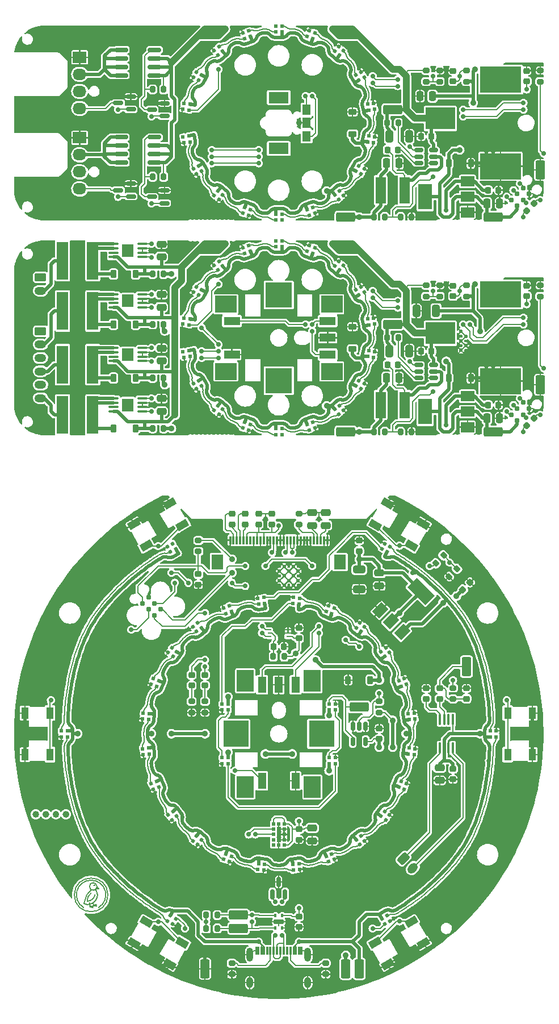
<source format=gbr>
G04 #@! TF.GenerationSoftware,KiCad,Pcbnew,7.0.4-40-g0180cb380f*
G04 #@! TF.CreationDate,2023-07-05T14:48:10-07:00*
G04 #@! TF.ProjectId,IotKnob,496f744b-6e6f-4622-9e6b-696361645f70,rev?*
G04 #@! TF.SameCoordinates,Original*
G04 #@! TF.FileFunction,Copper,L1,Top*
G04 #@! TF.FilePolarity,Positive*
%FSLAX46Y46*%
G04 Gerber Fmt 4.6, Leading zero omitted, Abs format (unit mm)*
G04 Created by KiCad (PCBNEW 7.0.4-40-g0180cb380f) date 2023-07-05 14:48:10*
%MOMM*%
%LPD*%
G01*
G04 APERTURE LIST*
G04 Aperture macros list*
%AMRoundRect*
0 Rectangle with rounded corners*
0 $1 Rounding radius*
0 $2 $3 $4 $5 $6 $7 $8 $9 X,Y pos of 4 corners*
0 Add a 4 corners polygon primitive as box body*
4,1,4,$2,$3,$4,$5,$6,$7,$8,$9,$2,$3,0*
0 Add four circle primitives for the rounded corners*
1,1,$1+$1,$2,$3*
1,1,$1+$1,$4,$5*
1,1,$1+$1,$6,$7*
1,1,$1+$1,$8,$9*
0 Add four rect primitives between the rounded corners*
20,1,$1+$1,$2,$3,$4,$5,0*
20,1,$1+$1,$4,$5,$6,$7,0*
20,1,$1+$1,$6,$7,$8,$9,0*
20,1,$1+$1,$8,$9,$2,$3,0*%
%AMHorizOval*
0 Thick line with rounded ends*
0 $1 width*
0 $2 $3 position (X,Y) of the first rounded end (center of the circle)*
0 $4 $5 position (X,Y) of the second rounded end (center of the circle)*
0 Add line between two ends*
20,1,$1,$2,$3,$4,$5,0*
0 Add two circle primitives to create the rounded ends*
1,1,$1,$2,$3*
1,1,$1,$4,$5*%
%AMRotRect*
0 Rectangle, with rotation*
0 The origin of the aperture is its center*
0 $1 length*
0 $2 width*
0 $3 Rotation angle, in degrees counterclockwise*
0 Add horizontal line*
21,1,$1,$2,0,0,$3*%
G04 Aperture macros list end*
G04 #@! TA.AperFunction,EtchedComponent*
%ADD10C,0.500000*%
G04 #@! TD*
G04 #@! TA.AperFunction,EtchedComponent*
%ADD11C,0.200000*%
G04 #@! TD*
G04 #@! TA.AperFunction,EtchedComponent*
%ADD12C,0.160000*%
G04 #@! TD*
G04 #@! TA.AperFunction,SMDPad,CuDef*
%ADD13R,2.000000X1.500000*%
G04 #@! TD*
G04 #@! TA.AperFunction,SMDPad,CuDef*
%ADD14R,2.000000X3.800000*%
G04 #@! TD*
G04 #@! TA.AperFunction,SMDPad,CuDef*
%ADD15RotRect,0.500000X0.500000X70.000000*%
G04 #@! TD*
G04 #@! TA.AperFunction,SMDPad,CuDef*
%ADD16RoundRect,0.225000X0.250000X-0.225000X0.250000X0.225000X-0.250000X0.225000X-0.250000X-0.225000X0*%
G04 #@! TD*
G04 #@! TA.AperFunction,SMDPad,CuDef*
%ADD17RotRect,0.500000X0.500000X190.000000*%
G04 #@! TD*
G04 #@! TA.AperFunction,SMDPad,CuDef*
%ADD18R,1.300000X1.500000*%
G04 #@! TD*
G04 #@! TA.AperFunction,SMDPad,CuDef*
%ADD19R,3.000000X1.700000*%
G04 #@! TD*
G04 #@! TA.AperFunction,SMDPad,CuDef*
%ADD20RotRect,0.500000X0.500000X50.000000*%
G04 #@! TD*
G04 #@! TA.AperFunction,SMDPad,CuDef*
%ADD21RotRect,0.500000X0.500000X30.000000*%
G04 #@! TD*
G04 #@! TA.AperFunction,SMDPad,CuDef*
%ADD22RoundRect,0.225000X-0.225000X-0.250000X0.225000X-0.250000X0.225000X0.250000X-0.225000X0.250000X0*%
G04 #@! TD*
G04 #@! TA.AperFunction,SMDPad,CuDef*
%ADD23R,4.400000X3.300000*%
G04 #@! TD*
G04 #@! TA.AperFunction,SMDPad,CuDef*
%ADD24R,6.200000X3.900000*%
G04 #@! TD*
G04 #@! TA.AperFunction,SMDPad,CuDef*
%ADD25R,0.500000X0.500000*%
G04 #@! TD*
G04 #@! TA.AperFunction,SMDPad,CuDef*
%ADD26RoundRect,0.150000X0.587500X0.150000X-0.587500X0.150000X-0.587500X-0.150000X0.587500X-0.150000X0*%
G04 #@! TD*
G04 #@! TA.AperFunction,ComponentPad*
%ADD27R,2.030000X1.730000*%
G04 #@! TD*
G04 #@! TA.AperFunction,ComponentPad*
%ADD28O,2.030000X1.730000*%
G04 #@! TD*
G04 #@! TA.AperFunction,SMDPad,CuDef*
%ADD29RotRect,0.500000X0.500000X170.000000*%
G04 #@! TD*
G04 #@! TA.AperFunction,SMDPad,CuDef*
%ADD30RoundRect,0.200000X0.275000X-0.200000X0.275000X0.200000X-0.275000X0.200000X-0.275000X-0.200000X0*%
G04 #@! TD*
G04 #@! TA.AperFunction,SMDPad,CuDef*
%ADD31RoundRect,0.250000X-1.175000X-0.450000X1.175000X-0.450000X1.175000X0.450000X-1.175000X0.450000X0*%
G04 #@! TD*
G04 #@! TA.AperFunction,SMDPad,CuDef*
%ADD32RotRect,0.500000X0.500000X210.000000*%
G04 #@! TD*
G04 #@! TA.AperFunction,SMDPad,CuDef*
%ADD33RoundRect,0.250000X-0.250000X-0.475000X0.250000X-0.475000X0.250000X0.475000X-0.250000X0.475000X0*%
G04 #@! TD*
G04 #@! TA.AperFunction,SMDPad,CuDef*
%ADD34RotRect,0.500000X0.500000X350.000000*%
G04 #@! TD*
G04 #@! TA.AperFunction,SMDPad,CuDef*
%ADD35RoundRect,0.225000X0.375000X-0.225000X0.375000X0.225000X-0.375000X0.225000X-0.375000X-0.225000X0*%
G04 #@! TD*
G04 #@! TA.AperFunction,SMDPad,CuDef*
%ADD36RotRect,0.500000X0.500000X230.000000*%
G04 #@! TD*
G04 #@! TA.AperFunction,SMDPad,CuDef*
%ADD37RoundRect,0.225000X-0.225000X-0.375000X0.225000X-0.375000X0.225000X0.375000X-0.225000X0.375000X0*%
G04 #@! TD*
G04 #@! TA.AperFunction,SMDPad,CuDef*
%ADD38RoundRect,0.200000X-0.200000X-0.275000X0.200000X-0.275000X0.200000X0.275000X-0.200000X0.275000X0*%
G04 #@! TD*
G04 #@! TA.AperFunction,SMDPad,CuDef*
%ADD39RoundRect,0.250000X-0.325000X-0.650000X0.325000X-0.650000X0.325000X0.650000X-0.325000X0.650000X0*%
G04 #@! TD*
G04 #@! TA.AperFunction,SMDPad,CuDef*
%ADD40RoundRect,0.225000X0.225000X0.250000X-0.225000X0.250000X-0.225000X-0.250000X0.225000X-0.250000X0*%
G04 #@! TD*
G04 #@! TA.AperFunction,SMDPad,CuDef*
%ADD41RoundRect,0.150000X0.512500X0.150000X-0.512500X0.150000X-0.512500X-0.150000X0.512500X-0.150000X0*%
G04 #@! TD*
G04 #@! TA.AperFunction,SMDPad,CuDef*
%ADD42R,1.500000X4.000000*%
G04 #@! TD*
G04 #@! TA.AperFunction,SMDPad,CuDef*
%ADD43RoundRect,0.200000X0.200000X0.275000X-0.200000X0.275000X-0.200000X-0.275000X0.200000X-0.275000X0*%
G04 #@! TD*
G04 #@! TA.AperFunction,SMDPad,CuDef*
%ADD44RotRect,0.500000X0.500000X10.000000*%
G04 #@! TD*
G04 #@! TA.AperFunction,SMDPad,CuDef*
%ADD45RoundRect,0.250000X0.250000X0.475000X-0.250000X0.475000X-0.250000X-0.475000X0.250000X-0.475000X0*%
G04 #@! TD*
G04 #@! TA.AperFunction,SMDPad,CuDef*
%ADD46RotRect,0.500000X0.500000X110.000000*%
G04 #@! TD*
G04 #@! TA.AperFunction,SMDPad,CuDef*
%ADD47RoundRect,0.250000X1.175000X0.450000X-1.175000X0.450000X-1.175000X-0.450000X1.175000X-0.450000X0*%
G04 #@! TD*
G04 #@! TA.AperFunction,SMDPad,CuDef*
%ADD48RotRect,0.500000X0.500000X310.000000*%
G04 #@! TD*
G04 #@! TA.AperFunction,SMDPad,CuDef*
%ADD49RoundRect,0.218750X-0.026517X0.335876X-0.335876X0.026517X0.026517X-0.335876X0.335876X-0.026517X0*%
G04 #@! TD*
G04 #@! TA.AperFunction,SMDPad,CuDef*
%ADD50RotRect,0.500000X0.500000X130.000000*%
G04 #@! TD*
G04 #@! TA.AperFunction,SMDPad,CuDef*
%ADD51RoundRect,0.200000X-0.275000X0.200000X-0.275000X-0.200000X0.275000X-0.200000X0.275000X0.200000X0*%
G04 #@! TD*
G04 #@! TA.AperFunction,SMDPad,CuDef*
%ADD52RoundRect,0.250000X-0.450000X1.175000X-0.450000X-1.175000X0.450000X-1.175000X0.450000X1.175000X0*%
G04 #@! TD*
G04 #@! TA.AperFunction,SMDPad,CuDef*
%ADD53RoundRect,0.150000X0.825000X0.150000X-0.825000X0.150000X-0.825000X-0.150000X0.825000X-0.150000X0*%
G04 #@! TD*
G04 #@! TA.AperFunction,SMDPad,CuDef*
%ADD54RotRect,0.500000X0.500000X330.000000*%
G04 #@! TD*
G04 #@! TA.AperFunction,ConnectorPad*
%ADD55C,0.787400*%
G04 #@! TD*
G04 #@! TA.AperFunction,SMDPad,CuDef*
%ADD56RotRect,0.500000X0.500000X290.000000*%
G04 #@! TD*
G04 #@! TA.AperFunction,SMDPad,CuDef*
%ADD57RotRect,0.500000X0.500000X150.000000*%
G04 #@! TD*
G04 #@! TA.AperFunction,SMDPad,CuDef*
%ADD58RotRect,0.500000X0.500000X250.000000*%
G04 #@! TD*
G04 #@! TA.AperFunction,HeatsinkPad*
%ADD59C,0.600000*%
G04 #@! TD*
G04 #@! TA.AperFunction,SMDPad,CuDef*
%ADD60R,2.400000X1.300000*%
G04 #@! TD*
G04 #@! TA.AperFunction,SMDPad,CuDef*
%ADD61R,3.200000X2.500000*%
G04 #@! TD*
G04 #@! TA.AperFunction,SMDPad,CuDef*
%ADD62R,4.000000X3.750000*%
G04 #@! TD*
G04 #@! TA.AperFunction,ComponentPad*
%ADD63O,1.750000X1.200000*%
G04 #@! TD*
G04 #@! TA.AperFunction,ComponentPad*
%ADD64RoundRect,0.250000X-0.625000X0.350000X-0.625000X-0.350000X0.625000X-0.350000X0.625000X0.350000X0*%
G04 #@! TD*
G04 #@! TA.AperFunction,SMDPad,CuDef*
%ADD65RoundRect,0.225000X0.225000X0.375000X-0.225000X0.375000X-0.225000X-0.375000X0.225000X-0.375000X0*%
G04 #@! TD*
G04 #@! TA.AperFunction,SMDPad,CuDef*
%ADD66R,1.700000X5.700000*%
G04 #@! TD*
G04 #@! TA.AperFunction,ComponentPad*
%ADD67C,0.500000*%
G04 #@! TD*
G04 #@! TA.AperFunction,SMDPad,CuDef*
%ADD68R,1.680000X1.880000*%
G04 #@! TD*
G04 #@! TA.AperFunction,SMDPad,CuDef*
%ADD69RoundRect,0.100000X0.625000X0.100000X-0.625000X0.100000X-0.625000X-0.100000X0.625000X-0.100000X0*%
G04 #@! TD*
G04 #@! TA.AperFunction,SMDPad,CuDef*
%ADD70RoundRect,0.250000X0.325000X0.650000X-0.325000X0.650000X-0.325000X-0.650000X0.325000X-0.650000X0*%
G04 #@! TD*
G04 #@! TA.AperFunction,SMDPad,CuDef*
%ADD71RoundRect,0.250000X0.475000X-0.250000X0.475000X0.250000X-0.475000X0.250000X-0.475000X-0.250000X0*%
G04 #@! TD*
G04 #@! TA.AperFunction,SMDPad,CuDef*
%ADD72RoundRect,0.225000X-0.250000X0.225000X-0.250000X-0.225000X0.250000X-0.225000X0.250000X0.225000X0*%
G04 #@! TD*
G04 #@! TA.AperFunction,SMDPad,CuDef*
%ADD73RoundRect,0.250000X0.450000X-1.175000X0.450000X1.175000X-0.450000X1.175000X-0.450000X-1.175000X0*%
G04 #@! TD*
G04 #@! TA.AperFunction,SMDPad,CuDef*
%ADD74RotRect,0.500000X0.500000X307.500000*%
G04 #@! TD*
G04 #@! TA.AperFunction,SMDPad,CuDef*
%ADD75RotRect,0.500000X0.500000X337.500000*%
G04 #@! TD*
G04 #@! TA.AperFunction,SMDPad,CuDef*
%ADD76RotRect,0.500000X0.500000X37.500000*%
G04 #@! TD*
G04 #@! TA.AperFunction,SMDPad,CuDef*
%ADD77RoundRect,0.200000X-0.053033X0.335876X-0.335876X0.053033X0.053033X-0.335876X0.335876X-0.053033X0*%
G04 #@! TD*
G04 #@! TA.AperFunction,SMDPad,CuDef*
%ADD78RotRect,0.500000X0.500000X247.500000*%
G04 #@! TD*
G04 #@! TA.AperFunction,SMDPad,CuDef*
%ADD79RoundRect,0.100000X-0.100000X0.712500X-0.100000X-0.712500X0.100000X-0.712500X0.100000X0.712500X0*%
G04 #@! TD*
G04 #@! TA.AperFunction,SMDPad,CuDef*
%ADD80RotRect,0.500000X0.500000X142.500000*%
G04 #@! TD*
G04 #@! TA.AperFunction,SMDPad,CuDef*
%ADD81RotRect,1.800000X1.100000X150.000000*%
G04 #@! TD*
G04 #@! TA.AperFunction,SMDPad,CuDef*
%ADD82RotRect,0.500000X0.500000X112.500000*%
G04 #@! TD*
G04 #@! TA.AperFunction,SMDPad,CuDef*
%ADD83RotRect,0.500000X0.500000X120.000000*%
G04 #@! TD*
G04 #@! TA.AperFunction,SMDPad,CuDef*
%ADD84RotRect,0.500000X0.500000X127.500000*%
G04 #@! TD*
G04 #@! TA.AperFunction,SMDPad,CuDef*
%ADD85RotRect,0.500000X0.500000X172.500000*%
G04 #@! TD*
G04 #@! TA.AperFunction,SMDPad,CuDef*
%ADD86RotRect,1.800000X1.100000X330.000000*%
G04 #@! TD*
G04 #@! TA.AperFunction,SMDPad,CuDef*
%ADD87RotRect,1.800000X1.100000X210.000000*%
G04 #@! TD*
G04 #@! TA.AperFunction,SMDPad,CuDef*
%ADD88RotRect,0.500000X0.500000X187.500000*%
G04 #@! TD*
G04 #@! TA.AperFunction,SMDPad,CuDef*
%ADD89RotRect,0.500000X0.500000X262.500000*%
G04 #@! TD*
G04 #@! TA.AperFunction,SMDPad,CuDef*
%ADD90RoundRect,0.218750X0.256250X-0.218750X0.256250X0.218750X-0.256250X0.218750X-0.256250X-0.218750X0*%
G04 #@! TD*
G04 #@! TA.AperFunction,SMDPad,CuDef*
%ADD91RotRect,0.500000X0.500000X292.500000*%
G04 #@! TD*
G04 #@! TA.AperFunction,SMDPad,CuDef*
%ADD92RoundRect,0.087500X-0.087500X0.187500X-0.087500X-0.187500X0.087500X-0.187500X0.087500X0.187500X0*%
G04 #@! TD*
G04 #@! TA.AperFunction,SMDPad,CuDef*
%ADD93RoundRect,0.175000X-0.625000X0.175000X-0.625000X-0.175000X0.625000X-0.175000X0.625000X0.175000X0*%
G04 #@! TD*
G04 #@! TA.AperFunction,SMDPad,CuDef*
%ADD94R,1.100000X1.800000*%
G04 #@! TD*
G04 #@! TA.AperFunction,SMDPad,CuDef*
%ADD95RotRect,0.500000X0.500000X52.500000*%
G04 #@! TD*
G04 #@! TA.AperFunction,SMDPad,CuDef*
%ADD96RoundRect,0.250000X-0.475000X0.250000X-0.475000X-0.250000X0.475000X-0.250000X0.475000X0.250000X0*%
G04 #@! TD*
G04 #@! TA.AperFunction,SMDPad,CuDef*
%ADD97RoundRect,0.250000X-0.650000X0.325000X-0.650000X-0.325000X0.650000X-0.325000X0.650000X0.325000X0*%
G04 #@! TD*
G04 #@! TA.AperFunction,SMDPad,CuDef*
%ADD98RoundRect,0.225000X0.017678X-0.335876X0.335876X-0.017678X-0.017678X0.335876X-0.335876X0.017678X0*%
G04 #@! TD*
G04 #@! TA.AperFunction,SMDPad,CuDef*
%ADD99RotRect,0.500000X0.500000X7.500000*%
G04 #@! TD*
G04 #@! TA.AperFunction,SMDPad,CuDef*
%ADD100RotRect,0.500000X0.500000X67.500000*%
G04 #@! TD*
G04 #@! TA.AperFunction,SMDPad,CuDef*
%ADD101RotRect,0.500000X0.500000X240.000000*%
G04 #@! TD*
G04 #@! TA.AperFunction,SMDPad,CuDef*
%ADD102RotRect,0.500000X0.500000X60.000000*%
G04 #@! TD*
G04 #@! TA.AperFunction,SMDPad,CuDef*
%ADD103RotRect,0.500000X0.500000X352.500000*%
G04 #@! TD*
G04 #@! TA.AperFunction,SMDPad,CuDef*
%ADD104RotRect,0.500000X0.500000X322.500000*%
G04 #@! TD*
G04 #@! TA.AperFunction,SMDPad,CuDef*
%ADD105RotRect,0.500000X0.500000X300.000000*%
G04 #@! TD*
G04 #@! TA.AperFunction,SMDPad,CuDef*
%ADD106R,0.300000X1.300000*%
G04 #@! TD*
G04 #@! TA.AperFunction,SMDPad,CuDef*
%ADD107R,1.800000X2.200000*%
G04 #@! TD*
G04 #@! TA.AperFunction,SMDPad,CuDef*
%ADD108RotRect,0.500000X0.500000X22.500000*%
G04 #@! TD*
G04 #@! TA.AperFunction,SMDPad,CuDef*
%ADD109RotRect,0.500000X0.500000X217.500000*%
G04 #@! TD*
G04 #@! TA.AperFunction,SMDPad,CuDef*
%ADD110RotRect,0.500000X0.500000X82.500000*%
G04 #@! TD*
G04 #@! TA.AperFunction,SMDPad,CuDef*
%ADD111RotRect,0.500000X0.500000X232.500000*%
G04 #@! TD*
G04 #@! TA.AperFunction,SMDPad,CuDef*
%ADD112RotRect,1.800000X1.100000X30.000000*%
G04 #@! TD*
G04 #@! TA.AperFunction,SMDPad,CuDef*
%ADD113RoundRect,0.150000X0.150000X-0.587500X0.150000X0.587500X-0.150000X0.587500X-0.150000X-0.587500X0*%
G04 #@! TD*
G04 #@! TA.AperFunction,SMDPad,CuDef*
%ADD114RotRect,0.500000X0.500000X157.500000*%
G04 #@! TD*
G04 #@! TA.AperFunction,SMDPad,CuDef*
%ADD115RotRect,2.000000X1.500000X45.000000*%
G04 #@! TD*
G04 #@! TA.AperFunction,SMDPad,CuDef*
%ADD116RotRect,2.000000X3.800000X45.000000*%
G04 #@! TD*
G04 #@! TA.AperFunction,SMDPad,CuDef*
%ADD117RotRect,0.500000X0.500000X97.500000*%
G04 #@! TD*
G04 #@! TA.AperFunction,SMDPad,CuDef*
%ADD118RotRect,0.500000X0.500000X277.500000*%
G04 #@! TD*
G04 #@! TA.AperFunction,SMDPad,CuDef*
%ADD119R,0.550000X0.250000*%
G04 #@! TD*
G04 #@! TA.AperFunction,SMDPad,CuDef*
%ADD120R,1.300000X2.400000*%
G04 #@! TD*
G04 #@! TA.AperFunction,SMDPad,CuDef*
%ADD121R,2.500000X3.200000*%
G04 #@! TD*
G04 #@! TA.AperFunction,SMDPad,CuDef*
%ADD122R,3.750000X4.000000*%
G04 #@! TD*
G04 #@! TA.AperFunction,SMDPad,CuDef*
%ADD123RoundRect,0.200000X0.053033X-0.335876X0.335876X-0.053033X-0.053033X0.335876X-0.335876X0.053033X0*%
G04 #@! TD*
G04 #@! TA.AperFunction,ComponentPad*
%ADD124RoundRect,0.250000X-0.689429X-0.194454X-0.194454X-0.689429X0.689429X0.194454X0.194454X0.689429X0*%
G04 #@! TD*
G04 #@! TA.AperFunction,ComponentPad*
%ADD125HorizOval,1.200000X-0.194454X-0.194454X0.194454X0.194454X0*%
G04 #@! TD*
G04 #@! TA.AperFunction,SMDPad,CuDef*
%ADD126RoundRect,0.150000X-0.150000X0.512500X-0.150000X-0.512500X0.150000X-0.512500X0.150000X0.512500X0*%
G04 #@! TD*
G04 #@! TA.AperFunction,SMDPad,CuDef*
%ADD127R,0.300000X1.150000*%
G04 #@! TD*
G04 #@! TA.AperFunction,ComponentPad*
%ADD128O,1.000000X2.100000*%
G04 #@! TD*
G04 #@! TA.AperFunction,ComponentPad*
%ADD129O,1.000000X1.600000*%
G04 #@! TD*
G04 #@! TA.AperFunction,SMDPad,CuDef*
%ADD130RotRect,0.500000X0.500000X202.500000*%
G04 #@! TD*
G04 #@! TA.AperFunction,ViaPad*
%ADD131C,0.700000*%
G04 #@! TD*
G04 #@! TA.AperFunction,ViaPad*
%ADD132C,0.900000*%
G04 #@! TD*
G04 #@! TA.AperFunction,Conductor*
%ADD133C,0.200000*%
G04 #@! TD*
G04 #@! TA.AperFunction,Conductor*
%ADD134C,0.500000*%
G04 #@! TD*
G04 #@! TA.AperFunction,Conductor*
%ADD135C,0.160000*%
G04 #@! TD*
G04 #@! TA.AperFunction,Conductor*
%ADD136C,1.000000*%
G04 #@! TD*
G04 APERTURE END LIST*
D10*
X64000000Y-112000000D02*
G75*
G03*
X64000000Y-112000000I-250000J0D01*
G01*
X65500000Y-112000000D02*
G75*
G03*
X65500000Y-112000000I-250000J0D01*
G01*
X67000000Y-112000000D02*
G75*
G03*
X67000000Y-112000000I-250000J0D01*
G01*
X68500000Y-112000000D02*
G75*
G03*
X68500000Y-112000000I-250000J0D01*
G01*
D11*
X70927802Y-125250000D02*
X71192723Y-125374087D01*
X71192723Y-125374087D02*
X71489050Y-125424715D01*
X71489050Y-125424715D02*
X71798327Y-125398730D01*
X71798327Y-125398730D02*
X72101295Y-125297751D01*
X71800000Y-125395710D02*
X71787996Y-125146914D01*
X71849257Y-125768905D02*
X71800000Y-125395710D01*
X72101295Y-125297751D02*
X72379085Y-125128065D01*
X72379085Y-125128065D02*
X72614398Y-124900241D01*
X72382558Y-125561450D02*
X72273702Y-125202597D01*
X72614398Y-124900241D02*
X72792579Y-124628467D01*
X72778054Y-123458630D02*
X72593750Y-123237139D01*
X72792579Y-124628467D02*
X72902531Y-124329667D01*
X72895035Y-123725950D02*
X72778054Y-123458630D01*
X72902531Y-124329667D02*
X72937407Y-124022451D01*
X72937407Y-124022451D02*
X72895035Y-123725950D01*
X73093748Y-125894429D02*
G75*
G03*
X70906250Y-125894428I-1093748J1894429D01*
G01*
X71696494Y-123608540D02*
G75*
G03*
X71190635Y-124547561I742356J-1005680D01*
G01*
X70927802Y-125250000D02*
G75*
G03*
X71190635Y-124547562I-985385J769097D01*
G01*
D12*
X71986604Y-123756932D02*
G75*
G03*
X71426163Y-124957346I680309J-1048653D01*
G01*
X72286757Y-125643905D02*
G75*
G03*
X71786885Y-125768832I-31377J-936985D01*
G01*
D11*
X71696494Y-123608539D02*
G75*
G03*
X72031250Y-123237139I-742367J1005685D01*
G01*
D12*
X71786757Y-125768904D02*
G75*
G03*
X72286610Y-125893910I468620J811977D01*
G01*
X72286757Y-125643905D02*
G75*
G03*
X72286757Y-125768905I0J-62500D01*
G01*
X72286757Y-125768905D02*
G75*
G03*
X72286757Y-125893905I0J-62500D01*
G01*
X72820058Y-125436449D02*
G75*
G03*
X72320186Y-125561377I-31368J-937011D01*
G01*
X72620740Y-122592648D02*
G75*
G03*
X72379260Y-122592648I-120740J-32352D01*
G01*
X71426188Y-124957554D02*
G75*
G03*
X72575946Y-124000734I-65790J1248266D01*
G01*
X72320057Y-125561451D02*
G75*
G03*
X72819911Y-125686455I468623J812001D01*
G01*
X72820058Y-125436450D02*
G75*
G03*
X72820058Y-125561450I2J-62500D01*
G01*
X72820058Y-125561450D02*
G75*
G03*
X72820058Y-125686450I2J-62500D01*
G01*
X72869176Y-122830715D02*
G75*
G03*
X73178836Y-123108849I548644J299385D01*
G01*
X72763205Y-123086557D02*
G75*
G03*
X73178844Y-123108703I239175J577407D01*
G01*
D11*
X74500000Y-124000000D02*
G75*
G03*
X74500000Y-124000000I-2500000J0D01*
G01*
X72875000Y-122750000D02*
G75*
G03*
X72875000Y-122750000I-562500J0D01*
G01*
D13*
X128150000Y-22300000D03*
X128150000Y-20000000D03*
D14*
X121850000Y-20000000D03*
D13*
X128150000Y-17700000D03*
D15*
X104211229Y3887047D03*
X105056953Y3579229D03*
X105364771Y4424953D03*
X104519047Y4732771D03*
D16*
X126000000Y-2775000D03*
X126000000Y-1225000D03*
D17*
X86734305Y-11796022D03*
X86578022Y-10909695D03*
X85691695Y-11065978D03*
X85847978Y-11952305D03*
D18*
X104150000Y-11000000D03*
X104150000Y-7000000D03*
X104150000Y-9000000D03*
D19*
X100000000Y-12800000D03*
X100000000Y-5200000D03*
D20*
X108365026Y1669534D03*
X109054466Y1091026D03*
X109632974Y1780466D03*
X108943534Y2358974D03*
D21*
X111509289Y-1835289D03*
X111959289Y-2614711D03*
X112738711Y-2164711D03*
X112288711Y-1385289D03*
D22*
X131225000Y-19000000D03*
X132775000Y-19000000D03*
D23*
X124100000Y-8300000D03*
D24*
X133100000Y-15450000D03*
X133100000Y-2550000D03*
D25*
X100450000Y-22550000D03*
X99550000Y-22550000D03*
X99550000Y-23450000D03*
X100450000Y-23450000D03*
D26*
X82937500Y-7950000D03*
X82937500Y-6050000D03*
X81062500Y-7000000D03*
D16*
X137000000Y-2775000D03*
X137000000Y-1225000D03*
D27*
X70300000Y800000D03*
D28*
X70300000Y-1740000D03*
X70300000Y-4280000D03*
X70300000Y-6820000D03*
D29*
X86578022Y-7090305D03*
X86734305Y-6203978D03*
X85847978Y-6047695D03*
X85691695Y-6934022D03*
D30*
X139000000Y-2825000D03*
X139000000Y-1175000D03*
D26*
X77937500Y-6950000D03*
X77937500Y-5050000D03*
X76062500Y-6000000D03*
D31*
X132000000Y-23000000D03*
D32*
X88490711Y-16164711D03*
X88040711Y-15385289D03*
X87261289Y-15835289D03*
X87711289Y-16614711D03*
D33*
X131050000Y-21000000D03*
X132950000Y-21000000D03*
D34*
X113421978Y-10909695D03*
X113265695Y-11796022D03*
X114152022Y-11952305D03*
X114308305Y-11065978D03*
D35*
X111000000Y-10650000D03*
X111000000Y-7350000D03*
D36*
X91634974Y-19669534D03*
X90945534Y-19091026D03*
X90367026Y-19780466D03*
X91056466Y-20358974D03*
D37*
X125350000Y-15000000D03*
X128650000Y-15000000D03*
D38*
X118175000Y-23000000D03*
X119825000Y-23000000D03*
D39*
X116525000Y-11000000D03*
X119475000Y-11000000D03*
D40*
X122775000Y-11000000D03*
X121225000Y-11000000D03*
D33*
X116050000Y-15000000D03*
X117950000Y-15000000D03*
D40*
X117775000Y-13000000D03*
X116225000Y-13000000D03*
D38*
X116175000Y-9000000D03*
X117825000Y-9000000D03*
D41*
X123137500Y-14950000D03*
X123137500Y-14000000D03*
X123137500Y-13050000D03*
X120862500Y-13050000D03*
X120862500Y-14000000D03*
X120862500Y-14950000D03*
D38*
X114175000Y-23000000D03*
X115825000Y-23000000D03*
D42*
X118800000Y-19000000D03*
X115200000Y-19000000D03*
D26*
X82937500Y-20950000D03*
X82937500Y-19050000D03*
X81062500Y-20000000D03*
D27*
X70300000Y-11200000D03*
D28*
X70300000Y-13740000D03*
X70300000Y-16280000D03*
X70300000Y-18820000D03*
D43*
X82825000Y-17000000D03*
X81175000Y-17000000D03*
D44*
X113265695Y-6203978D03*
X113421978Y-7090305D03*
X114308305Y-6934022D03*
X114152022Y-6047695D03*
D30*
X128000000Y-2825000D03*
X128000000Y-1175000D03*
D45*
X122950000Y-5000000D03*
X121050000Y-5000000D03*
D46*
X94943047Y3579229D03*
X95788771Y3887047D03*
X95480953Y4732771D03*
X94635229Y4424953D03*
D47*
X117000000Y-7000000D03*
D48*
X109054466Y-19091026D03*
X108365026Y-19669534D03*
X108943534Y-20358974D03*
X109632974Y-19780466D03*
D30*
X124000000Y-2825000D03*
X124000000Y-1175000D03*
D25*
X99550000Y4550000D03*
X100450000Y4550000D03*
X100450000Y5450000D03*
X99550000Y5450000D03*
D49*
X138056847Y-20943153D03*
X136943153Y-22056847D03*
D50*
X90945534Y1091026D03*
X91634974Y1669534D03*
X91056466Y2358974D03*
X90367026Y1780466D03*
D51*
X122000000Y-1175000D03*
X122000000Y-2825000D03*
D52*
X139000000Y-16000000D03*
D26*
X77937500Y-19950000D03*
X77937500Y-18050000D03*
X76062500Y-19000000D03*
D53*
X81475000Y-1905000D03*
X81475000Y-635000D03*
X81475000Y635000D03*
X81475000Y1905000D03*
X76525000Y1905000D03*
X76525000Y635000D03*
X76525000Y-635000D03*
X76525000Y-1905000D03*
D47*
X110000000Y-23000000D03*
D53*
X81475000Y-14905000D03*
X81475000Y-13635000D03*
X81475000Y-12365000D03*
X81475000Y-11095000D03*
X76525000Y-11095000D03*
X76525000Y-12365000D03*
X76525000Y-13635000D03*
X76525000Y-14905000D03*
D54*
X111959289Y-15385289D03*
X111509289Y-16164711D03*
X112288711Y-16614711D03*
X112738711Y-15835289D03*
D43*
X82825000Y-4000000D03*
X81175000Y-4000000D03*
D55*
X135550987Y-21347038D03*
X134652962Y-20449013D03*
X136449013Y-20449013D03*
X135550987Y-19550987D03*
X137347038Y-19550987D03*
X136449013Y-18652962D03*
D56*
X105056953Y-21579229D03*
X104211229Y-21887047D03*
X104519047Y-22732771D03*
X105364771Y-22424953D03*
D57*
X88040711Y-2614711D03*
X88490711Y-1835289D03*
X87711289Y-1385289D03*
X87261289Y-2164711D03*
D58*
X95788771Y-21887047D03*
X94943047Y-21579229D03*
X94635229Y-22424953D03*
X95480953Y-22732771D03*
D20*
X108943534Y-29641026D03*
X109632974Y-30219534D03*
X109054466Y-30908974D03*
X108365026Y-30330466D03*
D17*
X85847978Y-43952305D03*
X85691695Y-43065978D03*
X86578022Y-42909695D03*
X86734305Y-43796022D03*
D59*
X127200000Y-40060000D03*
X127200000Y-41460000D03*
X127200000Y-42860000D03*
X127900000Y-40760000D03*
X127900000Y-42160000D03*
D15*
X104519047Y-27267229D03*
X105364771Y-27575047D03*
X105056953Y-28420771D03*
X104211229Y-28112953D03*
D60*
X93000000Y-43500000D03*
X93000000Y-38500000D03*
D61*
X92100000Y-36000000D03*
X92100000Y-46000000D03*
D62*
X100000000Y-34625000D03*
X100000000Y-47375000D03*
D61*
X107900000Y-36000000D03*
X107900000Y-46000000D03*
D60*
X107300000Y-41000000D03*
X107300000Y-38500000D03*
X107300000Y-43500000D03*
D63*
X64450000Y-34000000D03*
D64*
X64450000Y-32000000D03*
D38*
X82825000Y-47000000D03*
X81175000Y-47000000D03*
X82825000Y-31500000D03*
X81175000Y-31500000D03*
X82825000Y-54500000D03*
X81175000Y-54500000D03*
D13*
X128150000Y-49700000D03*
D14*
X121850000Y-52000000D03*
D13*
X128150000Y-52000000D03*
X128150000Y-54300000D03*
D16*
X126000000Y-33225000D03*
X126000000Y-34775000D03*
X137000000Y-33225000D03*
X137000000Y-34775000D03*
D65*
X75350000Y-54500000D03*
X78650000Y-54500000D03*
D66*
X72250000Y-29500000D03*
X67750000Y-29500000D03*
D65*
X75350000Y-31500000D03*
X78650000Y-31500000D03*
X75350000Y-39000000D03*
X78650000Y-39000000D03*
D67*
X76950000Y-42850000D03*
X76950000Y-44150000D03*
D68*
X77500000Y-43500000D03*
D67*
X78050000Y-42850000D03*
X78050000Y-44150000D03*
D69*
X75350000Y-44475000D03*
X75350000Y-43825000D03*
X75350000Y-43175000D03*
X75350000Y-42525000D03*
X79650000Y-42525000D03*
X79650000Y-43175000D03*
X79650000Y-43825000D03*
X79650000Y-44475000D03*
D67*
X76950000Y-27350000D03*
X76950000Y-28650000D03*
D68*
X77500000Y-28000000D03*
D67*
X78050000Y-27350000D03*
X78050000Y-28650000D03*
D69*
X75350000Y-28975000D03*
X75350000Y-28325000D03*
X75350000Y-27675000D03*
X75350000Y-27025000D03*
X79650000Y-27025000D03*
X79650000Y-27675000D03*
X79650000Y-28325000D03*
X79650000Y-28975000D03*
D35*
X111000000Y-39350000D03*
X111000000Y-42650000D03*
D63*
X64450000Y-50000000D03*
X64450000Y-48000000D03*
X64450000Y-46000000D03*
X64450000Y-44000000D03*
X64450000Y-42000000D03*
D64*
X64450000Y-40000000D03*
D24*
X133100000Y-34550000D03*
X133100000Y-47450000D03*
D23*
X124100000Y-40300000D03*
D46*
X94635229Y-27575047D03*
X95480953Y-27267229D03*
X95788771Y-28112953D03*
X94943047Y-28420771D03*
D31*
X132000000Y-55000000D03*
D34*
X114308305Y-43065978D03*
X114152022Y-43952305D03*
X113265695Y-43796022D03*
X113421978Y-42909695D03*
D30*
X139000000Y-33175000D03*
X139000000Y-34825000D03*
D66*
X72250000Y-45000000D03*
X67750000Y-45000000D03*
D70*
X120525000Y-37000000D03*
X123475000Y-37000000D03*
D47*
X117000000Y-39000000D03*
D25*
X100450000Y-55450000D03*
X99550000Y-55450000D03*
X99550000Y-54550000D03*
X100450000Y-54550000D03*
D66*
X72250000Y-52500000D03*
X67750000Y-52500000D03*
D33*
X132950000Y-53000000D03*
X131050000Y-53000000D03*
D37*
X128650000Y-47000000D03*
X125350000Y-47000000D03*
D32*
X87711289Y-48614711D03*
X87261289Y-47835289D03*
X88040711Y-47385289D03*
X88490711Y-48164711D03*
D36*
X91056466Y-52358974D03*
X90367026Y-51780466D03*
X90945534Y-51091026D03*
X91634974Y-51669534D03*
D21*
X112288711Y-33385289D03*
X112738711Y-34164711D03*
X111959289Y-34614711D03*
X111509289Y-33835289D03*
D29*
X85691695Y-38934022D03*
X85847978Y-38047695D03*
X86734305Y-38203978D03*
X86578022Y-39090305D03*
D71*
X82500000Y-34550000D03*
X82500000Y-36450000D03*
D22*
X132775000Y-51000000D03*
X131225000Y-51000000D03*
D67*
X76950000Y-34850000D03*
X76950000Y-36150000D03*
D68*
X77500000Y-35500000D03*
D67*
X78050000Y-34850000D03*
X78050000Y-36150000D03*
D69*
X75350000Y-36475000D03*
X75350000Y-35825000D03*
X75350000Y-35175000D03*
X75350000Y-34525000D03*
X79650000Y-34525000D03*
X79650000Y-35175000D03*
X79650000Y-35825000D03*
X79650000Y-36475000D03*
D65*
X75350000Y-47000000D03*
X78650000Y-47000000D03*
D50*
X90367026Y-30219534D03*
X91056466Y-29641026D03*
X91634974Y-30330466D03*
X90945534Y-30908974D03*
D30*
X128000000Y-33175000D03*
X128000000Y-34825000D03*
D58*
X95480953Y-54732771D03*
X94635229Y-54424953D03*
X94943047Y-53579229D03*
X95788771Y-53887047D03*
D57*
X87261289Y-34164711D03*
X87711289Y-33385289D03*
X88490711Y-33835289D03*
X88040711Y-34614711D03*
D52*
X139000000Y-48000000D03*
D55*
X136449013Y-50652962D03*
X137347038Y-51550987D03*
X135550987Y-51550987D03*
X136449013Y-52449013D03*
X134652962Y-52449013D03*
X135550987Y-53347038D03*
D54*
X112738711Y-47835289D03*
X112288711Y-48614711D03*
X111509289Y-48164711D03*
X111959289Y-47385289D03*
D30*
X124000000Y-33175000D03*
X124000000Y-34825000D03*
D39*
X119475000Y-43000000D03*
X116525000Y-43000000D03*
D40*
X121225000Y-43000000D03*
X122775000Y-43000000D03*
X116225000Y-45000000D03*
X117775000Y-45000000D03*
D38*
X117825000Y-41000000D03*
X116175000Y-41000000D03*
X115825000Y-55000000D03*
X114175000Y-55000000D03*
D41*
X120862500Y-46950000D03*
X120862500Y-46000000D03*
X120862500Y-45050000D03*
X123137500Y-45050000D03*
X123137500Y-46000000D03*
X123137500Y-46950000D03*
D42*
X115200000Y-51000000D03*
X118800000Y-51000000D03*
D38*
X119825000Y-55000000D03*
X118175000Y-55000000D03*
D33*
X117950000Y-47000000D03*
X116050000Y-47000000D03*
D38*
X82825000Y-39000000D03*
X81175000Y-39000000D03*
D48*
X109632974Y-51780466D03*
X108943534Y-52358974D03*
X108365026Y-51669534D03*
X109054466Y-51091026D03*
D71*
X82500000Y-42550000D03*
X82500000Y-44450000D03*
D44*
X114152022Y-38047695D03*
X114308305Y-38934022D03*
X113421978Y-39090305D03*
X113265695Y-38203978D03*
D71*
X82500000Y-27050000D03*
X82500000Y-28950000D03*
D49*
X136943153Y-54056847D03*
X138056847Y-52943153D03*
D66*
X72250000Y-37000000D03*
X67750000Y-37000000D03*
D67*
X76950000Y-50350000D03*
X76950000Y-51650000D03*
D68*
X77500000Y-51000000D03*
D67*
X78050000Y-50350000D03*
X78050000Y-51650000D03*
D69*
X75350000Y-51975000D03*
X75350000Y-51325000D03*
X75350000Y-50675000D03*
X75350000Y-50025000D03*
X79650000Y-50025000D03*
X79650000Y-50675000D03*
X79650000Y-51325000D03*
X79650000Y-51975000D03*
D51*
X122000000Y-34825000D03*
X122000000Y-33175000D03*
D25*
X99550000Y-26550000D03*
X100450000Y-26550000D03*
X100450000Y-27450000D03*
X99550000Y-27450000D03*
D71*
X82500000Y-50050000D03*
X82500000Y-51950000D03*
D56*
X105364771Y-54424953D03*
X104519047Y-54732771D03*
X104211229Y-53887047D03*
X105056953Y-53579229D03*
D47*
X110000000Y-55000000D03*
D59*
X102900000Y-77160000D03*
X102900000Y-75760000D03*
X102200000Y-77860000D03*
X102200000Y-76460000D03*
X102200000Y-75060000D03*
X101500000Y-77160000D03*
X101500000Y-75760000D03*
X100800000Y-77860000D03*
X100800000Y-76460000D03*
X100800000Y-75060000D03*
X100100000Y-77160000D03*
X100100000Y-75760000D03*
D72*
X95000000Y-67225000D03*
X95000000Y-68775000D03*
D73*
X89000000Y-135000000D03*
D74*
X112258066Y-115236048D03*
X111544048Y-115783934D03*
X112091934Y-116497952D03*
X112805952Y-115950066D03*
D75*
X118234462Y-107066047D03*
X117890047Y-107897538D03*
X118721538Y-108241953D03*
X119065953Y-107410462D03*
D76*
X115236048Y-87741934D03*
X115783934Y-88455952D03*
X116497952Y-87908066D03*
X115950066Y-87194048D03*
D43*
X100825000Y-88500000D03*
X99175000Y-88500000D03*
D77*
X126583363Y-75416637D03*
X125416637Y-76583363D03*
D25*
X131550000Y-99550000D03*
X131550000Y-100450000D03*
X132450000Y-100450000D03*
X132450000Y-99550000D03*
D78*
X92933953Y-118234462D03*
X92102462Y-117890047D03*
X91758047Y-118721538D03*
X92589538Y-119065953D03*
D25*
X92450000Y-96450000D03*
X92450000Y-95550000D03*
X91550000Y-95550000D03*
X91550000Y-96450000D03*
D16*
X122000000Y-94775000D03*
X122000000Y-93225000D03*
D31*
X94000000Y-129000000D03*
D16*
X124000000Y-94775000D03*
X124000000Y-93225000D03*
D79*
X125975000Y-97887500D03*
X125325000Y-97887500D03*
X124675000Y-97887500D03*
X124025000Y-97887500D03*
X124025000Y-102112500D03*
X124675000Y-102112500D03*
X125325000Y-102112500D03*
X125975000Y-102112500D03*
D55*
X82347038Y-81449013D03*
X81449013Y-82347038D03*
X81449013Y-80550987D03*
X80550987Y-81449013D03*
X80550987Y-79652962D03*
X79652962Y-80550987D03*
D80*
X84216066Y-88455952D03*
X84763952Y-87741934D03*
X84049934Y-87194048D03*
X83502048Y-87908066D03*
D30*
X93000000Y-135825000D03*
X93000000Y-134175000D03*
D81*
X119759679Y-71975147D03*
X114390321Y-68875147D03*
X121609679Y-68770853D03*
X116240321Y-65670853D03*
D25*
X107550000Y-95550000D03*
X107550000Y-96450000D03*
X108450000Y-96450000D03*
X108450000Y-95550000D03*
D82*
X92102462Y-82109953D03*
X92933953Y-81765538D03*
X92589538Y-80934047D03*
X91758047Y-81278462D03*
D72*
X103000000Y-127225000D03*
X103000000Y-128775000D03*
D16*
X103000000Y-85775000D03*
X103000000Y-84225000D03*
D83*
X83835289Y-72901711D03*
X84614711Y-72451711D03*
X84164711Y-71672289D03*
X83385289Y-72122289D03*
D51*
X88000000Y-71175000D03*
X88000000Y-72825000D03*
D84*
X87741934Y-84763952D03*
X88455952Y-84216066D03*
X87908066Y-83502048D03*
X87194048Y-84049934D03*
D31*
X112000000Y-96000000D03*
D30*
X115000000Y-96825000D03*
X115000000Y-95175000D03*
X103000000Y-68825000D03*
X103000000Y-67175000D03*
D85*
X80558413Y-97893887D03*
X80675887Y-97001587D03*
X79783587Y-96884113D03*
X79666113Y-97776413D03*
D72*
X103000000Y-114225000D03*
X103000000Y-115775000D03*
D86*
X80240321Y-128024853D03*
X85609679Y-131124853D03*
X78390321Y-131229147D03*
X83759679Y-134329147D03*
D87*
X85609679Y-68875147D03*
X80240321Y-71975147D03*
X83759679Y-65670853D03*
X78390321Y-68770853D03*
D88*
X80675887Y-102998413D03*
X80558413Y-102106113D03*
X79666113Y-102223587D03*
X79783587Y-103115887D03*
D89*
X97893887Y-119441587D03*
X97001587Y-119324113D03*
X96884113Y-120216413D03*
X97776413Y-120333887D03*
D90*
X87000000Y-92787500D03*
X87000000Y-91212500D03*
D31*
X94000000Y-127000000D03*
D38*
X89175000Y-129000000D03*
X90825000Y-129000000D03*
D91*
X107897538Y-117890047D03*
X107066047Y-118234462D03*
X107410462Y-119065953D03*
X108241953Y-118721538D03*
D92*
X100500000Y-127075000D03*
X99500000Y-127075000D03*
X99500000Y-128925000D03*
X100500000Y-128925000D03*
D93*
X100000000Y-128000000D03*
D73*
X112000000Y-135000000D03*
D94*
X134150000Y-103100000D03*
X134150000Y-96900000D03*
X137850000Y-103100000D03*
X137850000Y-96900000D03*
D30*
X107000000Y-135825000D03*
X107000000Y-134175000D03*
D95*
X111544048Y-84216066D03*
X112258066Y-84763952D03*
X112805952Y-84049934D03*
X112091934Y-83502048D03*
D96*
X105000000Y-114050000D03*
X105000000Y-115950000D03*
D94*
X65850000Y-96900000D03*
X65850000Y-103100000D03*
X62150000Y-96900000D03*
X62150000Y-103100000D03*
D97*
X112000000Y-75525000D03*
X112000000Y-78475000D03*
D65*
X113650000Y-92000000D03*
X110350000Y-92000000D03*
D71*
X107000000Y-68950000D03*
X107000000Y-67050000D03*
D72*
X126000000Y-105225000D03*
X126000000Y-106775000D03*
D96*
X115000000Y-76050000D03*
X115000000Y-77950000D03*
D73*
X110000000Y-135000000D03*
D98*
X127451992Y-78548008D03*
X128548008Y-77451992D03*
D51*
X87000000Y-95175000D03*
X87000000Y-96825000D03*
D99*
X119324113Y-97001587D03*
X119441587Y-97893887D03*
X120333887Y-97776413D03*
X120216413Y-96884113D03*
D100*
X107066047Y-81765538D03*
X107897538Y-82109953D03*
X108241953Y-81278462D03*
X107410462Y-80934047D03*
D73*
X128000000Y-90000000D03*
D101*
X84614711Y-127548289D03*
X83835289Y-127098289D03*
X83385289Y-127877711D03*
X84164711Y-128327711D03*
D102*
X115385289Y-72451711D03*
X116164711Y-72901711D03*
X116614711Y-72122289D03*
X115835289Y-71672289D03*
D103*
X119441587Y-102106113D03*
X119324113Y-102998413D03*
X120216413Y-103115887D03*
X120333887Y-102223587D03*
D72*
X93000000Y-67225000D03*
X93000000Y-68775000D03*
D16*
X112000000Y-72775000D03*
X112000000Y-71225000D03*
D104*
X115783934Y-111544048D03*
X115236048Y-112258066D03*
X115950066Y-112805952D03*
X116497952Y-112091934D03*
D16*
X115000000Y-100775000D03*
X115000000Y-99225000D03*
D105*
X116164711Y-127098289D03*
X115385289Y-127548289D03*
X115835289Y-128327711D03*
X116614711Y-127877711D03*
D106*
X92750000Y-71150000D03*
X93250000Y-71150000D03*
X93750000Y-71150000D03*
X94250000Y-71150000D03*
X94750000Y-71150000D03*
X95250000Y-71150000D03*
X95750000Y-71150000D03*
X96250000Y-71150000D03*
X96750000Y-71150000D03*
X97250000Y-71150000D03*
X97750000Y-71150000D03*
X98250000Y-71150000D03*
X98750000Y-71150000D03*
X99250000Y-71150000D03*
X99750000Y-71150000D03*
X100250000Y-71150000D03*
X100750000Y-71150000D03*
X101250000Y-71150000D03*
X101750000Y-71150000D03*
X102250000Y-71150000D03*
X102750000Y-71150000D03*
X103250000Y-71150000D03*
X103750000Y-71150000D03*
X104250000Y-71150000D03*
X104750000Y-71150000D03*
X105250000Y-71150000D03*
X105750000Y-71150000D03*
X106250000Y-71150000D03*
X106750000Y-71150000D03*
X107250000Y-71150000D03*
D107*
X90850000Y-74400000D03*
X109150000Y-74400000D03*
D108*
X117890047Y-92102462D03*
X118234462Y-92933953D03*
X119065953Y-92589538D03*
X118721538Y-91758047D03*
D71*
X105000000Y-68950000D03*
X105000000Y-67050000D03*
D22*
X99225000Y-87000000D03*
X100775000Y-87000000D03*
D16*
X97000000Y-68775000D03*
X97000000Y-67225000D03*
D90*
X89000000Y-92787500D03*
X89000000Y-91212500D03*
D51*
X89000000Y-95175000D03*
X89000000Y-96825000D03*
D109*
X84763952Y-112258066D03*
X84216066Y-111544048D03*
X83502048Y-112091934D03*
X84049934Y-112805952D03*
D72*
X88000000Y-76225000D03*
X88000000Y-77775000D03*
D110*
X102106113Y-80558413D03*
X102998413Y-80675887D03*
X103115887Y-79783587D03*
X102223587Y-79666113D03*
D25*
X107550000Y-103550000D03*
X107550000Y-104450000D03*
X108450000Y-104450000D03*
X108450000Y-103550000D03*
D111*
X88455952Y-115783934D03*
X87741934Y-115236048D03*
X87194048Y-115950066D03*
X87908066Y-116497952D03*
D112*
X114390321Y-131124853D03*
X119759679Y-128024853D03*
X116240321Y-134329147D03*
X121609679Y-131229147D03*
D113*
X99050000Y-123937500D03*
X100950000Y-123937500D03*
X100000000Y-122062500D03*
D25*
X68450000Y-100450000D03*
X68450000Y-99550000D03*
X67550000Y-99550000D03*
X67550000Y-100450000D03*
D114*
X81765538Y-92933953D03*
X82109953Y-92102462D03*
X81278462Y-91758047D03*
X80934047Y-92589538D03*
D115*
X115146268Y-81601041D03*
X116772614Y-83227386D03*
D116*
X121227386Y-78772614D03*
D115*
X118398959Y-84853732D03*
D16*
X99000000Y-68775000D03*
X99000000Y-67225000D03*
D25*
X100800000Y-113400000D03*
X100790000Y-114200000D03*
X100800000Y-115000000D03*
X100800000Y-115800000D03*
X100800000Y-116600000D03*
X100000000Y-116600000D03*
X99200000Y-116600000D03*
X99200000Y-115800000D03*
X99200000Y-115000000D03*
X99200000Y-114200000D03*
X99200000Y-113400000D03*
X100000000Y-113400000D03*
D117*
X97001587Y-80675887D03*
X97893887Y-80558413D03*
X97776413Y-79666113D03*
X96884113Y-79783587D03*
D118*
X102998413Y-119324113D03*
X102106113Y-119441587D03*
X102223587Y-120333887D03*
X103115887Y-120216413D03*
D119*
X101380000Y-85500000D03*
X101380000Y-85000000D03*
X101380000Y-84500000D03*
X98620000Y-84500000D03*
X98620000Y-85000000D03*
X98620000Y-85500000D03*
D120*
X102500000Y-92700000D03*
X97500000Y-92700000D03*
X100000000Y-92700000D03*
D121*
X105000000Y-92100000D03*
X95000000Y-92100000D03*
D122*
X106375000Y-100000000D03*
X93625000Y-100000000D03*
D121*
X105000000Y-107900000D03*
X95000000Y-107900000D03*
D120*
X97500000Y-107000000D03*
X102500000Y-107000000D03*
D16*
X128000000Y-94775000D03*
X128000000Y-93225000D03*
D38*
X89175000Y-127000000D03*
X90825000Y-127000000D03*
D123*
X123416637Y-74583363D03*
X124583363Y-73416637D03*
D124*
X118585786Y-118585786D03*
D125*
X120000000Y-120000000D03*
D126*
X112950000Y-98862500D03*
X112000000Y-98862500D03*
X111050000Y-98862500D03*
X111050000Y-101137500D03*
X112950000Y-101137500D03*
D25*
X92450000Y-104450000D03*
X92450000Y-103550000D03*
X91550000Y-103550000D03*
X91550000Y-104450000D03*
D51*
X126000000Y-93175000D03*
X126000000Y-94825000D03*
D96*
X124000000Y-105050000D03*
X124000000Y-106950000D03*
D127*
X96650000Y-132330000D03*
X97450000Y-132330000D03*
X98750000Y-132330000D03*
X99750000Y-132330000D03*
X100250000Y-132330000D03*
X101250000Y-132330000D03*
X102550000Y-132330000D03*
X103350000Y-132330000D03*
X103050000Y-132330000D03*
X102250000Y-132330000D03*
X101750000Y-132330000D03*
X100750000Y-132330000D03*
X99250000Y-132330000D03*
X98250000Y-132330000D03*
X97750000Y-132330000D03*
X96950000Y-132330000D03*
D128*
X95680000Y-132895000D03*
D129*
X95680000Y-137075000D03*
D128*
X104320000Y-132895000D03*
D129*
X104320000Y-137075000D03*
D130*
X82109953Y-107897538D03*
X81765538Y-107066047D03*
X80934047Y-107410462D03*
X81278462Y-108241953D03*
D131*
X76000000Y-7000000D03*
X90000000Y-14000000D03*
X135000000Y-19000000D03*
X136500000Y-6000000D03*
X91000000Y-1000000D03*
D132*
X91000000Y4000000D03*
D131*
X117750000Y-2500000D03*
X136000000Y-18000000D03*
X114000000Y-3000000D03*
D132*
X112000000Y4000000D03*
D131*
X123000000Y-17000000D03*
X81000000Y-21000000D03*
X97000000Y-13000000D03*
X136500000Y-23000000D03*
D132*
X107138000Y-19138000D03*
X110000000Y4000000D03*
D131*
X127000000Y-2000000D03*
D132*
X89000000Y5000000D03*
X109000000Y4000000D03*
X129000000Y-6000000D03*
X129250000Y-1000000D03*
D131*
X114000000Y-2000000D03*
X123000000Y-2000000D03*
X97000000Y-14000000D03*
X117750000Y-3500000D03*
X136875000Y-20875000D03*
X139500000Y-13500000D03*
D132*
X112000000Y-23000000D03*
X90000000Y5000000D03*
D131*
X90000000Y-15000000D03*
X139000000Y-20500000D03*
D132*
X110000000Y5000000D03*
D131*
X81000000Y-8000000D03*
D132*
X88000000Y4000000D03*
X92000000Y5000000D03*
X109000000Y5000000D03*
D131*
X127500000Y-7000000D03*
X134000000Y-20000000D03*
X97000000Y-15000000D03*
X104000000Y-5000000D03*
X76000000Y-20000000D03*
X136500000Y-7000000D03*
X105000000Y-5000000D03*
X125000000Y-22000000D03*
D132*
X91000000Y5000000D03*
X108000000Y5000000D03*
X89000000Y4000000D03*
X111000000Y4000000D03*
D131*
X90000000Y-13000000D03*
X127500000Y-8000000D03*
D132*
X90000000Y4000000D03*
X111000000Y5000000D03*
D131*
X119500000Y-12500000D03*
D132*
X112500000Y-9000000D03*
X76000000Y-18000000D03*
X76000000Y-5000000D03*
X117000000Y-20500000D03*
X138000000Y-1000000D03*
X132000000Y-13000000D03*
X127000000Y-13000000D03*
D131*
X137000000Y-4000000D03*
D132*
X119000000Y-15000000D03*
X81000000Y-6000000D03*
X81000000Y-19000000D03*
X122000000Y-23000000D03*
X125000000Y-1000000D03*
X113000000Y-21000000D03*
X114000000Y-1000000D03*
X131000000Y-13000000D03*
X113000000Y0D03*
X120000000Y-16000000D03*
X131000000Y-12000000D03*
X93000000Y-23000000D03*
X132000000Y-12000000D03*
X103000000Y-9000000D03*
X107000000Y-23000000D03*
D131*
X104000000Y-39000000D03*
X91000000Y-42000000D03*
X81000000Y-52000000D03*
D132*
X84000000Y-54500000D03*
D131*
X81000000Y-50000000D03*
X81000000Y-27000000D03*
X114000000Y-34000000D03*
D132*
X107138000Y-51138000D03*
D131*
X139500000Y-45500000D03*
X127500000Y-39000000D03*
X136500000Y-55000000D03*
D132*
X111000000Y-28000000D03*
X125000000Y-44500000D03*
X84000000Y-31500000D03*
D131*
X123000000Y-49000000D03*
X114000000Y-35000000D03*
D132*
X93000000Y-55000000D03*
D131*
X127000000Y-34000000D03*
X117750000Y-36500000D03*
D132*
X110000000Y-28000000D03*
X90000000Y-27000000D03*
D131*
X137000000Y-36000000D03*
X105000000Y-40000000D03*
X136500000Y-39000000D03*
D132*
X86000000Y-41000000D03*
D131*
X125000000Y-54000000D03*
D132*
X109000000Y-28000000D03*
X112000000Y-55000000D03*
X91000000Y-27000000D03*
X112000000Y-28000000D03*
X130000000Y-40000000D03*
X108000000Y-27000000D03*
X129250000Y-33000000D03*
X82500000Y-41500000D03*
X111000000Y-27000000D03*
X77500000Y-33500000D03*
X77500000Y-41500000D03*
X89000000Y-28000000D03*
X89000000Y-27000000D03*
X90000000Y-28000000D03*
D131*
X88500000Y-39500000D03*
X81000000Y-44500000D03*
D132*
X83000000Y-40000000D03*
D131*
X81000000Y-36500000D03*
D132*
X91000000Y-28000000D03*
D131*
X135000000Y-51000000D03*
D132*
X92000000Y-27000000D03*
X109000000Y-27000000D03*
D131*
X81000000Y-42500000D03*
X81037048Y-34500000D03*
X136875000Y-52875000D03*
X134000000Y-52000000D03*
X91000000Y-43000000D03*
X88500000Y-43000000D03*
X81000000Y-29000000D03*
D132*
X110000000Y-27000000D03*
D131*
X136500000Y-38000000D03*
X105000000Y-39000000D03*
D132*
X119000000Y-47000000D03*
D131*
X91000000Y-33000000D03*
X128500000Y-39000000D03*
X88500000Y-44000000D03*
X123000000Y-34000000D03*
X91000000Y-44000000D03*
D132*
X88000000Y-28000000D03*
X83000000Y-48000000D03*
D131*
X117750000Y-35500000D03*
X136000000Y-50000000D03*
X139000000Y-52500000D03*
D132*
X131000000Y-44000000D03*
X132000000Y-45000000D03*
X112500000Y-41000000D03*
X132000000Y-44000000D03*
X122000000Y-55000000D03*
X82500000Y-33500000D03*
X113000000Y-53000000D03*
X109500000Y-41000000D03*
X131000000Y-45000000D03*
X89000000Y-30000000D03*
X81000000Y-49000000D03*
X113000000Y-32000000D03*
X107000000Y-55000000D03*
X117000000Y-52500000D03*
X120000000Y-48000000D03*
X120500000Y-35500000D03*
X84000000Y-27000000D03*
X77500000Y-49059503D03*
X125000000Y-33000000D03*
X84000670Y-28999330D03*
X138000000Y-33000000D03*
D131*
X119500000Y-44500000D03*
D132*
X100000000Y-107000000D03*
X113500000Y-72500000D03*
X105000000Y-83000000D03*
D131*
X128000000Y-92000000D03*
X103000000Y-130000000D03*
D132*
X95000000Y-83000000D03*
D131*
X106000000Y-73000000D03*
D132*
X121000000Y-105000000D03*
X105000000Y-117000000D03*
X105000000Y-121000000D03*
X115000000Y-80000000D03*
X83000000Y-105000000D03*
X118509679Y-134329147D03*
X117000000Y-105000000D03*
D131*
X125000000Y-77500000D03*
D132*
X81714007Y-134552833D03*
D131*
X81000000Y-77500000D03*
D132*
X100000000Y-94500000D03*
X115000000Y-98000000D03*
D131*
X93000000Y-136750000D03*
D132*
X89000000Y-132000000D03*
X61000000Y-100000000D03*
X81490321Y-65670853D03*
D131*
X98000000Y-68000000D03*
D132*
X105000000Y-79000000D03*
D131*
X107000000Y-136750000D03*
D132*
X95000000Y-121000000D03*
X118509679Y-65670853D03*
X95000000Y-79000000D03*
D131*
X94000000Y-73000000D03*
D132*
X95000000Y-117000000D03*
X112000000Y-80000000D03*
X79000000Y-105000000D03*
X139000000Y-100000000D03*
X125000000Y-108000000D03*
D131*
X106000000Y-68000000D03*
D132*
X93000000Y-76000000D03*
X110000000Y-133000000D03*
X117000000Y-102000000D03*
D131*
X100000000Y-69000000D03*
D132*
X118000000Y-82000000D03*
X102500000Y-88000000D03*
X117000000Y-98000000D03*
D131*
X103000000Y-113000000D03*
D132*
X115000000Y-92000000D03*
X105500000Y-89000000D03*
D131*
X89175000Y-128000000D03*
D132*
X112000000Y-74000000D03*
D131*
X103000000Y-126000000D03*
D132*
X92998307Y-73998307D03*
D131*
X96000000Y-127000000D03*
X97500000Y-85000000D03*
X93000000Y-77500000D03*
X95500000Y-115000000D03*
X101022577Y-73000000D03*
X95000000Y-78000000D03*
X95000000Y-75000000D03*
X105000000Y-75000000D03*
X98000000Y-75000000D03*
X97500000Y-84000000D03*
X96500000Y-115000000D03*
X96000000Y-128000000D03*
X102000000Y-73000000D03*
X84000000Y-76000000D03*
X82000000Y-128024853D03*
X86500000Y-77500000D03*
X89000000Y-90000000D03*
X66000000Y-95000000D03*
X99000000Y-73000000D03*
X89000000Y-89000000D03*
X118000000Y-71975147D03*
X134000000Y-95000000D03*
X118000000Y-127951167D03*
X112000000Y-87000000D03*
X100500000Y-125000000D03*
X100500000Y-130000000D03*
X110000000Y-86000000D03*
X89000000Y-82000000D03*
X78000000Y-84500000D03*
X84500000Y-77500000D03*
X99500000Y-125000000D03*
X99500000Y-130000000D03*
D132*
X124498307Y-80501693D03*
X126501693Y-79498307D03*
X92450000Y-102750000D03*
D131*
X103000000Y-131000000D03*
D132*
X84000000Y-100000000D03*
D131*
X120000000Y-76000000D03*
D132*
X130000000Y-100000000D03*
X119000000Y-100000000D03*
X115000000Y-102000000D03*
X107550000Y-97250000D03*
D131*
X122500000Y-75000000D03*
D132*
X70000000Y-100000000D03*
X102000000Y-103000000D03*
X98000000Y-103000000D03*
X92450000Y-94500000D03*
D131*
X97000000Y-131000000D03*
D132*
X89000000Y-100000000D03*
X107500000Y-105500000D03*
X81000000Y-100000000D03*
D131*
X86000000Y-129000000D03*
X114000000Y-129000000D03*
X82000000Y-72048833D03*
X106000000Y-85000000D03*
X106000000Y-84000000D03*
X93500000Y-105500000D03*
X125500000Y-74500000D03*
X126000000Y-92000000D03*
X115000000Y-94000000D03*
D133*
X139000000Y-34825000D02*
X139000000Y-45100000D01*
X139000000Y-45100000D02*
X139400000Y-45500000D01*
X139000000Y-13100000D02*
X139400000Y-13500000D01*
X139000000Y-4000000D02*
X139000000Y-13100000D01*
X75000000Y-19000000D02*
X76062500Y-19000000D01*
D134*
X70300000Y-1740000D02*
X73260000Y-1740000D01*
X76525000Y1905000D02*
X74905000Y1905000D01*
X76525000Y-635000D02*
X74365000Y-635000D01*
X74905000Y-11095000D02*
X74000000Y-12000000D01*
D133*
X74180000Y-6820000D02*
X75000000Y-6000000D01*
D134*
X74365000Y-635000D02*
X74000000Y-1000000D01*
X74365000Y635000D02*
X74000000Y1000000D01*
X74365000Y-13635000D02*
X74000000Y-14000000D01*
X76525000Y635000D02*
X74365000Y635000D01*
X74000000Y-14000000D02*
X74000000Y-12000000D01*
X76525000Y-14905000D02*
X74905000Y-14905000D01*
X76525000Y-11095000D02*
X74905000Y-11095000D01*
X74365000Y-12365000D02*
X74000000Y-12000000D01*
X74905000Y1905000D02*
X74000000Y1000000D01*
D133*
X74820000Y-18820000D02*
X75000000Y-19000000D01*
X70300000Y-6820000D02*
X74180000Y-6820000D01*
X70300000Y-18820000D02*
X74820000Y-18820000D01*
D134*
X73260000Y-1740000D02*
X74000000Y-1000000D01*
X74000000Y1000000D02*
X74000000Y-1000000D01*
X74905000Y-14905000D02*
X74000000Y-14000000D01*
X76525000Y-12365000D02*
X74365000Y-12365000D01*
X74905000Y-1905000D02*
X76525000Y-1905000D01*
X74000000Y-1000000D02*
X74905000Y-1905000D01*
X73740000Y-13740000D02*
X74000000Y-14000000D01*
X76525000Y-13635000D02*
X74365000Y-13635000D01*
X70300000Y-13740000D02*
X73740000Y-13740000D01*
D133*
X75000000Y-6000000D02*
X76062500Y-6000000D01*
X97000000Y-13000000D02*
X90000000Y-13000000D01*
X81062500Y-20000000D02*
X80000000Y-20000000D01*
X76050000Y-6950000D02*
X76000000Y-7000000D01*
X80000000Y-20000000D02*
X79500000Y-19500000D01*
X79500000Y-19500000D02*
X79500000Y-18500000D01*
X76050000Y-19950000D02*
X76000000Y-20000000D01*
X80405000Y-11095000D02*
X80000000Y-11500000D01*
X81050000Y-7950000D02*
X82937500Y-7950000D01*
X81475000Y-11095000D02*
X80405000Y-11095000D01*
X97000000Y-15000000D02*
X90000000Y-15000000D01*
X90000000Y-14000000D02*
X97000000Y-14000000D01*
X81000000Y-8000000D02*
X81050000Y-7950000D01*
X79500000Y-18500000D02*
X80000000Y-18000000D01*
X77937500Y-6950000D02*
X76050000Y-6950000D01*
X77937500Y-19950000D02*
X76050000Y-19950000D01*
X81000000Y-21000000D02*
X81050000Y-20950000D01*
X81050000Y-20950000D02*
X82937500Y-20950000D01*
X81175000Y-17000000D02*
X80000000Y-17000000D01*
X104150000Y-7000000D02*
X104150000Y-5150000D01*
X114500000Y-2500000D02*
X114000000Y-2000000D01*
D134*
X124000000Y-14000000D02*
X124250000Y-14250000D01*
D133*
X104150000Y-5150000D02*
X104000000Y-5000000D01*
X105000000Y-11000000D02*
X104150000Y-11000000D01*
X105500000Y-10500000D02*
X105000000Y-11000000D01*
D134*
X121000000Y-16500000D02*
X120000000Y-17500000D01*
D133*
X105000000Y-5000000D02*
X105500000Y-5500000D01*
X114500000Y-3500000D02*
X114000000Y-3000000D01*
D134*
X122000000Y-16500000D02*
X121000000Y-16500000D01*
D133*
X117750000Y-2500000D02*
X114500000Y-2500000D01*
X105500000Y-5500000D02*
X105500000Y-10500000D01*
X80000000Y-4000000D02*
X80000000Y1000000D01*
D134*
X123750000Y-16000000D02*
X122500000Y-16000000D01*
X120000000Y-17500000D02*
X118500000Y-17500000D01*
D133*
X80905000Y1905000D02*
X80000000Y1000000D01*
X80000000Y-18000000D02*
X80000000Y-17000000D01*
X80000000Y-17000000D02*
X80000000Y-11500000D01*
X80000000Y-5000000D02*
X80000000Y-4000000D01*
X79500000Y-6500000D02*
X79500000Y-5500000D01*
X81062500Y-7000000D02*
X80000000Y-7000000D01*
D134*
X124250000Y-15500000D02*
X123750000Y-16000000D01*
D133*
X117750000Y-3500000D02*
X114500000Y-3500000D01*
D134*
X122500000Y-16000000D02*
X122000000Y-16500000D01*
D133*
X81175000Y-4000000D02*
X80000000Y-4000000D01*
X79500000Y-5500000D02*
X80000000Y-5000000D01*
X80000000Y-7000000D02*
X79500000Y-6500000D01*
D134*
X124250000Y-14250000D02*
X124250000Y-15500000D01*
X123137500Y-14000000D02*
X124000000Y-14000000D01*
D133*
X132500000Y-7000000D02*
X133500000Y-6000000D01*
X133500000Y-6000000D02*
X136500000Y-6000000D01*
X133500000Y-7000000D02*
X136500000Y-7000000D01*
X135000000Y-19000000D02*
X135550987Y-19550987D01*
X127500000Y-8000000D02*
X132500000Y-8000000D01*
X132500000Y-8000000D02*
X133500000Y-7000000D01*
X136873603Y-20873603D02*
X136449013Y-20449013D01*
X127500000Y-7000000D02*
X132500000Y-7000000D01*
X122500000Y-17500000D02*
X123000000Y-17000000D01*
X136500000Y-22500000D02*
X136500000Y-23000000D01*
X138056847Y-20943153D02*
X138500000Y-20500000D01*
X91000000Y-4000000D02*
X87909695Y-7090305D01*
X91000000Y-1000000D02*
X91000000Y-4000000D01*
X117500000Y-21500000D02*
X117000000Y-22000000D01*
X117000000Y-22000000D02*
X117000000Y-23000000D01*
X121000000Y-17500000D02*
X120000000Y-18500000D01*
D135*
X134449013Y-20449013D02*
X134000000Y-20000000D01*
D133*
X87909695Y-7090305D02*
X86578022Y-7090305D01*
X119500000Y-21500000D02*
X117500000Y-21500000D01*
X122000000Y-2825000D02*
X123000000Y-2825000D01*
X121000000Y-17500000D02*
X122500000Y-17500000D01*
X138500000Y-20500000D02*
X139000000Y-20500000D01*
X123000000Y-2825000D02*
X124000000Y-2825000D01*
X117000000Y-23000000D02*
X118175000Y-23000000D01*
X115825000Y-23000000D02*
X117000000Y-23000000D01*
X139000000Y-4000000D02*
X139000000Y-2825000D01*
X120000000Y-21000000D02*
X119500000Y-21500000D01*
X120000000Y-18500000D02*
X120000000Y-21000000D01*
X123000000Y-2000000D02*
X123000000Y-2825000D01*
X136943153Y-22056847D02*
X136500000Y-22500000D01*
D134*
X106101000Y-21012000D02*
X106065000Y-21011000D01*
X107627000Y-19302000D02*
X107608000Y-19329000D01*
X107104000Y-20596000D02*
X107099000Y-20601000D01*
X107715000Y-19187000D02*
X107698000Y-19207000D01*
X105141000Y-20754000D02*
X105108000Y-20756000D01*
X111000000Y-10650000D02*
X111000000Y-11500000D01*
X107118000Y-20585000D02*
X107115000Y-20588000D01*
X107488000Y-19595000D02*
X107479000Y-19633000D01*
X106466000Y-20959000D02*
X106456000Y-20962000D01*
X106428000Y-20970000D02*
X106411000Y-20975000D01*
X106531000Y-20935000D02*
X106521000Y-20939000D01*
X106918000Y-20741000D02*
X106905000Y-20750000D01*
X107094000Y-20605000D02*
X107087000Y-20611000D01*
X106504000Y-20946000D02*
X106497000Y-20948000D01*
X107591000Y-19358000D02*
X107573000Y-19388000D01*
X126300000Y-17700000D02*
X128150000Y-17700000D01*
X107479000Y-19633000D02*
X107471000Y-19672000D01*
X107731000Y-19169000D02*
X107715000Y-19187000D01*
X104837000Y-20808000D02*
X104832000Y-20810000D01*
X107062000Y-20631000D02*
X107042000Y-20647000D01*
X105017000Y-20766000D02*
X104990000Y-20770000D01*
X105728000Y-20925000D02*
X105691000Y-20905000D01*
X106592000Y-20912000D02*
X106578000Y-20917000D01*
X105245000Y-20754000D02*
X105210000Y-20753000D01*
X130500000Y-19000000D02*
X131225000Y-19000000D01*
X107460000Y-19965000D02*
X107455000Y-20005000D01*
X105282000Y-20756000D02*
X105245000Y-20754000D01*
X105469000Y-20793000D02*
X105431000Y-20782000D01*
X107447000Y-20044000D02*
X107438000Y-20083000D01*
X104965000Y-20775000D02*
X104941000Y-20780000D01*
X107438000Y-20083000D02*
X107427000Y-20120000D01*
X107556000Y-19419000D02*
X107540000Y-19452000D01*
X106135000Y-21012000D02*
X106101000Y-21012000D01*
X106996000Y-20683000D02*
X106983000Y-20693000D01*
X104941000Y-20780000D02*
X104919000Y-20785000D01*
X107462000Y-19754000D02*
X107461000Y-19796000D01*
X111000000Y-11500000D02*
X111522000Y-12022000D01*
X105319000Y-20760000D02*
X105282000Y-20756000D01*
X106478000Y-20955000D02*
X106474000Y-20957000D01*
X105507000Y-20806000D02*
X105469000Y-20793000D01*
X106983000Y-20693000D02*
X106971000Y-20702000D01*
X107525000Y-19486000D02*
X107512000Y-19521000D01*
X105356000Y-20766000D02*
X105319000Y-20760000D01*
X104867000Y-20799000D02*
X104854000Y-20802000D01*
X105917000Y-20992000D02*
X105879000Y-20983000D01*
X107608000Y-19329000D02*
X107591000Y-19358000D01*
X106931000Y-20731000D02*
X106918000Y-20741000D01*
X105992000Y-21005000D02*
X105954000Y-20999000D01*
X106753000Y-20841000D02*
X106738000Y-20848000D01*
X107179000Y-20525000D02*
X107165000Y-20539000D01*
X107227000Y-20471000D02*
X107211000Y-20490000D01*
X106474000Y-20957000D02*
X106466000Y-20959000D01*
X107042000Y-20647000D02*
X107031000Y-20655000D01*
X107108000Y-20593000D02*
X107104000Y-20596000D01*
X107079000Y-20617000D02*
X107071000Y-20624000D01*
X106634000Y-20894000D02*
X106592000Y-20912000D01*
X107124000Y-20580000D02*
X107118000Y-20585000D01*
X107427000Y-20120000D02*
X107414000Y-20156000D01*
X106521000Y-20939000D02*
X106512000Y-20943000D01*
X104990000Y-20770000D02*
X104965000Y-20775000D01*
X107463000Y-19839000D02*
X107465000Y-19881000D01*
X107031000Y-20655000D02*
X107020000Y-20664000D01*
X107414000Y-20156000D02*
X107401000Y-20191000D01*
X105582000Y-20839000D02*
X105545000Y-20822000D01*
X106029000Y-21009000D02*
X105992000Y-21005000D01*
X105545000Y-20822000D02*
X105507000Y-20806000D01*
X106512000Y-20943000D02*
X106504000Y-20946000D01*
X107794000Y-19105000D02*
X107785000Y-19114000D01*
X106879000Y-20769000D02*
X106853000Y-20785000D01*
X106293000Y-20999000D02*
X106264000Y-21003000D01*
X106971000Y-20702000D02*
X106945000Y-20722000D01*
X106491000Y-20951000D02*
X106486000Y-20952000D01*
X107113000Y-20589000D02*
X107111000Y-20591000D01*
X128150000Y-17700000D02*
X129200000Y-17700000D01*
X105431000Y-20782000D02*
X105394000Y-20773000D01*
X104919000Y-20785000D02*
X104899000Y-20790000D01*
X106738000Y-20848000D02*
X106724000Y-20855000D01*
X106905000Y-20750000D02*
X106892000Y-20760000D01*
X106724000Y-20855000D02*
X106709000Y-20862000D01*
X107785000Y-19114000D02*
X107773000Y-19125000D01*
X107773000Y-19125000D02*
X107761000Y-19138000D01*
X106480000Y-20955000D02*
X106478000Y-20955000D01*
X107698000Y-19207000D02*
X107681000Y-19228000D01*
X105108000Y-20756000D02*
X105076000Y-20758000D01*
X104899000Y-20790000D02*
X104882000Y-20794000D01*
X104854000Y-20802000D02*
X104844000Y-20806000D01*
X107747000Y-19152000D02*
X107731000Y-19169000D01*
X129200000Y-17700000D02*
X130500000Y-19000000D01*
X106169000Y-21011000D02*
X106135000Y-21012000D01*
X106766000Y-20835000D02*
X106753000Y-20841000D01*
X106369000Y-20985000D02*
X106346000Y-20990000D01*
X106486000Y-20952000D02*
X106480000Y-20955000D01*
X105803000Y-20959000D02*
X105765000Y-20943000D01*
X106320000Y-20995000D02*
X106293000Y-20999000D01*
X105175000Y-20753000D02*
X105141000Y-20754000D01*
X107071000Y-20624000D02*
X107062000Y-20631000D01*
X107813000Y-19088000D02*
X107808000Y-19093000D01*
X107461000Y-19796000D02*
X107463000Y-19839000D01*
X106065000Y-21011000D02*
X106029000Y-21009000D01*
X106566000Y-20922000D02*
X106553000Y-20927000D01*
X110000000Y-23000000D02*
X114175000Y-23000000D01*
X107263000Y-20426000D02*
X107245000Y-20449000D01*
X105619000Y-20860000D02*
X105582000Y-20839000D01*
X107573000Y-19388000D02*
X107556000Y-19419000D01*
X107802000Y-19098000D02*
X107794000Y-19105000D01*
X106793000Y-20821000D02*
X106780000Y-20828000D01*
X106411000Y-20975000D02*
X106391000Y-20980000D01*
X107141000Y-20563000D02*
X107124000Y-20580000D01*
X107877000Y-19138000D02*
X107138000Y-19138000D01*
X107386000Y-20225000D02*
X107370000Y-20258000D01*
X107008000Y-20674000D02*
X106996000Y-20683000D01*
X104832000Y-20810000D02*
X103892000Y-21152000D01*
X107464000Y-19923000D02*
X107460000Y-19965000D01*
X107353000Y-20289000D02*
X107335000Y-20320000D01*
X107335000Y-20320000D02*
X107299000Y-20376000D01*
X106709000Y-20862000D02*
X106694000Y-20868000D01*
X107020000Y-20664000D02*
X107008000Y-20674000D01*
X107299000Y-20376000D02*
X107281000Y-20402000D01*
X106892000Y-20760000D02*
X106879000Y-20769000D01*
X106346000Y-20990000D02*
X106320000Y-20995000D01*
X107466000Y-19713000D02*
X107462000Y-19754000D01*
X105210000Y-20753000D02*
X105175000Y-20753000D01*
X107681000Y-19228000D02*
X107663000Y-19251000D01*
X105691000Y-20905000D02*
X105655000Y-20882000D01*
X107115000Y-20588000D02*
X107113000Y-20589000D01*
X106945000Y-20722000D02*
X106931000Y-20731000D01*
X106497000Y-20948000D02*
X106491000Y-20951000D01*
X107211000Y-20490000D02*
X107195000Y-20508000D01*
X106805000Y-20814000D02*
X106793000Y-20821000D01*
X106456000Y-20962000D02*
X106443000Y-20966000D01*
X107808000Y-19093000D02*
X107802000Y-19098000D01*
X107099000Y-20601000D02*
X107094000Y-20605000D01*
X107195000Y-20508000D02*
X107179000Y-20525000D01*
X107111000Y-20591000D02*
X107108000Y-20593000D01*
X125000000Y-22000000D02*
X125000000Y-19000000D01*
X105046000Y-20762000D02*
X105017000Y-20766000D01*
X106780000Y-20828000D02*
X106766000Y-20835000D01*
X105394000Y-20773000D02*
X105356000Y-20766000D01*
X105841000Y-20972000D02*
X105803000Y-20959000D01*
X105076000Y-20758000D02*
X105046000Y-20762000D01*
X107165000Y-20539000D02*
X107153000Y-20552000D01*
X107281000Y-20402000D02*
X107263000Y-20426000D01*
X106853000Y-20785000D02*
X106829000Y-20801000D01*
X106234000Y-21006000D02*
X106202000Y-21009000D01*
X105765000Y-20943000D02*
X105728000Y-20925000D01*
X106578000Y-20917000D02*
X106566000Y-20922000D01*
X107471000Y-19672000D02*
X107466000Y-19713000D01*
X105655000Y-20882000D02*
X105619000Y-20860000D01*
X114175000Y-22325000D02*
X115200000Y-21300000D01*
X125000000Y-19000000D02*
X126300000Y-17700000D01*
X114175000Y-23000000D02*
X114175000Y-22325000D01*
X111522000Y-12022000D02*
X112468000Y-12022000D01*
X107455000Y-20005000D02*
X107447000Y-20044000D01*
X107761000Y-19138000D02*
X107747000Y-19152000D01*
X107512000Y-19521000D02*
X107499000Y-19557000D01*
X107401000Y-20191000D02*
X107386000Y-20225000D01*
X105879000Y-20983000D02*
X105841000Y-20972000D01*
X107465000Y-19881000D02*
X107464000Y-19923000D01*
X106694000Y-20868000D02*
X106664000Y-20882000D01*
X106443000Y-20966000D02*
X106428000Y-20970000D01*
X106553000Y-20927000D02*
X106531000Y-20935000D01*
X107663000Y-19251000D02*
X107645000Y-19276000D01*
X106817000Y-20808000D02*
X106805000Y-20814000D01*
X107499000Y-19557000D02*
X107488000Y-19595000D01*
X107153000Y-20552000D02*
X107141000Y-20563000D01*
X107540000Y-19452000D02*
X107525000Y-19486000D01*
X106202000Y-21009000D02*
X106169000Y-21011000D01*
X107645000Y-19276000D02*
X107627000Y-19302000D01*
X106391000Y-20980000D02*
X106369000Y-20985000D01*
X104882000Y-20794000D02*
X104867000Y-20799000D01*
X105954000Y-20999000D02*
X105917000Y-20992000D01*
X106664000Y-20882000D02*
X106634000Y-20894000D01*
X115200000Y-21300000D02*
X115200000Y-19000000D01*
X106264000Y-21003000D02*
X106234000Y-21006000D01*
X107370000Y-20258000D02*
X107353000Y-20289000D01*
X107245000Y-20449000D02*
X107227000Y-20471000D01*
D133*
X82825000Y-17000000D02*
X82825000Y-15175000D01*
D134*
X84500000Y-8500000D02*
X84500000Y-5500000D01*
D136*
X112000000Y4000000D02*
X111000000Y4000000D01*
D134*
X84000000Y-5000000D02*
X84000000Y-1000000D01*
D136*
X118000000Y-1000000D02*
X117000000Y-1000000D01*
D134*
X84500000Y-5500000D02*
X84000000Y-5000000D01*
X81475000Y-13635000D02*
X83635000Y-13635000D01*
X84000000Y-13500000D02*
X84000000Y-9000000D01*
X84000000Y-13000000D02*
X84000000Y-13500000D01*
X83365000Y-12365000D02*
X84000000Y-13000000D01*
D136*
X112000000Y4000000D02*
X111000000Y5000000D01*
D134*
X81475000Y-12365000D02*
X83365000Y-12365000D01*
D136*
X118500000Y-1500000D02*
X118000000Y-1000000D01*
X109000000Y4000000D02*
X110000000Y4000000D01*
D133*
X82825000Y-15175000D02*
X83095000Y-14905000D01*
D136*
X119000000Y-2000000D02*
X118500000Y-1500000D01*
D133*
X128000000Y-1175000D02*
X127325000Y-1175000D01*
D134*
X83365000Y635000D02*
X84000000Y0D01*
D133*
X127000000Y-1500000D02*
X127000000Y-2500000D01*
X126725000Y-2775000D02*
X126000000Y-2775000D01*
X119325000Y-1175000D02*
X122000000Y-1175000D01*
D136*
X119000000Y-7000000D02*
X119000000Y-2000000D01*
X109000000Y5000000D02*
X109000000Y4000000D01*
X92000000Y5000000D02*
X89000000Y5000000D01*
X92000000Y5000000D02*
X91000000Y4000000D01*
X119000000Y-7000000D02*
X120300000Y-8300000D01*
X84000000Y0D02*
X88000000Y4000000D01*
X109000000Y4000000D02*
X111000000Y4000000D01*
X111000000Y5000000D02*
X108000000Y5000000D01*
D133*
X136449013Y-18449013D02*
X136000000Y-18000000D01*
X127000000Y-2500000D02*
X126725000Y-2775000D01*
X127325000Y-1175000D02*
X127000000Y-1500000D01*
D134*
X83095000Y-14905000D02*
X84000000Y-14000000D01*
X84000000Y-1000000D02*
X84000000Y0D01*
X81475000Y635000D02*
X83365000Y635000D01*
D133*
X82825000Y-4000000D02*
X82825000Y-2175000D01*
D136*
X89000000Y5000000D02*
X88000000Y4000000D01*
D134*
X84000000Y-9000000D02*
X84500000Y-8500000D01*
X84000000Y-13500000D02*
X84000000Y-14000000D01*
D136*
X109000000Y5000000D02*
X108000000Y5000000D01*
D134*
X81475000Y-635000D02*
X83635000Y-635000D01*
X119000000Y-7000000D02*
X117000000Y-7000000D01*
D136*
X117000000Y-1000000D02*
X112000000Y4000000D01*
X110000000Y5000000D02*
X108000000Y5000000D01*
D134*
X81475000Y-1905000D02*
X83095000Y-1905000D01*
D133*
X82825000Y-2175000D02*
X83095000Y-1905000D01*
D136*
X110000000Y5000000D02*
X111000000Y4000000D01*
D134*
X107087000Y-20611000D02*
X107079000Y-20617000D01*
X104844000Y-20806000D02*
X104837000Y-20808000D01*
X106829000Y-20801000D02*
X106817000Y-20808000D01*
X89202000Y-2192000D02*
X89200000Y-2192000D01*
X87449000Y-3874000D02*
X87467000Y-3853000D01*
X108609000Y-18423000D02*
X108598000Y-18430000D01*
D133*
X107442000Y3031000D02*
X107449000Y3025000D01*
D134*
X111426000Y-14767000D02*
X111407000Y-14788000D01*
D133*
X89555000Y-18519000D02*
X89539000Y-18503000D01*
X89381000Y363000D02*
X89394000Y374000D01*
D134*
X98833000Y4005000D02*
X98863000Y3978000D01*
X92586000Y2156000D02*
X92599000Y2191000D01*
X97452000Y4381000D02*
X97468000Y4385000D01*
X112889000Y-5078000D02*
X112882000Y-5113000D01*
X88218000Y-15279000D02*
X88200000Y-15290000D01*
D133*
X113466000Y-13286000D02*
X113461000Y-13308000D01*
X102856000Y4858000D02*
X102868000Y4854000D01*
D134*
X97632000Y4427000D02*
X97646000Y4429000D01*
D133*
X91417000Y2586000D02*
X91449000Y2601000D01*
X96253000Y4797000D02*
X96286000Y4786000D01*
D134*
X91347000Y392000D02*
X91364000Y403000D01*
X112655000Y-12474000D02*
X112684000Y-12506000D01*
D133*
X89018000Y-38000D02*
X89030000Y-21000D01*
X92123000Y-20475000D02*
X92110000Y-20441000D01*
D134*
X113581000Y-9418000D02*
X113576000Y-9436000D01*
D133*
X113457000Y-5025000D02*
X113454000Y-5061000D01*
X110233000Y-18636000D02*
X110202000Y-18651000D01*
X110543000Y429000D02*
X110549000Y424000D01*
D134*
X89380000Y-17504000D02*
X89374000Y-17495000D01*
X112896000Y-11740000D02*
X112922000Y-11743000D01*
X112709000Y-10511000D02*
X112698000Y-10538000D01*
D133*
X108829000Y-20444000D02*
X108807000Y-20459000D01*
D134*
X110651000Y-549000D02*
X110655000Y-555000D01*
X95169000Y-20839000D02*
X95168000Y-20845000D01*
X97880000Y-22448000D02*
X97865000Y-22447000D01*
X110833000Y-15818000D02*
X110841000Y-15821000D01*
D133*
X102004000Y-23000000D02*
X102001000Y-23000000D01*
D134*
X89224000Y-942000D02*
X89230000Y-906000D01*
X102621000Y4357000D02*
X102634000Y4353000D01*
X103901000Y-21163000D02*
X103903000Y-21166000D01*
X100455000Y4275000D02*
X100454000Y4298000D01*
D133*
X114330000Y-7290000D02*
X114328000Y-7325000D01*
D134*
X87307000Y-13913000D02*
X87301000Y-13900000D01*
D133*
X97750000Y-22993000D02*
X97729000Y-22991000D01*
D134*
X107842000Y-19107000D02*
X107848000Y-19112000D01*
X90095000Y177000D02*
X90126000Y189000D01*
D133*
X93332000Y3472000D02*
X93334000Y3472000D01*
D134*
X94197000Y-20959000D02*
X94159000Y-20972000D01*
X94418000Y2839000D02*
X94455000Y2822000D01*
D133*
X95700000Y4793000D02*
X95730000Y4799000D01*
X88690000Y-17232000D02*
X88684000Y-17197000D01*
D134*
X112783000Y-10365000D02*
X112765000Y-10395000D01*
X101689000Y4397000D02*
X101721000Y4406000D01*
D133*
X114119000Y-9534000D02*
X114114000Y-9554000D01*
D134*
X113564000Y-9476000D02*
X113556000Y-9499000D01*
D133*
X106644000Y-21480000D02*
X106631000Y-21484000D01*
D134*
X96280000Y3238000D02*
X96305000Y3254000D01*
D133*
X102573000Y4946000D02*
X102592000Y4941000D01*
X111266000Y-595000D02*
X111276000Y-629000D01*
D134*
X87345000Y-10730000D02*
X87341000Y-10731000D01*
D133*
X109548000Y-18809000D02*
X109514000Y-18821000D01*
X87119000Y-15508000D02*
X87109000Y-15475000D01*
D134*
X98006000Y-22450000D02*
X98002000Y-22450000D01*
X110279000Y-17929000D02*
X110268000Y-17939000D01*
X89374000Y-17495000D02*
X89369000Y-17487000D01*
X111305000Y-3079000D02*
X111312000Y-3090000D01*
X92206000Y-19105000D02*
X92198000Y-19098000D01*
X87105000Y-5044000D02*
X87100000Y-5010000D01*
X106753000Y2841000D02*
X106766000Y2835000D01*
X87365000Y-14014000D02*
X87359000Y-14005000D01*
D133*
X113440000Y-13401000D02*
X113440000Y-13402000D01*
X86620000Y-13686000D02*
X86615000Y-13666000D01*
D134*
X101886000Y-22441000D02*
X101862000Y-22437000D01*
X102718000Y4324000D02*
X102720000Y4323000D01*
X112661000Y-13971000D02*
X112657000Y-13977000D01*
D133*
X113440000Y-4599000D02*
X113440000Y-4601000D01*
X108415000Y-20652000D02*
X108380000Y-20661000D01*
X107063000Y-21303000D02*
X107046000Y-21311000D01*
X96280000Y-22173000D02*
X96252000Y-22150000D01*
D134*
X87162000Y-13578000D02*
X87158000Y-13563000D01*
D133*
X103373000Y4577000D02*
X103400000Y4553000D01*
D134*
X104831000Y2839000D02*
X104832000Y2845000D01*
X110158000Y-18033000D02*
X110148000Y-18041000D01*
D133*
X93006000Y3337000D02*
X93025000Y3346000D01*
D134*
X100811000Y-21803000D02*
X100779000Y-21794000D01*
X110690000Y-1928000D02*
X110698000Y-1959000D01*
X109378000Y232000D02*
X109420000Y241000D01*
X112895000Y-12956000D02*
X112900000Y-12990000D01*
X93514000Y-20952000D02*
X93509000Y-20951000D01*
X91400000Y-18491000D02*
X91395000Y-18499000D01*
X95976000Y3417000D02*
X95965000Y3442000D01*
X101781000Y4422000D02*
X101809000Y4428000D01*
X103856000Y-21167000D02*
X103842000Y-21173000D01*
X106428000Y2970000D02*
X106443000Y2966000D01*
X87208000Y-10773000D02*
X87190000Y-10778000D01*
X97993000Y-22450000D02*
X97988000Y-22450000D01*
D133*
X88911000Y-208000D02*
X88918000Y-196000D01*
X96079000Y-22029000D02*
X96050000Y-22012000D01*
D134*
X100451000Y4440000D02*
X100451000Y4456000D01*
D133*
X87064000Y-15264000D02*
X87061000Y-15228000D01*
D134*
X113631000Y-9073000D02*
X113630000Y-9089000D01*
X104953000Y3273000D02*
X104960000Y3296000D01*
X100450000Y4547000D02*
X100450000Y4549000D01*
X88266000Y-14534000D02*
X88230000Y-14519000D01*
X113174000Y-11781000D02*
X113189000Y-11783000D01*
D133*
X101679000Y-22966000D02*
X101645000Y-22959000D01*
X96458000Y-22393000D02*
X96440000Y-22363000D01*
D134*
X93183000Y2808000D02*
X93195000Y2814000D01*
D133*
X107472000Y-21006000D02*
X107468000Y-21009000D01*
D134*
X98542000Y-22292000D02*
X98509000Y-22312000D01*
D133*
X89007000Y-55000D02*
X89018000Y-38000D01*
D134*
X88628000Y-14829000D02*
X88612000Y-14809000D01*
X102381000Y-22425000D02*
X102368000Y-22427000D01*
D133*
X114112000Y-8216000D02*
X114112000Y-8249000D01*
X94662000Y3507000D02*
X94693000Y3513000D01*
D134*
X88593000Y-14788000D02*
X88574000Y-14767000D01*
X95965000Y3442000D02*
X95955000Y3466000D01*
X112804000Y-12673000D02*
X112822000Y-12709000D01*
D133*
X114146000Y-9393000D02*
X114144000Y-9406000D01*
D134*
X111683000Y-2782000D02*
X111704000Y-2769000D01*
X94008000Y3005000D02*
X94046000Y2999000D01*
X102007000Y-22450000D02*
X102003000Y-22450000D01*
D133*
X86748000Y-3971000D02*
X86757000Y-3952000D01*
D134*
X104130000Y-21673000D02*
X104138000Y-21693000D01*
X111382000Y-16093000D02*
X111398000Y-16102000D01*
X107386000Y2225000D02*
X107401000Y2191000D01*
X110671000Y-16474000D02*
X110679000Y-16513000D01*
X87436000Y-12338000D02*
X87454000Y-12303000D01*
X87537000Y-11760000D02*
X87536000Y-11744000D01*
X110594000Y-452000D02*
X110601000Y-464000D01*
X103892000Y-21152000D02*
X103893000Y-21153000D01*
D133*
X97091000Y4840000D02*
X97092000Y4840000D01*
X86560000Y-4601000D02*
X86560000Y-4599000D01*
D134*
X110758000Y-17161000D02*
X110750000Y-17193000D01*
X88481000Y-3323000D02*
X88507000Y-3301000D01*
D133*
X92528000Y3006000D02*
X92532000Y3009000D01*
D134*
X100462000Y4098000D02*
X100461000Y4124000D01*
X87193000Y-13676000D02*
X87188000Y-13663000D01*
X107975000Y-19236000D02*
X107992000Y-19254000D01*
X87272000Y-4153000D02*
X87280000Y-4139000D01*
X92171000Y1097000D02*
X92167000Y1100000D01*
D133*
X113639000Y-10346000D02*
X113619000Y-10376000D01*
D134*
X112886000Y-4630000D02*
X112888000Y-4641000D01*
X86607000Y-10904000D02*
X86598000Y-10906000D01*
X97280000Y-22323000D02*
X97279000Y-22323000D01*
X91275000Y-18672000D02*
X91259000Y-18694000D01*
D133*
X88875000Y-269000D02*
X88876000Y-268000D01*
D134*
X96873000Y-22047000D02*
X96848000Y-22019000D01*
D133*
X96149000Y4820000D02*
X96184000Y4814000D01*
D134*
X89743000Y-17948000D02*
X89732000Y-17939000D01*
X106996000Y2683000D02*
X107008000Y2674000D01*
X89310000Y-16553000D02*
X89321000Y-16513000D01*
D133*
X98748000Y-23203000D02*
X98719000Y-23183000D01*
X102553000Y4951000D02*
X102573000Y4946000D01*
D134*
X112821000Y-4363000D02*
X112825000Y-4377000D01*
D133*
X114142000Y-8581000D02*
X114144000Y-8594000D01*
D134*
X104830000Y2811000D02*
X104830000Y2812000D01*
X88612000Y-3191000D02*
X88628000Y-3171000D01*
X102368000Y4427000D02*
X102381000Y4425000D01*
X110436000Y-226000D02*
X110444000Y-236000D01*
D133*
X89987000Y-19311000D02*
X89971000Y-19278000D01*
D134*
X89880000Y60000D02*
X89897000Y72000D01*
X106478000Y2955000D02*
X106480000Y2955000D01*
D133*
X113050000Y-3580000D02*
X113060000Y-3605000D01*
D134*
X112643000Y-7280000D02*
X112644000Y-7285000D01*
D133*
X86775000Y-14084000D02*
X86766000Y-14066000D01*
D134*
X95158000Y-20891000D02*
X95156000Y-20903000D01*
D133*
X92954000Y-21311000D02*
X92937000Y-21303000D01*
D134*
X110690000Y-16553000D02*
X110704000Y-16593000D01*
X103695000Y-21254000D02*
X103669000Y-21271000D01*
D133*
X96478000Y-22422000D02*
X96458000Y-22393000D01*
X110806000Y-18187000D02*
X110792000Y-18201000D01*
X107449000Y3025000D02*
X107455000Y3020000D01*
D134*
X107731000Y1169000D02*
X107747000Y1152000D01*
X87663000Y-14324000D02*
X87633000Y-14303000D01*
X92040000Y1220000D02*
X92025000Y1236000D01*
X93865000Y3012000D02*
X93899000Y3012000D01*
X110553000Y-388000D02*
X110561000Y-401000D01*
D133*
X108345000Y-20669000D02*
X108310000Y-20676000D01*
D134*
X99542000Y-22202000D02*
X99543000Y-22227000D01*
X105394000Y2773000D02*
X105431000Y2782000D01*
X91148000Y-18839000D02*
X91133000Y-18858000D01*
D133*
X110531000Y-18439000D02*
X110530000Y-18440000D01*
X110868000Y-18119000D02*
X110857000Y-18132000D01*
X107433000Y3038000D02*
X107442000Y3031000D01*
X113353000Y-4217000D02*
X113359000Y-4235000D01*
D134*
X110444000Y-236000D02*
X110453000Y-246000D01*
X109807000Y212000D02*
X109841000Y201000D01*
X97982000Y-22450000D02*
X97974000Y-22450000D01*
X92355000Y1276000D02*
X92373000Y1302000D01*
X87149000Y-13531000D02*
X87146000Y-13515000D01*
X112655000Y-7331000D02*
X112660000Y-7348000D01*
X93514000Y2952000D02*
X93518000Y2954000D01*
X93971000Y3009000D02*
X94008000Y3005000D01*
X89936000Y96000D02*
X89959000Y110000D01*
D133*
X97329000Y4918000D02*
X97348000Y4924000D01*
D134*
X102722000Y4322000D02*
X102727000Y4321000D01*
X97244000Y-22308000D02*
X97230000Y-22302000D01*
D133*
X97122000Y-22851000D02*
X97113000Y-22847000D01*
D134*
X100538000Y3752000D02*
X100554000Y3753000D01*
D133*
X113279000Y-4026000D02*
X113288000Y-4045000D01*
D134*
X113629000Y-9105000D02*
X113627000Y-9121000D01*
X93055000Y2722000D02*
X93069000Y2731000D01*
X112785000Y-5362000D02*
X112763000Y-5396000D01*
D133*
X89208000Y201000D02*
X89223000Y216000D01*
D134*
X99462000Y3752000D02*
X99475000Y3751000D01*
X89824000Y19000D02*
X89827000Y22000D01*
X86848000Y-10857000D02*
X86825000Y-10862000D01*
X99281000Y-21778000D02*
X99251000Y-21786000D01*
X87138000Y-13484000D02*
X87135000Y-13468000D01*
D133*
X111082000Y-196000D02*
X111089000Y-208000D01*
X97348000Y-22924000D02*
X97329000Y-22918000D01*
D134*
X98750000Y-22100000D02*
X98724000Y-22134000D01*
D133*
X89891000Y-19008000D02*
X89879000Y-18974000D01*
D134*
X89197000Y-2191000D02*
X89194000Y-2190000D01*
X108974000Y992000D02*
X108985000Y1006000D01*
D133*
X101509000Y-22923000D02*
X101474000Y-22911000D01*
X93420000Y-21508000D02*
X93401000Y-21500000D01*
D134*
X108169000Y-19444000D02*
X108185000Y-19462000D01*
X89250000Y-17193000D02*
X89242000Y-17161000D01*
X87183000Y-4350000D02*
X87188000Y-4337000D01*
X109503000Y251000D02*
X109543000Y253000D01*
D133*
X106844000Y-21403000D02*
X106827000Y-21410000D01*
X98197000Y4986000D02*
X98226000Y4982000D01*
X111203000Y-17613000D02*
X111188000Y-17633000D01*
D134*
X91917000Y1350000D02*
X91899000Y1369000D01*
X101624000Y-22374000D02*
X101591000Y-22361000D01*
D133*
X88688000Y-16914000D02*
X88692000Y-16879000D01*
X113461000Y-13308000D02*
X113456000Y-13328000D01*
X107679000Y-20863000D02*
X107652000Y-20879000D01*
X89480000Y448000D02*
X89489000Y455000D01*
D134*
X89651000Y-17863000D02*
X89639000Y-17852000D01*
D133*
X88229000Y-854000D02*
X88261000Y-839000D01*
X103995000Y-22829000D02*
X103959000Y-22829000D01*
X87188000Y-3345000D02*
X87215000Y-3321000D01*
D134*
X112517000Y-12231000D02*
X112531000Y-12267000D01*
X87100000Y-4709000D02*
X87101000Y-4701000D01*
D133*
X105520000Y4356000D02*
X105545000Y4344000D01*
D134*
X100502000Y3750000D02*
X100506000Y3750000D01*
X111953000Y-2619000D02*
X111957000Y-2616000D01*
X110651000Y-17451000D02*
X110649000Y-17456000D01*
X112869000Y-13453000D02*
X112865000Y-13468000D01*
D133*
X88678000Y-16983000D02*
X88683000Y-16948000D01*
D134*
X95169000Y-20810000D02*
X95170000Y-20810000D01*
D133*
X104005000Y3981000D02*
X104031000Y3968000D01*
X102592000Y-22941000D02*
X102573000Y-22946000D01*
D134*
X87073000Y-10807000D02*
X87047000Y-10813000D01*
X113620000Y-8814000D02*
X113622000Y-8830000D01*
D133*
X97901000Y-22999000D02*
X97884000Y-22998000D01*
D134*
X87759000Y-3617000D02*
X87794000Y-3599000D01*
X88514000Y-15090000D02*
X88493000Y-15105000D01*
X93572000Y2970000D02*
X93589000Y2975000D01*
X95806000Y3839000D02*
X95802000Y3849000D01*
D133*
X110292000Y-18603000D02*
X110263000Y-18619000D01*
D134*
X89852000Y41000D02*
X89865000Y50000D01*
X90580000Y241000D02*
X90622000Y232000D01*
D133*
X97408000Y-22941000D02*
X97388000Y-22936000D01*
D134*
X92901000Y-20601000D02*
X92896000Y-20596000D01*
X108896000Y895000D02*
X108910000Y913000D01*
X95896000Y3608000D02*
X95887000Y3630000D01*
X110586000Y-17560000D02*
X110578000Y-17573000D01*
X110791000Y-15809000D02*
X110789000Y-15814000D01*
X110679000Y-16513000D02*
X110690000Y-16553000D01*
X103669000Y-21271000D02*
X103643000Y-21289000D01*
D133*
X92294000Y2846000D02*
X92321000Y2863000D01*
D134*
X110384000Y-171000D02*
X110395000Y-182000D01*
D133*
X92351000Y-20827000D02*
X92330000Y-20803000D01*
X89041000Y-17996000D02*
X89030000Y-17979000D01*
D134*
X91208000Y313000D02*
X91235000Y327000D01*
X102646000Y-22349000D02*
X102634000Y-22353000D01*
X106780000Y2828000D02*
X106793000Y2821000D01*
X113156000Y-7976000D02*
X113192000Y-7998000D01*
D133*
X110185000Y845000D02*
X110204000Y814000D01*
X88687000Y-16736000D02*
X88682000Y-16700000D01*
X97023000Y-22812000D02*
X97004000Y-22803000D01*
D134*
X106521000Y2939000D02*
X106531000Y2935000D01*
D133*
X111089000Y-208000D02*
X111096000Y-220000D01*
D134*
X100525000Y-21751000D02*
X100514000Y-21750000D01*
X97865000Y-22447000D02*
X97850000Y-22447000D01*
X102697000Y-22332000D02*
X102688000Y-22334000D01*
D133*
X112888000Y-14580000D02*
X112864000Y-14605000D01*
X102632000Y4930000D02*
X102652000Y4924000D01*
D134*
X95171000Y-20816000D02*
X95171000Y-20818000D01*
D133*
X93739000Y-21691000D02*
X93710000Y-21670000D01*
X113121000Y-14274000D02*
X113117000Y-14280000D01*
D134*
X111834000Y-2689000D02*
X111850000Y-2680000D01*
X87102000Y-4692000D02*
X87103000Y-4688000D01*
X111574000Y-2851000D02*
X111596000Y-2837000D01*
D133*
X86636000Y-4255000D02*
X86641000Y-4235000D01*
X113234000Y-14066000D02*
X113225000Y-14084000D01*
X95969000Y-21968000D02*
X95943000Y-21955000D01*
D134*
X99541000Y-22176000D02*
X99542000Y-22202000D01*
D133*
X86752000Y-11964000D02*
X86751000Y-11938000D01*
D134*
X107465000Y1881000D02*
X107463000Y1839000D01*
X89639000Y-17852000D02*
X89627000Y-17840000D01*
X110291000Y-82000D02*
X110302000Y-92000D01*
X97674000Y4433000D02*
X97689000Y4435000D01*
D133*
X110912000Y-18062000D02*
X110901000Y-18077000D01*
D134*
X87946000Y-3547000D02*
X87988000Y-3538000D01*
X110204000Y-5000D02*
X110211000Y-11000D01*
X94859000Y2754000D02*
X94892000Y2756000D01*
X100506000Y3750000D02*
X100514000Y3750000D01*
D133*
X98861000Y4714000D02*
X98892000Y4696000D01*
D134*
X113260000Y-7121000D02*
X113279000Y-7117000D01*
D133*
X114114000Y-9554000D02*
X114108000Y-9576000D01*
D134*
X112764000Y-4226000D02*
X112771000Y-4240000D01*
X111447000Y-3256000D02*
X111469000Y-3278000D01*
X87118000Y-5113000D02*
X87111000Y-5078000D01*
D133*
X95969000Y4828000D02*
X96005000Y4829000D01*
D134*
X86740000Y-10879000D02*
X86721000Y-10883000D01*
D133*
X108038000Y2044000D02*
X108058000Y2014000D01*
X107985000Y2139000D02*
X108001000Y2107000D01*
D134*
X106958000Y2712000D02*
X106971000Y2702000D01*
X109134000Y-18214000D02*
X109095000Y-18218000D01*
D133*
X110819000Y173000D02*
X110832000Y159000D01*
D134*
X93572000Y-20970000D02*
X93557000Y-20966000D01*
D133*
X93081000Y3371000D02*
X93100000Y3379000D01*
X97132000Y4854000D02*
X97144000Y4858000D01*
X93302000Y-21460000D02*
X93292000Y-21456000D01*
D134*
X91179000Y-18799000D02*
X91164000Y-18819000D01*
X96848000Y4019000D02*
X96873000Y4047000D01*
D133*
X86860000Y-14240000D02*
X86854000Y-14230000D01*
X102392000Y-22981000D02*
X102372000Y-22983000D01*
D134*
X110660000Y-565000D02*
X110666000Y-577000D01*
D133*
X110564000Y411000D02*
X110573000Y403000D01*
X88565000Y-16316000D02*
X88554000Y-16292000D01*
D134*
X89916000Y84000D02*
X89936000Y96000D01*
X87095000Y-4748000D02*
X87097000Y-4732000D01*
X88535000Y-1861000D02*
X88525000Y-1855000D01*
D133*
X86868000Y-3745000D02*
X86871000Y-3739000D01*
D134*
X87242000Y-10764000D02*
X87226000Y-10768000D01*
X104153000Y-21732000D02*
X104160000Y-21750000D01*
X112486000Y-12125000D02*
X112495000Y-12160000D01*
X112486000Y-5875000D02*
X112479000Y-5910000D01*
D133*
X114267000Y-7641000D02*
X114253000Y-7674000D01*
X102765000Y4889000D02*
X102783000Y4883000D01*
D134*
X96666000Y3658000D02*
X96681000Y3697000D01*
D133*
X91942000Y-20014000D02*
X91922000Y-19985000D01*
D134*
X87536000Y-6256000D02*
X87537000Y-6240000D01*
D133*
X86984000Y-14502000D02*
X86973000Y-14473000D01*
X113370000Y-13726000D02*
X113364000Y-13745000D01*
X97770000Y-22994000D02*
X97750000Y-22993000D01*
X101945000Y5002000D02*
X101961000Y5001000D01*
D134*
X94924000Y-20758000D02*
X94892000Y-20756000D01*
X87179000Y-13637000D02*
X87175000Y-13623000D01*
D133*
X103560000Y4363000D02*
X103578000Y4334000D01*
D134*
X112577000Y-11705000D02*
X112592000Y-11706000D01*
X91379000Y-18413000D02*
X91364000Y-18403000D01*
D133*
X92623000Y3083000D02*
X92637000Y3094000D01*
D134*
X100464000Y4071000D02*
X100462000Y4098000D01*
X100976000Y3870000D02*
X101009000Y3888000D01*
X113538000Y-8450000D02*
X113548000Y-8476000D01*
D133*
X91690000Y2676000D02*
X91725000Y2681000D01*
X91777000Y-19807000D02*
X91757000Y-19786000D01*
X114075000Y-12232000D02*
X114063000Y-12263000D01*
X114166000Y-8746000D02*
X114168000Y-8766000D01*
D134*
X111347000Y-16074000D02*
X111365000Y-16084000D01*
X87256000Y-10760000D02*
X87242000Y-10764000D01*
X107681000Y1228000D02*
X107698000Y1207000D01*
D133*
X98095000Y-23004000D02*
X98074000Y-23003000D01*
D134*
X92355000Y-19276000D02*
X92337000Y-19251000D01*
X110782000Y-1015000D02*
X110783000Y-1053000D01*
D133*
X111802000Y-17130000D02*
X111771000Y-17146000D01*
X113385000Y-13666000D02*
X113380000Y-13686000D01*
X88790000Y-17554000D02*
X88778000Y-17527000D01*
X113125000Y-3733000D02*
X113126000Y-3735000D01*
D134*
X98724000Y-22134000D02*
X98696000Y-22165000D01*
D133*
X102056000Y4999000D02*
X102069000Y4999000D01*
D134*
X106480000Y2955000D02*
X106482000Y2954000D01*
X92427000Y-19388000D02*
X92409000Y-19358000D01*
X112660000Y-10652000D02*
X112655000Y-10669000D01*
D133*
X91830000Y2685000D02*
X91865000Y2688000D01*
X110532000Y-18438000D02*
X110531000Y-18439000D01*
X86929000Y-14373000D02*
X86919000Y-14352000D01*
X88707000Y-504000D02*
X88727000Y-479000D01*
X101342000Y-22854000D02*
X101311000Y-22836000D01*
D134*
X92901000Y2601000D02*
X92906000Y2605000D01*
D133*
X113584000Y-10439000D02*
X113567000Y-10471000D01*
D134*
X102424000Y4415000D02*
X102439000Y4411000D01*
D133*
X102908000Y4840000D02*
X102909000Y4840000D01*
X114113000Y-8182000D02*
X114112000Y-8216000D01*
X90734000Y943000D02*
X90760000Y959000D01*
D134*
X90905000Y218000D02*
X90943000Y224000D01*
D133*
X102043000Y-23000000D02*
X102033000Y-23000000D01*
D134*
X89352000Y-17458000D02*
X89352000Y-17457000D01*
D133*
X113124000Y-3732000D02*
X113125000Y-3733000D01*
X113244000Y-5915000D02*
X113244000Y-5947000D01*
X105957000Y4035000D02*
X105978000Y4007000D01*
D134*
X89293000Y-1988000D02*
X89302000Y-1959000D01*
D133*
X86802000Y-14135000D02*
X86794000Y-14119000D01*
X91880000Y-19928000D02*
X91859000Y-19902000D01*
D134*
X97279000Y-22323000D02*
X97278000Y-22322000D01*
X87021000Y-10819000D02*
X86995000Y-10825000D01*
X100843000Y-21814000D02*
X100811000Y-21803000D01*
D133*
X85977000Y-5641000D02*
X85993000Y-5609000D01*
X109215000Y-18975000D02*
X109191000Y-18991000D01*
D134*
X103590000Y-21329000D02*
X103564000Y-21352000D01*
X108579000Y450000D02*
X108579000Y452000D01*
X92647000Y-20289000D02*
X92630000Y-20258000D01*
D133*
X88846000Y-315000D02*
X88855000Y-301000D01*
D134*
X97934000Y4449000D02*
X97945000Y4449000D01*
D133*
X96573000Y-22529000D02*
X96547000Y-22503000D01*
D134*
X113592000Y-8628000D02*
X113593000Y-8632000D01*
X89456000Y-374000D02*
X89465000Y-360000D01*
D133*
X86573000Y-4531000D02*
X86576000Y-4517000D01*
D134*
X87098000Y-4719000D02*
X87100000Y-4709000D01*
X87532000Y-5978000D02*
X87527000Y-5945000D01*
X91416000Y-18463000D02*
X91414000Y-18468000D01*
X98894000Y-21953000D02*
X98863000Y-21978000D01*
X106169000Y3011000D02*
X106202000Y3009000D01*
X92938000Y2631000D02*
X92948000Y2639000D01*
D133*
X86842000Y-14208000D02*
X86835000Y-14195000D01*
D134*
X113317000Y-8100000D02*
X113344000Y-8128000D01*
D133*
X110075000Y1144000D02*
X110082000Y1110000D01*
D134*
X110655000Y-555000D02*
X110660000Y-565000D01*
X87137000Y-5184000D02*
X87127000Y-5148000D01*
X87204000Y-4297000D02*
X87209000Y-4284000D01*
X92614000Y-20225000D02*
X92599000Y-20191000D01*
X91364000Y403000D02*
X91379000Y413000D01*
D133*
X107733000Y2723000D02*
X107754000Y2695000D01*
X113189000Y-14151000D02*
X113181000Y-14167000D01*
X92204000Y2798000D02*
X92235000Y2814000D01*
D134*
X103152000Y4019000D02*
X103176000Y3989000D01*
X107773000Y1125000D02*
X107785000Y1114000D01*
X112592000Y-11706000D02*
X112609000Y-11707000D01*
D133*
X98388000Y-23049000D02*
X98355000Y-23041000D01*
D134*
X100498000Y3752000D02*
X100498000Y3753000D01*
X89218000Y-16909000D02*
X89220000Y-16870000D01*
X104835000Y2860000D02*
X104837000Y2869000D01*
D133*
X106150000Y3783000D02*
X106176000Y3758000D01*
X86566000Y-4567000D02*
X86568000Y-4557000D01*
X114115000Y-8342000D02*
X114116000Y-8370000D01*
X97001000Y4811000D02*
X97021000Y4817000D01*
X110993000Y-55000D02*
X111004000Y-72000D01*
D134*
X87352000Y-13992000D02*
X87350000Y-13990000D01*
D133*
X101281000Y5183000D02*
X101311000Y5164000D01*
D134*
X97214000Y4294000D02*
X97230000Y4302000D01*
X89369000Y-17487000D02*
X89365000Y-17479000D01*
X112908000Y-13214000D02*
X112906000Y-13234000D01*
D133*
X114122000Y-8445000D02*
X114125000Y-8465000D01*
D134*
X96106000Y3154000D02*
X96104000Y3156000D01*
X96132000Y3161000D02*
X96144000Y3167000D01*
X113118000Y-10044000D02*
X113080000Y-10064000D01*
X87436000Y-5662000D02*
X87417000Y-5627000D01*
D133*
X88887000Y-248000D02*
X88892000Y-240000D01*
X88883000Y-17745000D02*
X88880000Y-17739000D01*
X111046000Y-17862000D02*
X111036000Y-17878000D01*
X91797000Y-19829000D02*
X91777000Y-19807000D01*
D134*
X106474000Y2957000D02*
X106478000Y2955000D01*
D133*
X89862000Y682000D02*
X89895000Y696000D01*
X103316000Y4621000D02*
X103344000Y4599000D01*
D134*
X111298000Y-3049000D02*
X111300000Y-3046000D01*
X110645000Y-537000D02*
X110647000Y-540000D01*
X93159000Y-20793000D02*
X93147000Y-20785000D01*
D133*
X106844000Y3403000D02*
X106863000Y3395000D01*
D134*
X110666000Y-17423000D02*
X110660000Y-17435000D01*
D133*
X112803000Y-2292000D02*
X112814000Y-2316000D01*
D134*
X110661000Y-1757000D02*
X110664000Y-1793000D01*
X97256000Y-22314000D02*
X97244000Y-22308000D01*
D133*
X113165000Y-14195000D02*
X113158000Y-14208000D01*
X104103000Y-22823000D02*
X104067000Y-22826000D01*
D134*
X87432000Y-14106000D02*
X87417000Y-14087000D01*
X104830000Y2824000D02*
X104830000Y2829000D01*
D133*
X87332000Y-3235000D02*
X87362000Y-3217000D01*
D134*
X87348000Y-10728000D02*
X87345000Y-10730000D01*
X92789000Y2490000D02*
X92805000Y2508000D01*
D133*
X108450000Y-20641000D02*
X108415000Y-20652000D01*
X98257000Y4977000D02*
X98289000Y4972000D01*
D134*
X110384000Y-17829000D02*
X110373000Y-17840000D01*
D133*
X113060000Y-14367000D02*
X113046000Y-14387000D01*
D134*
X109420000Y-18241000D02*
X109378000Y-18232000D01*
X111311000Y-3036000D02*
X111316000Y-3032000D01*
X113393000Y-7096000D02*
X113402000Y-7094000D01*
X112845000Y-11733000D02*
X112871000Y-11736000D01*
D133*
X92475000Y2965000D02*
X92490000Y2976000D01*
X95762000Y4805000D02*
X95794000Y4810000D01*
D134*
X93899000Y3012000D02*
X93935000Y3011000D01*
D133*
X113451000Y-13347000D02*
X113448000Y-13362000D01*
D134*
X107556000Y1419000D02*
X107573000Y1388000D01*
D133*
X110806000Y187000D02*
X110819000Y173000D01*
X114135000Y-8540000D02*
X114135000Y-8542000D01*
D134*
X90946000Y-19090000D02*
X90946000Y-19091000D01*
X89205000Y-2193000D02*
X89204000Y-2192000D01*
X89231000Y-16792000D02*
X89239000Y-16752000D01*
X111699000Y-14552000D02*
X111666000Y-14570000D01*
X92192000Y-19093000D02*
X92189000Y-19090000D01*
X100514000Y3750000D02*
X100525000Y3751000D01*
D133*
X93137000Y3395000D02*
X93156000Y3403000D01*
X110947000Y13000D02*
X110959000Y-4000D01*
X86896000Y-3699000D02*
X86905000Y-3685000D01*
D134*
X107992000Y-19254000D02*
X108010000Y-19272000D01*
D133*
X86534000Y-4714000D02*
X86539000Y-4692000D01*
X112327000Y-14951000D02*
X112299000Y-14974000D01*
X93966000Y-21918000D02*
X93946000Y-21890000D01*
X102116000Y-22998000D02*
X102099000Y-22999000D01*
D134*
X113258000Y-8046000D02*
X113288000Y-8073000D01*
D133*
X106461000Y3566000D02*
X106488000Y3553000D01*
D134*
X89493000Y-17680000D02*
X89483000Y-17667000D01*
D133*
X87946000Y-2755000D02*
X87962000Y-2734000D01*
D134*
X98750000Y4100000D02*
X98776000Y4066000D01*
X89789000Y-17989000D02*
X89781000Y-17982000D01*
D133*
X86552000Y-4638000D02*
X86555000Y-4624000D01*
X114134000Y-8532000D02*
X114134000Y-8537000D01*
X103400000Y4553000D02*
X103427000Y4529000D01*
D134*
X88427000Y-14632000D02*
X88397000Y-14611000D01*
X97921000Y4449000D02*
X97934000Y4449000D01*
D133*
X86704000Y-4063000D02*
X86712000Y-4045000D01*
D134*
X92789000Y-20490000D02*
X92773000Y-20471000D01*
D133*
X108120000Y1928000D02*
X108141000Y1902000D01*
X86230000Y-5301000D02*
X86255000Y-5276000D01*
X101010000Y-22651000D02*
X100976000Y-22639000D01*
D134*
X112872000Y-13438000D02*
X112869000Y-13453000D01*
X87208000Y-6274000D02*
X87181000Y-6270000D01*
X92969000Y-20655000D02*
X92958000Y-20647000D01*
X113597000Y-9341000D02*
X113596000Y-9348000D01*
D133*
X87162000Y-3370000D02*
X87188000Y-3345000D01*
D134*
X93095000Y2750000D02*
X93108000Y2760000D01*
X97366000Y-22353000D02*
X97354000Y-22349000D01*
D133*
X102084000Y4999000D02*
X102099000Y4999000D01*
X96423000Y4752000D02*
X96458000Y4748000D01*
D134*
X87516000Y-6297000D02*
X87512000Y-6297000D01*
D133*
X87872000Y-2851000D02*
X87892000Y-2826000D01*
D134*
X108029000Y-19292000D02*
X108047000Y-19311000D01*
X92553000Y-20044000D02*
X92545000Y-20005000D01*
D133*
X106720000Y3452000D02*
X106732000Y3447000D01*
X89895000Y696000D02*
X89929000Y709000D01*
X88964000Y-17878000D02*
X88954000Y-17862000D01*
X103099000Y-22786000D02*
X103071000Y-22792000D01*
D134*
X89218000Y-1015000D02*
X89221000Y-978000D01*
X104138000Y-21693000D02*
X104146000Y-21713000D01*
X88427000Y-3368000D02*
X88455000Y-3346000D01*
X96489000Y3401000D02*
X96515000Y3428000D01*
X88752000Y-1980000D02*
X88731000Y-1968000D01*
D133*
X110098000Y1041000D02*
X110109000Y1008000D01*
D134*
X90009000Y137000D02*
X90036000Y150000D01*
D133*
X97091000Y-22840000D02*
X97090000Y-22839000D01*
X113129000Y-14261000D02*
X113126000Y-14265000D01*
D134*
X87417000Y-3913000D02*
X87432000Y-3894000D01*
D133*
X113257000Y-5707000D02*
X113252000Y-5742000D01*
D134*
X97278000Y4322000D02*
X97279000Y4323000D01*
X93220000Y2828000D02*
X93234000Y2835000D01*
D133*
X99324000Y-23432000D02*
X99293000Y-23427000D01*
D134*
X88154000Y-14492000D02*
X88114000Y-14481000D01*
X100614000Y-21759000D02*
X100592000Y-21757000D01*
D133*
X102909000Y4840000D02*
X102910000Y4839000D01*
D134*
X104829000Y2814000D02*
X104829000Y2816000D01*
X87104000Y-4683000D02*
X87105000Y-4677000D01*
X113630000Y-8911000D02*
X113631000Y-8927000D01*
X107401000Y2191000D02*
X107414000Y2156000D01*
X91831000Y1444000D02*
X91815000Y1462000D01*
D133*
X101225000Y5225000D02*
X101252000Y5203000D01*
D134*
X97312000Y-22334000D02*
X97303000Y-22332000D01*
X88671000Y-1936000D02*
X88653000Y-1926000D01*
D133*
X97466000Y-22956000D02*
X97447000Y-22951000D01*
D134*
X87539000Y-11958000D02*
X87541000Y-11927000D01*
D133*
X112178000Y-16778000D02*
X112160000Y-16802000D01*
X93311000Y-21464000D02*
X93302000Y-21460000D01*
D134*
X112467000Y-11720000D02*
X112466000Y-11731000D01*
D133*
X110573000Y-18403000D02*
X110564000Y-18411000D01*
X86590000Y-12727000D02*
X86602000Y-12693000D01*
D134*
X110517000Y-17667000D02*
X110507000Y-17680000D01*
X87371000Y-5559000D02*
X87345000Y-5526000D01*
X92373000Y1302000D02*
X92392000Y1329000D01*
X112421000Y-14258000D02*
X112395000Y-14281000D01*
X87112000Y-13359000D02*
X87110000Y-13349000D01*
D133*
X99127000Y4607000D02*
X99162000Y4599000D01*
X88857000Y-17698000D02*
X88850000Y-17683000D01*
D134*
X87127000Y-12852000D02*
X87137000Y-12816000D01*
D133*
X113462000Y-4922000D02*
X113461000Y-4956000D01*
X106668000Y3472000D02*
X106669000Y3471000D01*
D134*
X100719000Y3778000D02*
X100749000Y3786000D01*
X112763000Y-12604000D02*
X112785000Y-12638000D01*
X100453000Y4364000D02*
X100452000Y4384000D01*
X89208000Y-2192000D02*
X89207000Y-2192000D01*
X93609000Y2980000D02*
X93631000Y2985000D01*
X104830000Y2812000D02*
X104830000Y2813000D01*
D133*
X102905000Y4841000D02*
X102908000Y4840000D01*
X114019000Y-9835000D02*
X114005000Y-9868000D01*
D134*
X111850000Y-2680000D02*
X111865000Y-2671000D01*
D133*
X98719000Y-23183000D02*
X98689000Y-23164000D01*
X111036000Y-122000D02*
X111046000Y-138000D01*
D134*
X112847000Y-4453000D02*
X112851000Y-4469000D01*
X98696000Y4165000D02*
X98724000Y4134000D01*
X101304000Y-22165000D02*
X101276000Y-22134000D01*
X102454000Y-22408000D02*
X102439000Y-22411000D01*
D133*
X106143000Y-21568000D02*
X106107000Y-21568000D01*
D134*
X112629000Y-12441000D02*
X112655000Y-12474000D01*
X106391000Y2980000D02*
X106411000Y2975000D01*
X113140000Y-11775000D02*
X113157000Y-11778000D01*
X93865000Y-21012000D02*
X93831000Y-21011000D01*
D133*
X92637000Y3094000D02*
X92651000Y3105000D01*
D134*
X103643000Y3289000D02*
X103669000Y3271000D01*
X91211000Y-18758000D02*
X91195000Y-18778000D01*
D133*
X91296000Y2523000D02*
X91324000Y2539000D01*
X105964000Y-21553000D02*
X105929000Y-21546000D01*
D134*
X102439000Y4411000D02*
X102454000Y4408000D01*
D133*
X97648000Y4985000D02*
X97668000Y4987000D01*
D134*
X110167000Y-18027000D02*
X110158000Y-18033000D01*
D133*
X113601000Y-12930000D02*
X113585000Y-12962000D01*
D134*
X110657000Y-16318000D02*
X110658000Y-16356000D01*
D133*
X92265000Y2830000D02*
X92294000Y2846000D01*
X112972000Y-3371000D02*
X112983000Y-3405000D01*
D134*
X90746000Y212000D02*
X90787000Y211000D01*
D133*
X87069000Y-15300000D02*
X87064000Y-15264000D01*
D134*
X89414000Y-17560000D02*
X89406000Y-17548000D01*
X106905000Y2750000D02*
X106918000Y2741000D01*
X110291000Y-17918000D02*
X110279000Y-17929000D01*
X98279000Y-22406000D02*
X98249000Y-22414000D01*
D133*
X113206000Y-14119000D02*
X113198000Y-14135000D01*
X89132000Y-18119000D02*
X89122000Y-18106000D01*
D134*
X96111000Y3153000D02*
X96115000Y3154000D01*
X100461000Y4124000D02*
X100460000Y4150000D01*
X87102000Y-4694000D02*
X87102000Y-4692000D01*
X96088000Y3180000D02*
X96084000Y3186000D01*
X95168000Y-20810000D02*
X95163000Y-20808000D01*
X113548000Y-8476000D02*
X113556000Y-8501000D01*
X96952000Y4123000D02*
X96979000Y4146000D01*
X93447000Y-20927000D02*
X93434000Y-20922000D01*
X97785000Y4443000D02*
X97802000Y4444000D01*
D133*
X91935000Y2699000D02*
X91970000Y2707000D01*
X114116000Y-8370000D02*
X114118000Y-8397000D01*
X106689000Y-21464000D02*
X106682000Y-21466000D01*
X111316000Y-803000D02*
X111321000Y-839000D01*
D134*
X87170000Y-4391000D02*
X87175000Y-4377000D01*
D133*
X92107000Y2753000D02*
X92140000Y2768000D01*
X97957000Y5000000D02*
X97967000Y5000000D01*
X110792000Y201000D02*
X110806000Y187000D01*
X99093000Y-23383000D02*
X99059000Y-23373000D01*
X113132000Y-14255000D02*
X113129000Y-14261000D01*
D134*
X88493000Y-1837000D02*
X88491000Y-1836000D01*
D133*
X90185000Y-19597000D02*
X90164000Y-19573000D01*
D134*
X95081000Y2785000D02*
X95101000Y2790000D01*
X94235000Y2943000D02*
X94272000Y2925000D01*
X102593000Y-22366000D02*
X102578000Y-22371000D01*
X88114000Y-3519000D02*
X88154000Y-3508000D01*
X113501000Y-9633000D02*
X113487000Y-9663000D01*
X98114000Y-22441000D02*
X98092000Y-22443000D01*
X89250000Y-16712000D02*
X89264000Y-16672000D01*
D133*
X97466000Y4956000D02*
X97484000Y4960000D01*
D134*
X112504000Y-11702000D02*
X112512000Y-11702000D01*
D133*
X106809000Y-21417000D02*
X106792000Y-21424000D01*
X88293000Y-827000D02*
X88326000Y-814000D01*
X108275000Y-20681000D02*
X108240000Y-20684000D01*
D134*
X96107000Y3153000D02*
X96106000Y3154000D01*
X91637000Y1667000D02*
X91636000Y1668000D01*
X112488000Y-11703000D02*
X112492000Y-11702000D01*
X110776000Y-942000D02*
X110779000Y-978000D01*
D133*
X89416000Y-18394000D02*
X89405000Y-18384000D01*
D134*
X103319000Y3697000D02*
X103334000Y3658000D01*
D133*
X114135000Y-8539000D02*
X114135000Y-8540000D01*
X98775000Y4775000D02*
X98802000Y4753000D01*
D134*
X99539000Y-22124000D02*
X99540000Y-22150000D01*
X88669000Y-14882000D02*
X88657000Y-14866000D01*
D133*
X113380000Y-4314000D02*
X113385000Y-4334000D01*
X113348000Y-4198000D02*
X113353000Y-4217000D01*
D134*
X88706000Y-14946000D02*
X88705000Y-14947000D01*
X87356000Y-10723000D02*
X87355000Y-10724000D01*
X87417000Y-12373000D02*
X87436000Y-12338000D01*
X112367000Y-3697000D02*
X112395000Y-3719000D01*
X112908000Y-4786000D02*
X112909000Y-4809000D01*
X102470000Y-22403000D02*
X102454000Y-22408000D01*
D133*
X107287000Y-21153000D02*
X107271000Y-21165000D01*
D134*
X113040000Y-11760000D02*
X113062000Y-11763000D01*
D133*
X112785000Y-14679000D02*
X112757000Y-14702000D01*
X102210000Y-22995000D02*
X102190000Y-22996000D01*
D134*
X92889000Y2591000D02*
X92892000Y2593000D01*
X110626000Y-17495000D02*
X110620000Y-17504000D01*
X106065000Y3011000D02*
X106101000Y3012000D01*
D133*
X99024000Y4639000D02*
X99059000Y4627000D01*
X111326000Y-982000D02*
X111322000Y-1017000D01*
X114190000Y-7798000D02*
X114176000Y-7831000D01*
D134*
X110173000Y-18022000D02*
X110167000Y-18027000D01*
X104982000Y3363000D02*
X104989000Y3383000D01*
X112651000Y-4013000D02*
X112654000Y-4017000D01*
D133*
X112836000Y-2370000D02*
X112848000Y-2399000D01*
D134*
X108715000Y-18354000D02*
X108692000Y-18367000D01*
X113599000Y-8668000D02*
X113600000Y-8678000D01*
D133*
X86970000Y-3591000D02*
X86987000Y-3569000D01*
X92637000Y-21094000D02*
X92623000Y-21083000D01*
X97156000Y-22863000D02*
X97144000Y-22858000D01*
D134*
X87454000Y-12303000D02*
X87469000Y-12267000D01*
X89267000Y-17253000D02*
X89258000Y-17224000D01*
X94083000Y2992000D02*
X94121000Y2983000D01*
X93069000Y-20731000D02*
X93055000Y-20722000D01*
X92737000Y2426000D02*
X92755000Y2449000D01*
X112608000Y-14053000D02*
X112596000Y-14069000D01*
X112721000Y-10483000D02*
X112709000Y-10511000D01*
D133*
X98197000Y-23014000D02*
X98169000Y-23011000D01*
D134*
X86944000Y-10836000D02*
X86919000Y-10842000D01*
D133*
X114186000Y-9035000D02*
X114185000Y-9053000D01*
D134*
X100638000Y-21763000D02*
X100614000Y-21759000D01*
X94493000Y-20806000D02*
X94455000Y-20822000D01*
D133*
X108223000Y1807000D02*
X108243000Y1786000D01*
D134*
X92152000Y1112000D02*
X92146000Y1118000D01*
X101591000Y4361000D02*
X101624000Y4374000D01*
D133*
X86539000Y-13044000D02*
X86540000Y-13010000D01*
D134*
X94345000Y2882000D02*
X94381000Y2860000D01*
X101558000Y-22346000D02*
X101524000Y-22330000D01*
X87365000Y-3986000D02*
X87372000Y-3975000D01*
X87094000Y-13234000D02*
X87092000Y-13214000D01*
D133*
X97290000Y-22906000D02*
X97271000Y-22901000D01*
X86641000Y-4235000D02*
X86647000Y-4217000D01*
D134*
X110806000Y-15810000D02*
X110810000Y-15811000D01*
X104160000Y-21750000D02*
X104167000Y-21767000D01*
D133*
X103776000Y4127000D02*
X103805000Y4106000D01*
D134*
X99386000Y3759000D02*
X99408000Y3757000D01*
X96899000Y4074000D02*
X96925000Y4099000D01*
D133*
X92137000Y-20508000D02*
X92123000Y-20475000D01*
D134*
X93544000Y2962000D02*
X93557000Y2966000D01*
D133*
X89470000Y440000D02*
X89474000Y443000D01*
D134*
X89226000Y-15842000D02*
X89220000Y-15830000D01*
D133*
X97967000Y-23000000D02*
X97957000Y-23000000D01*
X88935000Y-168000D02*
X88944000Y-154000D01*
D134*
X113556000Y-8501000D02*
X113564000Y-8524000D01*
X112495000Y-12160000D02*
X112505000Y-12196000D01*
D133*
X113385000Y-5339000D02*
X113370000Y-5371000D01*
D134*
X88366000Y-3410000D02*
X88397000Y-3389000D01*
D133*
X107237000Y-21190000D02*
X107221000Y-21202000D01*
D134*
X107108000Y2593000D02*
X107111000Y2591000D01*
X94924000Y2758000D02*
X94954000Y2762000D01*
D133*
X107460000Y3016000D02*
X107464000Y3013000D01*
X103781000Y-22807000D02*
X103747000Y-22797000D01*
X89427000Y403000D02*
X89436000Y411000D01*
X88684000Y-17197000D02*
X88679000Y-17161000D01*
X86679000Y-12536000D02*
X86692000Y-12503000D01*
D134*
X102968000Y-22186000D02*
X102942000Y-22204000D01*
D133*
X86919000Y-14352000D02*
X86910000Y-14333000D01*
D134*
X106135000Y3012000D02*
X106169000Y3011000D01*
D133*
X101645000Y-22959000D02*
X101612000Y-22951000D01*
D134*
X108581000Y456000D02*
X108583000Y460000D01*
X98804000Y4035000D02*
X98833000Y4005000D01*
D133*
X98924000Y-23320000D02*
X98892000Y-23304000D01*
X107319000Y-21129000D02*
X107303000Y-21141000D01*
X90648000Y894000D02*
X90677000Y910000D01*
X113538000Y-10536000D02*
X113524000Y-10568000D01*
D134*
X101524000Y-22330000D02*
X101491000Y-22312000D01*
D133*
X113385000Y-4334000D02*
X113389000Y-4354000D01*
D134*
X93121000Y-20769000D02*
X93108000Y-20760000D01*
X97818000Y4445000D02*
X97834000Y4446000D01*
D133*
X102411000Y4979000D02*
X102429000Y4977000D01*
X103199000Y4698000D02*
X103228000Y4680000D01*
D134*
X99502000Y-21753000D02*
X99503000Y-21755000D01*
D133*
X87728000Y-3002000D02*
X87754000Y-2977000D01*
D134*
X99546000Y-22298000D02*
X99546000Y-22321000D01*
X112659000Y-7269000D02*
X112663000Y-7267000D01*
D133*
X96114000Y4824000D02*
X96149000Y4820000D01*
D134*
X92392000Y-19329000D02*
X92373000Y-19302000D01*
X101657000Y-22386000D02*
X101624000Y-22374000D01*
D133*
X113444000Y-5132000D02*
X113437000Y-5168000D01*
X86663000Y-13836000D02*
X86658000Y-13819000D01*
D134*
X89329000Y-16474000D02*
X89336000Y-16434000D01*
X112796000Y-4297000D02*
X112802000Y-4311000D01*
D133*
X88652000Y-16559000D02*
X88642000Y-16525000D01*
D134*
X102917000Y-22221000D02*
X102892000Y-22237000D01*
X94718000Y2756000D02*
X94755000Y2754000D01*
X110635000Y-17479000D02*
X110631000Y-17487000D01*
D133*
X114153000Y-9347000D02*
X114150000Y-9363000D01*
D134*
X110704000Y-1407000D02*
X110690000Y-1447000D01*
D133*
X112220000Y-15048000D02*
X112196000Y-15073000D01*
D134*
X87536000Y-11744000D02*
X87534000Y-11731000D01*
D133*
X113331000Y-13852000D02*
X113325000Y-13868000D01*
X111327000Y-947000D02*
X111326000Y-982000D01*
X113117000Y-3719000D02*
X113121000Y-3726000D01*
X114146000Y-8607000D02*
X114148000Y-8621000D01*
X111026000Y-106000D02*
X111036000Y-122000D01*
D134*
X88679000Y-14972000D02*
X88672000Y-14978000D01*
X109699000Y-18239000D02*
X109661000Y-18245000D01*
D133*
X111286000Y-662000D02*
X111295000Y-697000D01*
D134*
X91416000Y-18442000D02*
X91410000Y-18437000D01*
X95032000Y-21319000D02*
X95025000Y-21341000D01*
X99386000Y-21759000D02*
X99362000Y-21763000D01*
X101837000Y-22433000D02*
X101809000Y-22428000D01*
D133*
X113319000Y-13885000D02*
X113312000Y-13902000D01*
D134*
X110349000Y-137000D02*
X110361000Y-148000D01*
D133*
X93356000Y-21481000D02*
X93346000Y-21477000D01*
D134*
X113118000Y-7956000D02*
X113156000Y-7976000D01*
D133*
X107303000Y3141000D02*
X107319000Y3129000D01*
X87063000Y-15086000D02*
X87068000Y-15052000D01*
X89879000Y-18974000D02*
X89865000Y-18941000D01*
X111128000Y-17726000D02*
X111125000Y-17731000D01*
X113936000Y-12517000D02*
X113915000Y-12546000D01*
D134*
X110716000Y-15984000D02*
X110707000Y-16012000D01*
X87091000Y-13114000D02*
X87092000Y-13085000D01*
X87381000Y-14038000D02*
X87372000Y-14025000D01*
D133*
X113461000Y-4825000D02*
X113462000Y-4856000D01*
X87024000Y-3521000D02*
X87044000Y-3496000D01*
X113004000Y-3468000D02*
X113016000Y-3498000D01*
D134*
X113434000Y-8247000D02*
X113453000Y-8277000D01*
X99540000Y-22150000D02*
X99541000Y-22176000D01*
X110453000Y-246000D02*
X110462000Y-258000D01*
X112905000Y-4748000D02*
X112906000Y-4766000D01*
X89218000Y-1091000D02*
X89217000Y-1053000D01*
X92460000Y1452000D02*
X92475000Y1486000D01*
D133*
X107433000Y-21038000D02*
X107424000Y-21046000D01*
D134*
X110736000Y-16672000D02*
X110750000Y-16712000D01*
X98138000Y-22437000D02*
X98114000Y-22441000D01*
D133*
X86630000Y-12629000D02*
X86647000Y-12598000D01*
D134*
X88230000Y-3481000D02*
X88266000Y-3466000D01*
D133*
X105220000Y-21532000D02*
X105194000Y-21538000D01*
X102099000Y-22999000D02*
X102084000Y-22999000D01*
X101252000Y5203000D02*
X101281000Y5183000D01*
D134*
X89399000Y-464000D02*
X89406000Y-452000D01*
D133*
X93268000Y3447000D02*
X93280000Y3452000D01*
D134*
X94309000Y-20905000D02*
X94272000Y-20925000D01*
D133*
X113252000Y-3971000D02*
X113261000Y-3989000D01*
X114150000Y-9363000D02*
X114148000Y-9379000D01*
X90347000Y780000D02*
X90382000Y788000D01*
X113337000Y-4164000D02*
X113342000Y-4181000D01*
D134*
X111295000Y-14937000D02*
X111293000Y-14941000D01*
X87527000Y-5945000D02*
X87521000Y-5910000D01*
D133*
X102868000Y4854000D02*
X102878000Y4851000D01*
D134*
X96115000Y3154000D02*
X96122000Y3157000D01*
X92132000Y1131000D02*
X92123000Y1138000D01*
X101928000Y4446000D02*
X101946000Y4447000D01*
X108636000Y-18403000D02*
X108621000Y-18413000D01*
X87541000Y-6180000D02*
X87542000Y-6156000D01*
X110789000Y-2186000D02*
X110791000Y-2191000D01*
X113402000Y-7094000D02*
X113409000Y-7093000D01*
X87155000Y-6267000D02*
X87129000Y-6264000D01*
X102607000Y4362000D02*
X102621000Y4357000D01*
D133*
X113619000Y-10376000D02*
X113601000Y-10407000D01*
D134*
X110770000Y-906000D02*
X110776000Y-942000D01*
X95163000Y-20808000D02*
X95156000Y-20806000D01*
D133*
X104206000Y-22810000D02*
X104172000Y-22815000D01*
X92576000Y3046000D02*
X92587000Y3054000D01*
X107254000Y-21178000D02*
X107237000Y-21190000D01*
D134*
X95171000Y-20821000D02*
X95170000Y-20824000D01*
D133*
X102830000Y-22867000D02*
X102815000Y-22872000D01*
X111178000Y-373000D02*
X111188000Y-395000D01*
D134*
X99337000Y-21767000D02*
X99309000Y-21772000D01*
D133*
X102815000Y4872000D02*
X102830000Y4867000D01*
D134*
X110064000Y96000D02*
X110084000Y84000D01*
X107794000Y1105000D02*
X107802000Y1098000D01*
X90622000Y-18232000D02*
X90580000Y-18241000D01*
D133*
X114158000Y-9312000D02*
X114155000Y-9330000D01*
X111307000Y-1156000D02*
X111307000Y-1192000D01*
X98000000Y5000000D02*
X98002000Y5000000D01*
X86652000Y-13802000D02*
X86647000Y-13783000D01*
D134*
X103916000Y-21186000D02*
X103920000Y-21193000D01*
X100497000Y3755000D02*
X100496000Y3757000D01*
X108851000Y287000D02*
X108882000Y274000D01*
D133*
X93651000Y-21631000D02*
X93623000Y-21614000D01*
X86625000Y-13706000D02*
X86620000Y-13686000D01*
D134*
X110907000Y-15850000D02*
X110922000Y-15856000D01*
D133*
X112938000Y-3232000D02*
X112945000Y-3268000D01*
D134*
X106679000Y2875000D02*
X106694000Y2868000D01*
X110658000Y-16280000D02*
X110657000Y-16318000D01*
X97561000Y4411000D02*
X97576000Y4415000D01*
X111290000Y-16043000D02*
X111310000Y-16053000D01*
X89328000Y-591000D02*
X89334000Y-577000D01*
D133*
X89194000Y-18187000D02*
X89181000Y-18173000D01*
X86848000Y-3781000D02*
X86854000Y-3770000D01*
X107909000Y2374000D02*
X107916000Y2340000D01*
D134*
X92025000Y1236000D02*
X92008000Y1254000D01*
X93766000Y-21006000D02*
X93736000Y-21003000D01*
X99550000Y-22520000D02*
X99550000Y-22529000D01*
D133*
X97571000Y4977000D02*
X97589000Y4979000D01*
D134*
X87193000Y-4324000D02*
X87198000Y-4311000D01*
D133*
X89143000Y-18132000D02*
X89132000Y-18119000D01*
X99195000Y-23409000D02*
X99162000Y-23401000D01*
D134*
X110642000Y-17467000D02*
X110639000Y-17473000D01*
X103868000Y-21161000D02*
X103856000Y-21167000D01*
D133*
X86730000Y-4008000D02*
X86739000Y-3989000D01*
D134*
X92906000Y-20605000D02*
X92901000Y-20601000D01*
D133*
X92921000Y-21294000D02*
X92907000Y-21286000D01*
X87068000Y-14803000D02*
X87062000Y-14768000D01*
X102516000Y-22960000D02*
X102498000Y-22964000D01*
D134*
X102231000Y-22442000D02*
X102215000Y-22443000D01*
X92630000Y-20258000D02*
X92614000Y-20225000D01*
D133*
X86381000Y-5102000D02*
X86399000Y-5070000D01*
X108615000Y-20571000D02*
X108583000Y-20586000D01*
D134*
X89880000Y-18060000D02*
X89865000Y-18050000D01*
X112783000Y-7635000D02*
X112802000Y-7666000D01*
X93195000Y2814000D02*
X93207000Y2821000D01*
D133*
X92533000Y-21010000D02*
X92532000Y-21009000D01*
X86546000Y-13284000D02*
X86543000Y-13259000D01*
D134*
X102264000Y4440000D02*
X102280000Y4438000D01*
D133*
X88536000Y-679000D02*
X88563000Y-655000D01*
X102001000Y-23000000D02*
X102000000Y-23000000D01*
D134*
X93017000Y-20693000D02*
X93004000Y-20683000D01*
D133*
X107863000Y2508000D02*
X107877000Y2475000D01*
D134*
X108589000Y472000D02*
X108592000Y478000D01*
X89709000Y-17918000D02*
X89698000Y-17908000D01*
D133*
X93331000Y3471000D02*
X93332000Y3472000D01*
D134*
X112771000Y-4240000D02*
X112778000Y-4255000D01*
X87169000Y-10783000D02*
X87147000Y-10789000D01*
D133*
X94724000Y3519000D02*
X94753000Y3525000D01*
X94002000Y-21978000D02*
X93984000Y-21948000D01*
D134*
X92182000Y1090000D02*
X92180000Y1091000D01*
D133*
X93463000Y-21528000D02*
X93441000Y-21518000D01*
X110584000Y-18394000D02*
X110573000Y-18403000D01*
X111056000Y-154000D02*
X111065000Y-168000D01*
D134*
X106504000Y2946000D02*
X106512000Y2943000D01*
X103152000Y-22019000D02*
X103127000Y-22047000D01*
D133*
X112757000Y-14702000D02*
X112728000Y-14724000D01*
X95730000Y4799000D02*
X95762000Y4805000D01*
D134*
X89822000Y-18017000D02*
X89820000Y-18016000D01*
D133*
X106676000Y-21469000D02*
X106671000Y-21470000D01*
D134*
X87229000Y-13760000D02*
X87222000Y-13745000D01*
D133*
X106349000Y3631000D02*
X106377000Y3614000D01*
X89832000Y-18876000D02*
X89815000Y-18845000D01*
X95862000Y4820000D02*
X95897000Y4823000D01*
D134*
X98476000Y-22330000D02*
X98442000Y-22346000D01*
X93042000Y-20712000D02*
X93029000Y-20702000D01*
D133*
X88508000Y-702000D02*
X88536000Y-679000D01*
D134*
X89342000Y-1720000D02*
X89343000Y-1682000D01*
X111519000Y-14677000D02*
X111493000Y-14699000D01*
D133*
X90122000Y-19521000D02*
X90101000Y-19493000D01*
D134*
X92538000Y-19754000D02*
X92534000Y-19713000D01*
X92892000Y2593000D02*
X92896000Y2596000D01*
X103924000Y-21202000D02*
X103929000Y-21211000D01*
X98376000Y-22374000D02*
X98343000Y-22386000D01*
D133*
X113146000Y-14230000D02*
X113140000Y-14240000D01*
X86611000Y-13646000D02*
X86606000Y-13626000D01*
X92206000Y-20635000D02*
X92187000Y-20604000D01*
X106994000Y-21337000D02*
X106975000Y-21346000D01*
D134*
X102424000Y-22415000D02*
X102409000Y-22419000D01*
D133*
X88872000Y-17726000D02*
X88869000Y-17719000D01*
D134*
X103893000Y-21153000D02*
X103894000Y-21154000D01*
X96824000Y3989000D02*
X96848000Y4019000D01*
X112858000Y-4501000D02*
X112862000Y-4516000D01*
X89439000Y-17599000D02*
X89430000Y-17586000D01*
X112469000Y-11706000D02*
X112470000Y-11706000D01*
D133*
X107187000Y3225000D02*
X107204000Y3214000D01*
D134*
X112867000Y-7755000D02*
X112893000Y-7784000D01*
D133*
X87061000Y-15228000D02*
X87059000Y-15192000D01*
D134*
X111498000Y-16158000D02*
X111503000Y-16161000D01*
X97921000Y-22449000D02*
X97908000Y-22449000D01*
X110462000Y-17742000D02*
X110453000Y-17754000D01*
D133*
X89030000Y-17979000D02*
X89018000Y-17962000D01*
X109997000Y1343000D02*
X110013000Y1311000D01*
D134*
X86860000Y-6225000D02*
X86843000Y-6222000D01*
D133*
X87301000Y-3255000D02*
X87332000Y-3235000D01*
X92829000Y-21237000D02*
X92813000Y-21225000D01*
X94274000Y3491000D02*
X94310000Y3487000D01*
D134*
X92859000Y2563000D02*
X92868000Y2572000D01*
X87280000Y-13861000D02*
X87272000Y-13847000D01*
D133*
X106531000Y-21513000D02*
X106505000Y-21519000D01*
X89929000Y709000D02*
X89963000Y721000D01*
X88869000Y-17719000D02*
X88863000Y-17710000D01*
D134*
X112628000Y-3975000D02*
X112635000Y-3986000D01*
D133*
X87088000Y-3445000D02*
X87112000Y-3420000D01*
D134*
X112635000Y-14014000D02*
X112628000Y-14025000D01*
X106369000Y2985000D02*
X106391000Y2980000D01*
D133*
X105618000Y-21483000D02*
X105582000Y-21483000D01*
X111120000Y-17739000D02*
X111117000Y-17745000D01*
D134*
X108882000Y-18274000D02*
X108851000Y-18287000D01*
X89781000Y-17982000D02*
X89772000Y-17974000D01*
X87663000Y-3676000D02*
X87694000Y-3655000D01*
X110734000Y-2066000D02*
X110743000Y-2089000D01*
D133*
X114121000Y-8077000D02*
X114118000Y-8112000D01*
D134*
X92104000Y1156000D02*
X92093000Y1167000D01*
X87423000Y-6295000D02*
X87408000Y-6294000D01*
D133*
X111131000Y-281000D02*
X111137000Y-290000D01*
D134*
X112735000Y-10454000D02*
X112721000Y-10483000D01*
D133*
X112814000Y-2316000D02*
X112825000Y-2342000D01*
X98226000Y-23018000D02*
X98197000Y-23014000D01*
X89099000Y77000D02*
X89110000Y92000D01*
X108646000Y-20555000D02*
X108615000Y-20571000D01*
D134*
X89349000Y-549000D02*
X89351000Y-544000D01*
D133*
X110912000Y62000D02*
X110924000Y46000D01*
X105371000Y-21501000D02*
X105338000Y-21507000D01*
D134*
X97366000Y4353000D02*
X97379000Y4357000D01*
X111573000Y-3368000D02*
X111603000Y-3389000D01*
X104014000Y-21393000D02*
X104024000Y-21417000D01*
X96084000Y3186000D02*
X96080000Y3193000D01*
D133*
X114104000Y-12144000D02*
X114095000Y-12172000D01*
D134*
X110658000Y-1644000D02*
X110657000Y-1682000D01*
X91971000Y1292000D02*
X91953000Y1311000D01*
D133*
X106035000Y-21563000D02*
X105999000Y-21559000D01*
X89527000Y484000D02*
X89544000Y497000D01*
D134*
X97605000Y-22422000D02*
X97591000Y-22419000D01*
X86843000Y-6222000D02*
X86826000Y-6219000D01*
X108924000Y930000D02*
X108937000Y947000D01*
D133*
X87754000Y-2977000D02*
X87780000Y-2952000D01*
D134*
X93434000Y-20922000D02*
X93422000Y-20917000D01*
X97407000Y-22366000D02*
X97393000Y-22362000D01*
X112830000Y-13609000D02*
X112825000Y-13623000D01*
D133*
X89368000Y351000D02*
X89381000Y363000D01*
D134*
X87496000Y-6298000D02*
X87488000Y-6298000D01*
D133*
X106387000Y-21544000D02*
X106354000Y-21549000D01*
D134*
X92586000Y-20156000D02*
X92573000Y-20120000D01*
D133*
X91922000Y-19985000D02*
X91901000Y-19956000D01*
D134*
X112619000Y-14038000D02*
X112608000Y-14053000D01*
D133*
X112956000Y-14504000D02*
X112934000Y-14529000D01*
X107402000Y3063000D02*
X107413000Y3054000D01*
D134*
X112666000Y-7368000D02*
X112672000Y-7389000D01*
X103075000Y-22099000D02*
X103048000Y-22123000D01*
X103278000Y-21817000D02*
X103260000Y-21855000D01*
X113192000Y-10002000D02*
X113156000Y-10024000D01*
X87097000Y-13268000D02*
X87095000Y-13252000D01*
X100451000Y4456000D02*
X100451000Y4472000D01*
X91402000Y-18430000D02*
X91391000Y-18423000D01*
X110648000Y-542000D02*
X110648000Y-543000D01*
D133*
X98775000Y-23225000D02*
X98748000Y-23203000D01*
X88724000Y-17371000D02*
X88714000Y-17338000D01*
X114158000Y-8688000D02*
X114161000Y-8707000D01*
D134*
X108356000Y-19659000D02*
X108360000Y-19663000D01*
D133*
X110445000Y519000D02*
X110461000Y503000D01*
D134*
X97032000Y-22186000D02*
X97005000Y-22167000D01*
D133*
X89368000Y-18351000D02*
X89355000Y-18339000D01*
D134*
X90971000Y-19060000D02*
X90964000Y-19068000D01*
X112822000Y-5291000D02*
X112804000Y-5327000D01*
X113632000Y-8943000D02*
X113633000Y-8958000D01*
X87335000Y-4037000D02*
X87339000Y-4029000D01*
D133*
X112211000Y-16734000D02*
X112195000Y-16755000D01*
X92348000Y2879000D02*
X92373000Y2895000D01*
D134*
X91416000Y442000D02*
X91420000Y445000D01*
D133*
X114130000Y-9486000D02*
X114127000Y-9500000D01*
X90040000Y-19405000D02*
X90021000Y-19374000D01*
D134*
X113632000Y-9057000D02*
X113631000Y-9073000D01*
D133*
X88767000Y-17498000D02*
X88756000Y-17468000D01*
X102498000Y-22964000D02*
X102480000Y-22968000D01*
D134*
X113590000Y-8620000D02*
X113592000Y-8628000D01*
X112647000Y-4006000D02*
X112648000Y-4007000D01*
X92665000Y2320000D02*
X92683000Y2348000D01*
X97290000Y4327000D02*
X97296000Y4329000D01*
D133*
X89053000Y-18013000D02*
X89041000Y-17996000D01*
X110490000Y476000D02*
X110502000Y465000D01*
X107670000Y2803000D02*
X107691000Y2778000D01*
X97095000Y4841000D02*
X97099000Y4843000D01*
D134*
X110750000Y-17193000D02*
X110742000Y-17224000D01*
X89329000Y-1526000D02*
X89321000Y-1487000D01*
X106853000Y2785000D02*
X106866000Y2777000D01*
X88497000Y-1839000D02*
X88493000Y-1837000D01*
X100493000Y3767000D02*
X100492000Y3772000D01*
X93458000Y2931000D02*
X93469000Y2935000D01*
D133*
X113938000Y-9995000D02*
X113918000Y-10026000D01*
X108518000Y-20615000D02*
X108484000Y-20629000D01*
D134*
X98014000Y-22450000D02*
X98006000Y-22450000D01*
X107525000Y1486000D02*
X107540000Y1452000D01*
D133*
X107813000Y2604000D02*
X107831000Y2573000D01*
X107108000Y-21277000D02*
X107093000Y-21286000D01*
D134*
X98092000Y4443000D02*
X98114000Y4441000D01*
D133*
X94287000Y-22246000D02*
X94257000Y-22226000D01*
D134*
X92227000Y-19125000D02*
X92215000Y-19114000D01*
X111159000Y-15973000D02*
X111182000Y-15985000D01*
X111618000Y-2823000D02*
X111640000Y-2809000D01*
X111634000Y-3410000D02*
X111666000Y-3430000D01*
X98000000Y-22450000D02*
X97999000Y-22450000D01*
D133*
X111337000Y-17445000D02*
X111315000Y-17471000D01*
D134*
X111293000Y-3055000D02*
X111294000Y-3054000D01*
D133*
X109940000Y1435000D02*
X109960000Y1405000D01*
D134*
X106793000Y2821000D02*
X106805000Y2814000D01*
X110792000Y-15808000D02*
X110793000Y-15808000D01*
D133*
X96954000Y4799000D02*
X96979000Y4805000D01*
D134*
X95047000Y-21273000D02*
X95040000Y-21296000D01*
X103221000Y-21925000D02*
X103199000Y-21958000D01*
X88058000Y-15375000D02*
X88052000Y-15379000D01*
X99498000Y-21750000D02*
X99494000Y-21750000D01*
D133*
X103748000Y4150000D02*
X103776000Y4127000D01*
D134*
X97591000Y4419000D02*
X97605000Y4422000D01*
D133*
X111379000Y-1540000D02*
X111390000Y-1571000D01*
X93850000Y-21783000D02*
X93824000Y-21758000D01*
X110748000Y-18244000D02*
X110733000Y-18259000D01*
D134*
X110268000Y-17939000D02*
X110257000Y-17948000D01*
D133*
X86802000Y-3865000D02*
X86811000Y-3849000D01*
D134*
X106931000Y2731000D02*
X106945000Y2722000D01*
D133*
X113394000Y-4374000D02*
X113398000Y-4394000D01*
D134*
X112650000Y-4010000D02*
X112651000Y-4013000D01*
X96213000Y-21200000D02*
X96193000Y-21190000D01*
X110774000Y-2158000D02*
X110780000Y-2170000D01*
X89267000Y-747000D02*
X89276000Y-719000D01*
X94121000Y-20983000D02*
X94083000Y-20992000D01*
D133*
X97170000Y4867000D02*
X97185000Y4872000D01*
D134*
X103241000Y-21891000D02*
X103221000Y-21925000D01*
X108364000Y-19668000D02*
X108365000Y-19669000D01*
X92302000Y-19207000D02*
X92285000Y-19187000D01*
X101042000Y3908000D02*
X101074000Y3929000D01*
D133*
X88797000Y-387000D02*
X88812000Y-367000D01*
D134*
X101167000Y4005000D02*
X101196000Y4035000D01*
X107438000Y2083000D02*
X107447000Y2044000D01*
D133*
X108100000Y-20693000D02*
X108065000Y-20699000D01*
X107561000Y-20939000D02*
X107542000Y-20953000D01*
X104057000Y3955000D02*
X104081000Y3943000D01*
X90102000Y756000D02*
X90137000Y761000D01*
X86560000Y-13401000D02*
X86560000Y-13399000D01*
X87099000Y-15441000D02*
X87090000Y-15406000D01*
X102910000Y4839000D02*
X102915000Y4837000D01*
D134*
X111321000Y-3028000D02*
X111328000Y-3022000D01*
X97278000Y-22322000D02*
X97273000Y-22321000D01*
D133*
X86868000Y-14255000D02*
X86864000Y-14248000D01*
D134*
X113596000Y-9348000D02*
X113595000Y-9354000D01*
D133*
X96547000Y-22503000D02*
X96523000Y-22477000D01*
X113956000Y-9964000D02*
X113938000Y-9995000D01*
D134*
X102079000Y-22449000D02*
X102066000Y-22449000D01*
D133*
X86512000Y-4791000D02*
X86520000Y-4764000D01*
D134*
X112837000Y-5256000D02*
X112822000Y-5291000D01*
X97753000Y4441000D02*
X97769000Y4442000D01*
D133*
X103922000Y-22827000D02*
X103886000Y-22824000D01*
X108203000Y1829000D02*
X108223000Y1807000D01*
D134*
X96234000Y3211000D02*
X96257000Y3224000D01*
X87359000Y-14005000D02*
X87355000Y-13998000D01*
X111204000Y-15997000D02*
X111226000Y-16009000D01*
D133*
X102312000Y4989000D02*
X102332000Y4987000D01*
D134*
X106817000Y2808000D02*
X106829000Y2801000D01*
D133*
X92267000Y-20723000D02*
X92246000Y-20695000D01*
D134*
X112881000Y-4604000D02*
X112884000Y-4617000D01*
X92534000Y1713000D02*
X92538000Y1754000D01*
X89257000Y-15911000D02*
X89248000Y-15891000D01*
X103564000Y-21352000D02*
X103537000Y-21376000D01*
X86585000Y-10908000D02*
X86581000Y-10909000D01*
X112670000Y-13954000D02*
X112665000Y-13963000D01*
D133*
X86860000Y-3760000D02*
X86864000Y-3752000D01*
X105627000Y4299000D02*
X105655000Y4283000D01*
D134*
X112514000Y-3832000D02*
X112533000Y-3853000D01*
D133*
X113454000Y-5061000D02*
X113449000Y-5097000D01*
D134*
X89538000Y-17742000D02*
X89529000Y-17731000D01*
X98724000Y4134000D02*
X98750000Y4100000D01*
D133*
X114145000Y-7934000D02*
X114137000Y-7970000D01*
D134*
X112661000Y-4029000D02*
X112665000Y-4037000D01*
X110586000Y-440000D02*
X110594000Y-452000D01*
X104844000Y2903000D02*
X104848000Y2916000D01*
D133*
X106488000Y3553000D02*
X106513000Y3540000D01*
D134*
X108792000Y313000D02*
X108821000Y300000D01*
X92215000Y1114000D02*
X92227000Y1125000D01*
D133*
X93100000Y3379000D02*
X93119000Y3387000D01*
D134*
X111343000Y-14866000D02*
X111331000Y-14882000D01*
D133*
X112385000Y-14908000D02*
X112356000Y-14929000D01*
X101774000Y-22982000D02*
X101743000Y-22977000D01*
D134*
X89662000Y-125000D02*
X89674000Y-114000D01*
X106766000Y2835000D02*
X106780000Y2828000D01*
X96109000Y3152000D02*
X96111000Y3153000D01*
D133*
X97991000Y-23000000D02*
X97985000Y-23000000D01*
X86755000Y-12152000D02*
X86756000Y-12118000D01*
D134*
X110783000Y-16947000D02*
X110782000Y-16985000D01*
D133*
X113181000Y-14167000D02*
X113173000Y-14181000D01*
X113512000Y-10599000D02*
X113500000Y-10630000D01*
X88676000Y-16664000D02*
X88669000Y-16629000D01*
D134*
X110578000Y-17573000D02*
X110570000Y-17586000D01*
X113527000Y-8423000D02*
X113538000Y-8450000D01*
X87215000Y-5362000D02*
X87196000Y-5327000D01*
D133*
X114131000Y-8005000D02*
X114125000Y-8041000D01*
D134*
X109623000Y-18249000D02*
X109583000Y-18252000D01*
D133*
X102332000Y-22987000D02*
X102312000Y-22989000D01*
X86178000Y-5346000D02*
X86204000Y-5323000D01*
D134*
X104937000Y3225000D02*
X104945000Y3249000D01*
D133*
X113276000Y-5600000D02*
X113269000Y-5635000D01*
D134*
X96759000Y3891000D02*
X96779000Y3925000D01*
X89502000Y-17693000D02*
X89493000Y-17680000D01*
D133*
X92545000Y-21020000D02*
X92540000Y-21016000D01*
D134*
X101886000Y4441000D02*
X101908000Y4443000D01*
X112728000Y-13847000D02*
X112720000Y-13861000D01*
D133*
X88683000Y-16948000D02*
X88688000Y-16914000D01*
D134*
X100454000Y4321000D02*
X100453000Y4343000D01*
X109029000Y1060000D02*
X109036000Y1068000D01*
X87553000Y-14236000D02*
X87530000Y-14213000D01*
X103048000Y4123000D02*
X103075000Y4099000D01*
D133*
X102887000Y4847000D02*
X102895000Y4845000D01*
X86688000Y-13902000D02*
X86681000Y-13885000D01*
X113060000Y-3605000D02*
X113071000Y-3627000D01*
D134*
X111447000Y-14744000D02*
X111426000Y-14767000D01*
X89352000Y-543000D02*
X89352000Y-542000D01*
X102744000Y4314000D02*
X102756000Y4308000D01*
X111136000Y-15961000D02*
X111159000Y-15973000D01*
X97720000Y4438000D02*
X97736000Y4440000D01*
D133*
X88734000Y-17405000D02*
X88724000Y-17371000D01*
D134*
X89817000Y-18013000D02*
X89813000Y-18010000D01*
D133*
X102372000Y-22983000D02*
X102352000Y-22985000D01*
D134*
X100749000Y3786000D02*
X100779000Y3794000D01*
D133*
X97105000Y-22845000D02*
X97099000Y-22843000D01*
D134*
X102092000Y4449000D02*
X102106000Y4448000D01*
D133*
X86658000Y-13819000D02*
X86652000Y-13802000D01*
D134*
X96357000Y-21289000D02*
X96331000Y-21271000D01*
X110780000Y-16870000D02*
X110782000Y-16909000D01*
X87313000Y-4076000D02*
X87319000Y-4065000D01*
X110426000Y-215000D02*
X110436000Y-226000D01*
D133*
X104383000Y-22773000D02*
X104357000Y-22780000D01*
D134*
X92896000Y2596000D02*
X92901000Y2601000D01*
X87125000Y-4577000D02*
X87128000Y-4562000D01*
X87101000Y-4696000D02*
X87102000Y-4695000D01*
X110800000Y-15808000D02*
X110803000Y-15809000D01*
D133*
X88904000Y-220000D02*
X88911000Y-208000D01*
D134*
X92540000Y1965000D02*
X92545000Y2005000D01*
X89257000Y-2089000D02*
X89266000Y-2066000D01*
D133*
X102799000Y4878000D02*
X102815000Y4872000D01*
X86585000Y-4468000D02*
X86589000Y-4451000D01*
X113181000Y-3833000D02*
X113189000Y-3849000D01*
X110530000Y-18440000D02*
X110526000Y-18443000D01*
X102291000Y-22990000D02*
X102271000Y-22991000D01*
X86663000Y-4164000D02*
X86669000Y-4148000D01*
D134*
X92319000Y1228000D02*
X92337000Y1251000D01*
D133*
X111150000Y-317000D02*
X111159000Y-333000D01*
X110171000Y-18667000D02*
X110138000Y-18682000D01*
D134*
X94755000Y2754000D02*
X94790000Y2753000D01*
D133*
X88691000Y-16772000D02*
X88687000Y-16736000D01*
X89544000Y497000D02*
X89563000Y510000D01*
D134*
X113595000Y-8646000D02*
X113596000Y-8652000D01*
X93654000Y2990000D02*
X93680000Y2995000D01*
X103306000Y-21737000D02*
X103293000Y-21778000D01*
X87102000Y-13308000D02*
X87102000Y-13306000D01*
X92189000Y1090000D02*
X92192000Y1093000D01*
X92545000Y2005000D02*
X92553000Y2044000D01*
X111545000Y-14654000D02*
X111519000Y-14677000D01*
D133*
X106290000Y3670000D02*
X106319000Y3650000D01*
D134*
X110395000Y-17818000D02*
X110384000Y-17829000D01*
X112675000Y-4055000D02*
X112681000Y-4065000D01*
D133*
X98626000Y4870000D02*
X98658000Y4854000D01*
D134*
X111886000Y-14481000D02*
X111846000Y-14492000D01*
D133*
X96184000Y4814000D02*
X96219000Y4807000D01*
D134*
X86655000Y-10896000D02*
X86641000Y-10898000D01*
X110664000Y-16434000D02*
X110671000Y-16474000D01*
D133*
X103427000Y4529000D02*
X103453000Y4503000D01*
D134*
X112583000Y-12373000D02*
X112605000Y-12408000D01*
X92539000Y-19796000D02*
X92538000Y-19754000D01*
D133*
X94117000Y-22114000D02*
X94091000Y-22088000D01*
D134*
X113538000Y-9550000D02*
X113527000Y-9577000D01*
X90986000Y-19041000D02*
X90978000Y-19051000D01*
D133*
X101169000Y5267000D02*
X101198000Y5247000D01*
D134*
X112668000Y-7265000D02*
X112674000Y-7262000D01*
X112878000Y-4591000D02*
X112881000Y-4604000D01*
D133*
X92330000Y-20803000D02*
X92309000Y-20778000D01*
D134*
X88397000Y-14611000D02*
X88366000Y-14590000D01*
X106566000Y2922000D02*
X106578000Y2917000D01*
D133*
X101905000Y5004000D02*
X101926000Y5003000D01*
X113331000Y-4148000D02*
X113337000Y-4164000D01*
D134*
X91261000Y340000D02*
X91285000Y354000D01*
X112665000Y-13963000D02*
X112661000Y-13971000D01*
D133*
X86876000Y-14268000D02*
X86875000Y-14267000D01*
D134*
X108010000Y-19272000D02*
X108029000Y-19292000D01*
D133*
X98689000Y-23164000D02*
X98658000Y-23146000D01*
X101612000Y5049000D02*
X101645000Y5041000D01*
D134*
X92529000Y1672000D02*
X92534000Y1713000D01*
X104035000Y-21442000D02*
X104045000Y-21466000D01*
X112646000Y-11711000D02*
X112667000Y-11713000D01*
X89439000Y-401000D02*
X89447000Y-388000D01*
X92521000Y1633000D02*
X92529000Y1672000D01*
X106293000Y2999000D02*
X106320000Y2995000D01*
D133*
X112356000Y-14929000D02*
X112327000Y-14951000D01*
D134*
X100450000Y4537000D02*
X100450000Y4542000D01*
D133*
X107932000Y2272000D02*
X107942000Y2238000D01*
X87924000Y-1099000D02*
X87947000Y-1073000D01*
D134*
X91419000Y-18456000D02*
X91417000Y-18460000D01*
D133*
X87078000Y-14911000D02*
X87076000Y-14875000D01*
X96674000Y4749000D02*
X96710000Y4753000D01*
D134*
X112546000Y-5697000D02*
X112531000Y-5733000D01*
X101106000Y-21953000D02*
X101074000Y-21929000D01*
D133*
X88389000Y-783000D02*
X88420000Y-765000D01*
D134*
X98002000Y-22450000D02*
X98000000Y-22450000D01*
X99513000Y-21799000D02*
X99514000Y-21808000D01*
X104867000Y2799000D02*
X104882000Y2794000D01*
X87092000Y-13214000D02*
X87091000Y-13191000D01*
X87539000Y-11778000D02*
X87537000Y-11760000D01*
X113633000Y-8958000D02*
X113634000Y-8972000D01*
X91317000Y-18613000D02*
X91304000Y-18632000D01*
X111596000Y-2837000D02*
X111618000Y-2823000D01*
X91304000Y-18632000D02*
X91290000Y-18651000D01*
X104941000Y2780000D02*
X104965000Y2775000D01*
D133*
X107390000Y3073000D02*
X107402000Y3063000D01*
D134*
X112531000Y-5733000D02*
X112517000Y-5769000D01*
D133*
X111276000Y-629000D02*
X111286000Y-662000D01*
X113252000Y-5742000D02*
X113249000Y-5778000D01*
D134*
X94493000Y2806000D02*
X94531000Y2793000D01*
X97619000Y-22425000D02*
X97605000Y-22422000D01*
X109014000Y1041000D02*
X109022000Y1051000D01*
X90377000Y-18249000D02*
X90339000Y-18245000D01*
X112655000Y-7270000D02*
X112659000Y-7269000D01*
D133*
X106577000Y-21500000D02*
X106555000Y-21506000D01*
X93768000Y-21712000D02*
X93739000Y-21691000D01*
D134*
X89822000Y18000D02*
X89824000Y19000D01*
D133*
X102612000Y4936000D02*
X102632000Y4930000D01*
D134*
X89483000Y-333000D02*
X89493000Y-320000D01*
X100450000Y4510000D02*
X100450000Y4520000D01*
D133*
X87859000Y-1174000D02*
X87880000Y-1149000D01*
X93495000Y3519000D02*
X93522000Y3525000D01*
X98002000Y5000000D02*
X98007000Y5000000D01*
D134*
X98054000Y-22447000D02*
X98038000Y-22448000D01*
X97286000Y4325000D02*
X97290000Y4327000D01*
D133*
X102592000Y4941000D02*
X102612000Y4936000D01*
D134*
X91696000Y1598000D02*
X91686000Y1610000D01*
X86797000Y-6215000D02*
X86785000Y-6213000D01*
X89584000Y-204000D02*
X89594000Y-193000D01*
D133*
X111325000Y-875000D02*
X111327000Y-911000D01*
X107900000Y2408000D02*
X107909000Y2374000D01*
X109795000Y1621000D02*
X109815000Y1597000D01*
D134*
X112721000Y-7517000D02*
X112735000Y-7546000D01*
X102721000Y-22323000D02*
X102720000Y-22323000D01*
X89386000Y-17514000D02*
X89380000Y-17504000D01*
X86686000Y-10890000D02*
X86670000Y-10893000D01*
X108118000Y-19388000D02*
X108135000Y-19407000D01*
X101591000Y-22361000D02*
X101558000Y-22346000D01*
X110257000Y-17948000D02*
X110247000Y-17957000D01*
D133*
X106776000Y-21430000D02*
X106761000Y-21436000D01*
D134*
X99500000Y-21750000D02*
X99501000Y-21751000D01*
X113383000Y-7097000D02*
X113393000Y-7096000D01*
D133*
X113136000Y-3752000D02*
X113140000Y-3760000D01*
D134*
X112674000Y-7262000D02*
X112681000Y-7260000D01*
D133*
X94091000Y-22088000D02*
X94067000Y-22062000D01*
X89944000Y-19211000D02*
X89934000Y-19178000D01*
X90207000Y765000D02*
X90242000Y766000D01*
X106176000Y3758000D02*
X106204000Y3735000D01*
D134*
X111386000Y-2979000D02*
X111399000Y-2969000D01*
X111292000Y-3056000D02*
X111293000Y-3055000D01*
X112713000Y-11717000D02*
X112739000Y-11720000D01*
D133*
X113038000Y-3554000D02*
X113050000Y-3580000D01*
X110970000Y-17979000D02*
X110959000Y-17996000D01*
X112983000Y-3405000D02*
X112993000Y-3437000D01*
D134*
X105040000Y3531000D02*
X105044000Y3541000D01*
X87101000Y-4701000D02*
X87101000Y-4696000D01*
D133*
X87074000Y-15017000D02*
X87077000Y-14982000D01*
X104031000Y-22828000D02*
X103995000Y-22829000D01*
D134*
X111699000Y-3448000D02*
X111734000Y-3466000D01*
D133*
X88107000Y-929000D02*
X88137000Y-908000D01*
D134*
X112654000Y-4017000D02*
X112657000Y-4023000D01*
D133*
X112954000Y-3303000D02*
X112963000Y-3338000D01*
X94346000Y3484000D02*
X94382000Y3483000D01*
D134*
X100465000Y4045000D02*
X100464000Y4071000D01*
X87533000Y-11720000D02*
X87532000Y-11713000D01*
X108360000Y-19663000D02*
X108363000Y-19667000D01*
D133*
X97830000Y-22996000D02*
X97810000Y-22996000D01*
D134*
X88983000Y-2098000D02*
X88959000Y-2087000D01*
D133*
X86430000Y-5006000D02*
X86445000Y-4973000D01*
X107424000Y-21046000D02*
X107413000Y-21054000D01*
D134*
X108152000Y-19426000D02*
X108169000Y-19444000D01*
D133*
X110688000Y-18300000D02*
X110674000Y-18314000D01*
D134*
X110570000Y-17586000D02*
X110561000Y-17599000D01*
X113215000Y-11787000D02*
X113227000Y-11789000D01*
D133*
X92492000Y-20973000D02*
X92478000Y-20961000D01*
D134*
X87301000Y-4100000D02*
X87307000Y-4087000D01*
D133*
X87062000Y-14768000D02*
X87055000Y-14732000D01*
D134*
X107111000Y2591000D02*
X107113000Y2589000D01*
X112421000Y-3742000D02*
X112447000Y-3764000D01*
D133*
X85963000Y-5674000D02*
X85977000Y-5641000D01*
X102534000Y-22956000D02*
X102516000Y-22960000D01*
D134*
X110761000Y-16752000D02*
X110769000Y-16792000D01*
X111065000Y-15925000D02*
X111088000Y-15937000D01*
D133*
X89122000Y-18106000D02*
X89110000Y-18092000D01*
D134*
X89200000Y-2192000D02*
X89197000Y-2191000D01*
D133*
X86835000Y-14195000D02*
X86827000Y-14181000D01*
X87901000Y-1124000D02*
X87924000Y-1099000D01*
D134*
X97499000Y4395000D02*
X97515000Y4399000D01*
D133*
X86564000Y-4577000D02*
X86566000Y-4567000D01*
X113745000Y-12724000D02*
X113721000Y-12750000D01*
D134*
X113593000Y-9366000D02*
X113593000Y-9368000D01*
X105210000Y2753000D02*
X105245000Y2754000D01*
D133*
X106354000Y-21549000D02*
X106321000Y-21554000D01*
D134*
X110939000Y-15864000D02*
X110956000Y-15872000D01*
D133*
X114163000Y-8726000D02*
X114166000Y-8746000D01*
D134*
X89078000Y-2144000D02*
X89061000Y-2136000D01*
D133*
X102015000Y5000000D02*
X102023000Y5000000D01*
D134*
X87906000Y-3557000D02*
X87946000Y-3547000D01*
X98311000Y-22397000D02*
X98279000Y-22406000D01*
X112471000Y-11705000D02*
X112472000Y-11705000D01*
X90866000Y-18214000D02*
X90827000Y-18211000D01*
D133*
X92031000Y-20171000D02*
X92015000Y-20139000D01*
X102312000Y-22989000D02*
X102291000Y-22990000D01*
D134*
X110148000Y41000D02*
X110158000Y33000D01*
X110704000Y-16593000D02*
X110720000Y-16633000D01*
D133*
X105829000Y-21514000D02*
X105796000Y-21505000D01*
D134*
X112470000Y-11706000D02*
X112471000Y-11705000D01*
X108792000Y-18313000D02*
X108765000Y-18327000D01*
X89574000Y-17785000D02*
X89564000Y-17774000D01*
D133*
X113245000Y-5978000D02*
X113246000Y-6007000D01*
D134*
X110750000Y-1288000D02*
X110736000Y-1328000D01*
D133*
X106124000Y3808000D02*
X106150000Y3783000D01*
D134*
X112898000Y-4694000D02*
X112898000Y-4695000D01*
X112758000Y-7236000D02*
X112774000Y-7232000D01*
X91421000Y-18446000D02*
X91420000Y-18445000D01*
D133*
X114322000Y-7396000D02*
X114318000Y-7431000D01*
D134*
X93262000Y-20848000D02*
X93247000Y-20841000D01*
X113594000Y-9359000D02*
X113593000Y-9363000D01*
D133*
X106957000Y-21354000D02*
X106938000Y-21363000D01*
D134*
X95129000Y-21003000D02*
X95123000Y-21025000D01*
D133*
X85896000Y-5856000D02*
X85905000Y-5828000D01*
D134*
X103127000Y4047000D02*
X103152000Y4019000D01*
X112899000Y-13299000D02*
X112899000Y-13304000D01*
D133*
X91838000Y-19876000D02*
X91817000Y-19852000D01*
D134*
X97195000Y-22285000D02*
X97176000Y-22275000D01*
D133*
X102516000Y4960000D02*
X102534000Y4956000D01*
X112054000Y-15245000D02*
X112038000Y-15266000D01*
D134*
X110180000Y16000D02*
X110183000Y13000D01*
X100456000Y4251000D02*
X100455000Y4275000D01*
X99508000Y-21772000D02*
X99509000Y-21777000D01*
D133*
X114063000Y-12263000D02*
X114050000Y-12294000D01*
X97217000Y-22883000D02*
X97201000Y-22878000D01*
D134*
X88534000Y-15077000D02*
X88514000Y-15090000D01*
X92337000Y-19251000D02*
X92319000Y-19228000D01*
X112648000Y-10697000D02*
X112646000Y-10708000D01*
X102215000Y4443000D02*
X102231000Y4442000D01*
D133*
X103714000Y-22786000D02*
X103681000Y-22775000D01*
X89468000Y438000D02*
X89469000Y439000D01*
D134*
X89320000Y-17393000D02*
X89312000Y-17374000D01*
D133*
X98526000Y4911000D02*
X98560000Y4899000D01*
X113348000Y-13802000D02*
X113342000Y-13819000D01*
D134*
X90664000Y223000D02*
X90705000Y216000D01*
X99550000Y-22547000D02*
X99550000Y-22549000D01*
D133*
X86582000Y-13515000D02*
X86579000Y-13498000D01*
D134*
X97176000Y4275000D02*
X97195000Y4285000D01*
D133*
X88679000Y-17161000D02*
X88675000Y-17125000D01*
D134*
X96564000Y-21486000D02*
X96540000Y-21456000D01*
D133*
X106682000Y-21466000D02*
X106676000Y-21469000D01*
D134*
X97393000Y-22362000D02*
X97379000Y-22357000D01*
D133*
X90205000Y-19621000D02*
X90185000Y-19597000D01*
D134*
X102669000Y-22341000D02*
X102658000Y-22345000D01*
X98163000Y-22433000D02*
X98138000Y-22437000D01*
X108352000Y-19653000D02*
X108356000Y-19659000D01*
X112784000Y-13731000D02*
X112778000Y-13745000D01*
X97689000Y4435000D02*
X97705000Y4437000D01*
D133*
X86611000Y-4354000D02*
X86615000Y-4334000D01*
D134*
X109583000Y-18252000D02*
X109543000Y-18253000D01*
X108586000Y468000D02*
X108589000Y472000D01*
D133*
X111096000Y-17780000D02*
X111089000Y-17792000D01*
X106449000Y-21532000D02*
X106418000Y-21538000D01*
D134*
X87311000Y-10743000D02*
X87302000Y-10746000D01*
D133*
X91217000Y2474000D02*
X91242000Y2490000D01*
D134*
X88627000Y-15012000D02*
X88614000Y-15021000D01*
D133*
X86255000Y-5276000D02*
X86279000Y-5250000D01*
X107155000Y3248000D02*
X107171000Y3237000D01*
X87028000Y-14629000D02*
X87017000Y-14595000D01*
D134*
X90622000Y232000D02*
X90664000Y223000D01*
D133*
X111124000Y-17732000D02*
X111124000Y-17733000D01*
D134*
X87112000Y-4641000D02*
X87114000Y-4630000D01*
D133*
X114148000Y-9379000D02*
X114146000Y-9393000D01*
X111580000Y-17235000D02*
X111550000Y-17255000D01*
X86560000Y-4598000D02*
X86561000Y-4596000D01*
D134*
X87119000Y-4604000D02*
X87122000Y-4591000D01*
D133*
X111309000Y-1228000D02*
X111313000Y-1264000D01*
D134*
X113392000Y-9813000D02*
X113369000Y-9843000D01*
D133*
X86879000Y-3726000D02*
X86883000Y-3720000D01*
X94067000Y-22062000D02*
X94043000Y-22035000D01*
D134*
X97195000Y4285000D02*
X97214000Y4294000D01*
D133*
X86579000Y-4502000D02*
X86582000Y-4485000D01*
D134*
X93336000Y-20882000D02*
X93321000Y-20875000D01*
D133*
X92651000Y3105000D02*
X92666000Y3117000D01*
X103290000Y-22753000D02*
X103256000Y-22757000D01*
D134*
X110789000Y-15814000D02*
X110785000Y-15820000D01*
D133*
X106671000Y3470000D02*
X106676000Y3469000D01*
D134*
X89842000Y33000D02*
X89852000Y41000D01*
X103903000Y-21166000D02*
X103906000Y-21170000D01*
X107829000Y-19097000D02*
X107833000Y-19100000D01*
X97576000Y-22415000D02*
X97561000Y-22411000D01*
D133*
X86675000Y-4132000D02*
X86681000Y-4115000D01*
X114137000Y-8553000D02*
X114138000Y-8561000D01*
D134*
X110471000Y-17731000D02*
X110462000Y-17742000D01*
X110734000Y-15934000D02*
X110725000Y-15958000D01*
X93609000Y-20980000D02*
X93589000Y-20975000D01*
D133*
X86876000Y-3731000D02*
X86879000Y-3726000D01*
X108783000Y-20474000D02*
X108758000Y-20490000D01*
X111244000Y-532000D02*
X111255000Y-563000D01*
X110632000Y-18351000D02*
X110619000Y-18363000D01*
X114331000Y-7191000D02*
X114331000Y-7223000D01*
D134*
X88572000Y-1881000D02*
X88559000Y-1874000D01*
D133*
X103542000Y4393000D02*
X103560000Y4363000D01*
D134*
X111603000Y-14611000D02*
X111573000Y-14632000D01*
D133*
X93318000Y-21466000D02*
X93311000Y-21464000D01*
X94429000Y-22330000D02*
X94401000Y-22315000D01*
X86323000Y-5193000D02*
X86344000Y-5164000D01*
X112910000Y-2594000D02*
X112918000Y-2629000D01*
X99381000Y4561000D02*
X99408000Y4558000D01*
D134*
X113548000Y-9524000D02*
X113538000Y-9550000D01*
D133*
X106654000Y-21476000D02*
X106644000Y-21480000D01*
X103620000Y4277000D02*
X103643000Y4249000D01*
D134*
X89355000Y-17463000D02*
X89353000Y-17460000D01*
D133*
X86871000Y-3739000D02*
X86874000Y-3735000D01*
X87078000Y-14947000D02*
X87078000Y-14911000D01*
X114045000Y-9772000D02*
X114033000Y-9804000D01*
D134*
X112564000Y-12338000D02*
X112583000Y-12373000D01*
X105050000Y3559000D02*
X105053000Y3566000D01*
D133*
X111385000Y-17395000D02*
X111361000Y-17420000D01*
X88996000Y-17928000D02*
X88985000Y-17911000D01*
D134*
X87122000Y-4591000D02*
X87125000Y-4577000D01*
X112713000Y-4126000D02*
X112720000Y-4139000D01*
X93488000Y2943000D02*
X93496000Y2946000D01*
D133*
X107046000Y-21311000D02*
X107029000Y-21320000D01*
D134*
X111299000Y-3070000D02*
X111305000Y-3079000D01*
X109020000Y-18232000D02*
X108984000Y-18241000D01*
X110724000Y-17281000D02*
X110715000Y-17307000D01*
D133*
X92796000Y-21214000D02*
X92779000Y-21202000D01*
X102447000Y-22974000D02*
X102429000Y-22977000D01*
D134*
X112493000Y-3809000D02*
X112514000Y-3832000D01*
X110849000Y-15825000D02*
X110859000Y-15828000D01*
D133*
X109514000Y-18821000D02*
X109481000Y-18834000D01*
D134*
X87534000Y-11731000D02*
X87533000Y-11720000D01*
D133*
X102783000Y-22883000D02*
X102765000Y-22889000D01*
X96857000Y-22730000D02*
X96829000Y-22715000D01*
D134*
X112902000Y-13281000D02*
X112900000Y-13291000D01*
X103934000Y-21221000D02*
X103940000Y-21232000D01*
D133*
X89168000Y159000D02*
X89181000Y173000D01*
D134*
X102485000Y4399000D02*
X102501000Y4395000D01*
X106918000Y2741000D02*
X106931000Y2731000D01*
D133*
X88675000Y-17125000D02*
X88673000Y-17089000D01*
X94022000Y-22007000D02*
X94002000Y-21978000D01*
X93254000Y3442000D02*
X93268000Y3447000D01*
D134*
X89224000Y-16831000D02*
X89231000Y-16792000D01*
D133*
X111004000Y-72000D02*
X111015000Y-89000D01*
X112099000Y-16876000D02*
X112076000Y-16901000D01*
X97144000Y4858000D02*
X97156000Y4863000D01*
D134*
X89258000Y-776000D02*
X89267000Y-747000D01*
X113593000Y-8632000D02*
X113593000Y-8634000D01*
X92887000Y-20589000D02*
X92885000Y-20588000D01*
X89422000Y-17573000D02*
X89414000Y-17560000D01*
X111552000Y-2866000D02*
X111574000Y-2851000D01*
X87480000Y-6298000D02*
X87471000Y-6298000D01*
X97705000Y-22437000D02*
X97689000Y-22435000D01*
X112533000Y-14147000D02*
X112514000Y-14168000D01*
X113175000Y-7138000D02*
X113197000Y-7134000D01*
X110041000Y-18110000D02*
X110017000Y-18123000D01*
X95118000Y-20794000D02*
X95101000Y-20790000D01*
D133*
X111199000Y-420000D02*
X111210000Y-446000D01*
X113104000Y-14301000D02*
X113095000Y-14315000D01*
D134*
X95163000Y-20869000D02*
X95161000Y-20879000D01*
X112778000Y-4255000D02*
X112784000Y-4269000D01*
X87119000Y-13396000D02*
X87116000Y-13383000D01*
X113593000Y-8635000D02*
X113593000Y-8637000D01*
X90065000Y164000D02*
X90095000Y177000D01*
X87198000Y-4311000D02*
X87204000Y-4297000D01*
D133*
X110082000Y1110000D02*
X110089000Y1075000D01*
X107123000Y3268000D02*
X107139000Y3258000D01*
D134*
X87605000Y-14281000D02*
X87579000Y-14258000D01*
X105319000Y2760000D02*
X105356000Y2766000D01*
D133*
X110427000Y537000D02*
X110445000Y519000D01*
D134*
X113258000Y-9954000D02*
X113226000Y-9979000D01*
D133*
X114330000Y-7160000D02*
X114331000Y-7191000D01*
D134*
X87532000Y-12022000D02*
X87536000Y-11989000D01*
D133*
X108758000Y-20490000D02*
X108732000Y-20506000D01*
D134*
X98409000Y-22361000D02*
X98376000Y-22374000D01*
X92847000Y2552000D02*
X92859000Y2563000D01*
D133*
X102480000Y4968000D02*
X102498000Y4964000D01*
X112922000Y-3089000D02*
X112924000Y-3125000D01*
X102765000Y-22889000D02*
X102748000Y-22895000D01*
D134*
X110716000Y-2016000D02*
X110725000Y-2042000D01*
D133*
X106938000Y3363000D02*
X106957000Y3354000D01*
X102033000Y5000000D02*
X102043000Y5000000D01*
D134*
X113419000Y-7091000D02*
X113421000Y-7090000D01*
X112648000Y-13993000D02*
X112647000Y-13994000D01*
X104996000Y3403000D02*
X105003000Y3423000D01*
X112688000Y-10564000D02*
X112680000Y-10588000D01*
X88593000Y-3212000D02*
X88612000Y-3191000D01*
D133*
X113398000Y-13606000D02*
X113394000Y-13626000D01*
D134*
X111634000Y-14590000D02*
X111603000Y-14611000D01*
X111957000Y-2616000D02*
X111959000Y-2615000D01*
X89351000Y-544000D02*
X89352000Y-543000D01*
D133*
X89355000Y-18339000D02*
X89341000Y-18327000D01*
D134*
X90159000Y201000D02*
X90193000Y212000D01*
X111662000Y-2795000D02*
X111683000Y-2782000D01*
D133*
X93946000Y-21890000D02*
X93924000Y-21862000D01*
X99195000Y4591000D02*
X99229000Y4584000D01*
D134*
X99535000Y-22045000D02*
X99536000Y-22071000D01*
D133*
X102372000Y4983000D02*
X102392000Y4981000D01*
D134*
X107099000Y2601000D02*
X107104000Y2596000D01*
X92755000Y-20449000D02*
X92737000Y-20426000D01*
X90866000Y214000D02*
X90905000Y218000D01*
X87469000Y-12267000D02*
X87483000Y-12231000D01*
X92186000Y1088000D02*
X92186000Y1089000D01*
X97354000Y-22349000D02*
X97342000Y-22345000D01*
X112680000Y-7412000D02*
X112688000Y-7436000D01*
D133*
X89865000Y-18941000D02*
X89849000Y-18909000D01*
X86757000Y-3952000D02*
X86766000Y-3934000D01*
D134*
X110655000Y-17445000D02*
X110651000Y-17451000D01*
D133*
X113090000Y-3667000D02*
X113098000Y-3683000D01*
D134*
X87530000Y-14213000D02*
X87507000Y-14191000D01*
X89230000Y-906000D02*
X89236000Y-872000D01*
D133*
X104138000Y-22820000D02*
X104103000Y-22823000D01*
D134*
X89264000Y-16672000D02*
X89280000Y-16633000D01*
X112822000Y-12709000D02*
X112837000Y-12744000D01*
D133*
X104172000Y-22815000D02*
X104138000Y-22820000D01*
X89297000Y-18287000D02*
X89282000Y-18273000D01*
X92845000Y3248000D02*
X92861000Y3258000D01*
D134*
X108821000Y300000D02*
X108851000Y287000D01*
X87539000Y-6222000D02*
X87540000Y-6202000D01*
D133*
X97090000Y-22839000D02*
X97085000Y-22837000D01*
D134*
X110544000Y-374000D02*
X110553000Y-388000D01*
X103436000Y-21486000D02*
X103413000Y-21517000D01*
D133*
X107467000Y-21010000D02*
X107466000Y-21011000D01*
D134*
X106866000Y2777000D02*
X106879000Y2769000D01*
X91085000Y-18262000D02*
X91051000Y-18251000D01*
X90339000Y-18245000D02*
X90301000Y-18239000D01*
X110715000Y-693000D02*
X110724000Y-719000D01*
X112865000Y-4532000D02*
X112869000Y-4547000D01*
X107104000Y2596000D02*
X107108000Y2593000D01*
D133*
X110549000Y424000D02*
X110556000Y418000D01*
X106513000Y3540000D02*
X106537000Y3528000D01*
D134*
X110795000Y-15807000D02*
X110796000Y-15808000D01*
X112646000Y-7292000D02*
X112648000Y-7303000D01*
X99494000Y-21750000D02*
X99486000Y-21750000D01*
X112812000Y-4337000D02*
X112817000Y-4350000D01*
X93520000Y-20955000D02*
X93518000Y-20954000D01*
X112473000Y-5945000D02*
X112468000Y-5978000D01*
D133*
X113027000Y-3527000D02*
X113038000Y-3554000D01*
D134*
X113600000Y-9322000D02*
X113599000Y-9332000D01*
X111666000Y-14570000D02*
X111634000Y-14590000D01*
X87371000Y-12441000D02*
X87395000Y-12408000D01*
D133*
X99059000Y4627000D02*
X99093000Y4617000D01*
D134*
X100450000Y4542000D02*
X100450000Y4547000D01*
X110661000Y-16243000D02*
X110658000Y-16280000D01*
X105036000Y3518000D02*
X105040000Y3531000D01*
X110187000Y10000D02*
X110191000Y6000D01*
X103564000Y3352000D02*
X103590000Y3329000D01*
D133*
X111348000Y-1441000D02*
X111358000Y-1475000D01*
D134*
X102044000Y4450000D02*
X102055000Y4449000D01*
X89365000Y-17479000D02*
X89361000Y-17473000D01*
D133*
X104329000Y-22786000D02*
X104300000Y-22793000D01*
D134*
X108101000Y-19369000D02*
X108118000Y-19388000D01*
D133*
X98289000Y-23028000D02*
X98257000Y-23023000D01*
X102210000Y4995000D02*
X102230000Y4994000D01*
X107139000Y-21258000D02*
X107123000Y-21268000D01*
X112934000Y-14529000D02*
X112912000Y-14555000D01*
X97427000Y-22946000D02*
X97408000Y-22941000D01*
D134*
X88690000Y-1947000D02*
X88671000Y-1936000D01*
D133*
X110531000Y439000D02*
X110532000Y438000D01*
D134*
X88688000Y-14910000D02*
X88679000Y-14897000D01*
D133*
X97290000Y4906000D02*
X97309000Y4912000D01*
D134*
X91038000Y-18978000D02*
X91026000Y-18992000D01*
X95169000Y-20810000D02*
X95168000Y-20810000D01*
X104829000Y2821000D02*
X104830000Y2824000D01*
X108910000Y913000D02*
X108924000Y930000D01*
X89627000Y-17840000D02*
X89616000Y-17829000D01*
D133*
X92522000Y-21001000D02*
X92514000Y-20993000D01*
D134*
X110103000Y72000D02*
X110120000Y60000D01*
X111846000Y-3508000D02*
X111886000Y-3519000D01*
X89204000Y-2192000D02*
X89202000Y-2192000D01*
X113564000Y-8524000D02*
X113571000Y-8545000D01*
X89772000Y-17974000D02*
X89763000Y-17966000D01*
X97058000Y-22204000D02*
X97032000Y-22186000D01*
X89813000Y10000D02*
X89817000Y13000D01*
X95010000Y2770000D02*
X95035000Y2775000D01*
X111407000Y-14788000D02*
X111388000Y-14809000D01*
D133*
X114327000Y-7102000D02*
X114329000Y-7130000D01*
X93369000Y-21486000D02*
X93356000Y-21481000D01*
D134*
X110669000Y-16171000D02*
X110664000Y-16207000D01*
D133*
X86704000Y-13937000D02*
X86696000Y-13919000D01*
D134*
X89422000Y-427000D02*
X89430000Y-414000D01*
X87287000Y-12538000D02*
X87316000Y-12506000D01*
X112865000Y-13468000D02*
X112862000Y-13484000D01*
X112834000Y-13594000D02*
X112830000Y-13609000D01*
X112903000Y-4732000D02*
X112905000Y-4748000D01*
X87523000Y-6296000D02*
X87520000Y-6297000D01*
D133*
X102429000Y-22977000D02*
X102411000Y-22979000D01*
X110982000Y-17962000D02*
X110970000Y-17979000D01*
D134*
X98833000Y-22005000D02*
X98804000Y-22035000D01*
X102000000Y4450000D02*
X102001000Y4450000D01*
D133*
X113398000Y-4394000D02*
X113403000Y-4413000D01*
X101831000Y-22989000D02*
X101803000Y-22986000D01*
D134*
X112872000Y-4562000D02*
X112875000Y-4577000D01*
X100457000Y4227000D02*
X100456000Y4251000D01*
D133*
X97408000Y4941000D02*
X97427000Y4946000D01*
D134*
X90301000Y-18239000D02*
X90264000Y-18231000D01*
D133*
X86555000Y-4624000D02*
X86557000Y-4614000D01*
X110632000Y351000D02*
X110645000Y339000D01*
D134*
X110498000Y-307000D02*
X110507000Y-320000D01*
X87512000Y-6297000D02*
X87508000Y-6298000D01*
X107931000Y-19191000D02*
X107945000Y-19205000D01*
X88108000Y-15346000D02*
X88096000Y-15353000D01*
X89430000Y-17586000D02*
X89422000Y-17573000D01*
X89119000Y-2162000D02*
X89107000Y-2157000D01*
D133*
X92077000Y-20306000D02*
X92068000Y-20272000D01*
D134*
X111808000Y-14504000D02*
X111770000Y-14519000D01*
X89721000Y-17929000D02*
X89709000Y-17918000D01*
X112851000Y-5220000D02*
X112837000Y-5256000D01*
D133*
X94401000Y-22315000D02*
X94373000Y-22299000D01*
X95897000Y4823000D02*
X95933000Y4826000D01*
D134*
X87101000Y-13304000D02*
X87101000Y-13299000D01*
X103868000Y3161000D02*
X103878000Y3157000D01*
D133*
X102908000Y-22840000D02*
X102905000Y-22841000D01*
X86739000Y-14011000D02*
X86730000Y-13992000D01*
D134*
X89061000Y-2136000D02*
X89044000Y-2128000D01*
X92285000Y-19187000D02*
X92269000Y-19169000D01*
D133*
X112993000Y-3437000D02*
X113004000Y-3468000D01*
X113261000Y-14011000D02*
X113252000Y-14029000D01*
X86819000Y-14167000D02*
X86811000Y-14151000D01*
X102691000Y-22912000D02*
X102671000Y-22918000D01*
D134*
X112672000Y-7389000D02*
X112680000Y-7412000D01*
X88935000Y-2075000D02*
X88912000Y-2063000D01*
X100500000Y3750000D02*
X100499000Y3751000D01*
D133*
X112510000Y-14839000D02*
X112478000Y-14854000D01*
D134*
X112665000Y-4037000D02*
X112670000Y-4046000D01*
D133*
X89155000Y-18145000D02*
X89143000Y-18132000D01*
D134*
X108851000Y-18287000D02*
X108821000Y-18300000D01*
X91235000Y-18327000D02*
X91208000Y-18313000D01*
X108293000Y-19586000D02*
X108304000Y-19598000D01*
X96722000Y3817000D02*
X96740000Y3855000D01*
D133*
X97252000Y4895000D02*
X97271000Y4901000D01*
D134*
X107335000Y2320000D02*
X107353000Y2289000D01*
X102720000Y4323000D02*
X102721000Y4323000D01*
X93276000Y-20855000D02*
X93262000Y-20848000D01*
X99549000Y-22422000D02*
X99549000Y-22440000D01*
X111328000Y-3022000D02*
X111335000Y-3017000D01*
D133*
X89223000Y216000D02*
X89237000Y230000D01*
D134*
X95170000Y-20812000D02*
X95170000Y-20813000D01*
X105046000Y2762000D02*
X105076000Y2758000D01*
D133*
X92397000Y2910000D02*
X92419000Y2925000D01*
D134*
X107008000Y2674000D02*
X107020000Y2664000D01*
D133*
X86064000Y-5483000D02*
X86085000Y-5454000D01*
D134*
X111300000Y-3046000D02*
X111303000Y-3043000D01*
X95140000Y-20964000D02*
X95135000Y-20983000D01*
D133*
X87055000Y-14732000D02*
X87046000Y-14697000D01*
D134*
X96649000Y3620000D02*
X96666000Y3658000D01*
D133*
X94455000Y3483000D02*
X94491000Y3485000D01*
X89539000Y-18503000D02*
X89524000Y-18489000D01*
D134*
X93557000Y2966000D02*
X93572000Y2970000D01*
D133*
X86597000Y-13587000D02*
X86593000Y-13568000D01*
D134*
X102704000Y4329000D02*
X102710000Y4327000D01*
D133*
X112299000Y-14974000D02*
X112272000Y-14998000D01*
D134*
X102968000Y4186000D02*
X102995000Y4167000D01*
D133*
X113437000Y-4585000D02*
X113438000Y-4591000D01*
D134*
X110526000Y-347000D02*
X110535000Y-360000D01*
X96040000Y3273000D02*
X96033000Y3289000D01*
X110204000Y-17995000D02*
X110197000Y-18001000D01*
X112512000Y-11702000D02*
X112520000Y-11702000D01*
X87287000Y-4126000D02*
X87294000Y-4112000D01*
X106971000Y2702000D02*
X106983000Y2693000D01*
X96801000Y3958000D02*
X96824000Y3989000D01*
X87135000Y-13468000D02*
X87131000Y-13453000D01*
D133*
X88801000Y-17580000D02*
X88790000Y-17554000D01*
D134*
X100614000Y3759000D02*
X100638000Y3763000D01*
X110796000Y-15808000D02*
X110798000Y-15808000D01*
X102593000Y4366000D02*
X102607000Y4362000D01*
X88546000Y-1867000D02*
X88535000Y-1861000D01*
X108710000Y651000D02*
X108725000Y672000D01*
D133*
X92813000Y-21225000D02*
X92796000Y-21214000D01*
D134*
X112475000Y-11704000D02*
X112477000Y-11704000D01*
X87341000Y-10731000D02*
X87337000Y-10733000D01*
D133*
X102923000Y-22835000D02*
X102915000Y-22838000D01*
X99293000Y4573000D02*
X99324000Y4568000D01*
D134*
X110219000Y-18000D02*
X110228000Y-26000D01*
X113585000Y-9403000D02*
X113581000Y-9418000D01*
X112645000Y-4002000D02*
X112647000Y-4006000D01*
X88052000Y-15379000D02*
X88047000Y-15381000D01*
X87251000Y-4196000D02*
X87258000Y-4182000D01*
D133*
X96022000Y-21996000D02*
X95995000Y-21981000D01*
D134*
X107466000Y1713000D02*
X107471000Y1672000D01*
D133*
X86543000Y-12975000D02*
X86546000Y-12939000D01*
D134*
X97736000Y-22440000D02*
X97720000Y-22438000D01*
X108584000Y-18442000D02*
X108580000Y-18445000D01*
X110480000Y-17719000D02*
X110471000Y-17731000D01*
D133*
X93857000Y3568000D02*
X93893000Y3568000D01*
D134*
X88276000Y-15244000D02*
X88256000Y-15256000D01*
X93707000Y-20999000D02*
X93680000Y-20995000D01*
X110620000Y-496000D02*
X110626000Y-505000D01*
X91085000Y262000D02*
X91118000Y274000D01*
D133*
X114115000Y-8148000D02*
X114113000Y-8182000D01*
X114033000Y-9804000D02*
X114019000Y-9835000D01*
D134*
X97132000Y4251000D02*
X97154000Y4264000D01*
D133*
X89510000Y-18476000D02*
X89498000Y-18465000D01*
D134*
X112884000Y-4617000D02*
X112886000Y-4630000D01*
D133*
X93173000Y3410000D02*
X93191000Y3417000D01*
X101407000Y5115000D02*
X101440000Y5101000D01*
D134*
X97083000Y-22221000D02*
X97058000Y-22204000D01*
X87100000Y-5010000D02*
X87096000Y-4978000D01*
D133*
X114007000Y-12391000D02*
X113991000Y-12423000D01*
X110982000Y-38000D02*
X110993000Y-55000D01*
D134*
X102756000Y-22308000D02*
X102744000Y-22314000D01*
X112468000Y-6287000D02*
X112469000Y-6292000D01*
D133*
X114144000Y-8594000D02*
X114146000Y-8607000D01*
D134*
X89474000Y-347000D02*
X89483000Y-333000D01*
X100450000Y4529000D02*
X100450000Y4537000D01*
D133*
X105978000Y4007000D02*
X105998000Y3978000D01*
X90677000Y910000D02*
X90706000Y927000D01*
D134*
X99251000Y3786000D02*
X99281000Y3778000D01*
D133*
X96458000Y4748000D02*
X96494000Y4745000D01*
D134*
X87229000Y-4240000D02*
X87236000Y-4226000D01*
X87149000Y-5220000D02*
X87137000Y-5184000D01*
D133*
X98142000Y-23008000D02*
X98118000Y-23006000D01*
X90519000Y834000D02*
X90553000Y848000D01*
X99381000Y-23439000D02*
X99353000Y-23436000D01*
D134*
X89574000Y-215000D02*
X89584000Y-204000D01*
X90339000Y245000D02*
X90377000Y249000D01*
X87534000Y-6269000D02*
X87536000Y-6256000D01*
D133*
X86540000Y-13204000D02*
X86539000Y-13175000D01*
X89672000Y-18646000D02*
X89651000Y-18622000D01*
X86279000Y-5250000D02*
X86301000Y-5222000D01*
D134*
X111892000Y-2654000D02*
X111904000Y-2647000D01*
X113620000Y-9186000D02*
X113618000Y-9202000D01*
D133*
X102844000Y4863000D02*
X102856000Y4858000D01*
D134*
X102280000Y4438000D02*
X102295000Y4437000D01*
X97974000Y-22450000D02*
X97966000Y-22450000D01*
X97483000Y-22390000D02*
X97468000Y-22385000D01*
D133*
X105713000Y4246000D02*
X105743000Y4226000D01*
X88883000Y-255000D02*
X88887000Y-248000D01*
D134*
X92835000Y2539000D02*
X92847000Y2552000D01*
X113624000Y-9153000D02*
X113622000Y-9170000D01*
X90009000Y-18137000D02*
X89983000Y-18123000D01*
D133*
X110105000Y-18696000D02*
X110071000Y-18709000D01*
D134*
X102454000Y4408000D02*
X102470000Y4403000D01*
D133*
X88878000Y-17735000D02*
X88876000Y-17733000D01*
D134*
X93055000Y-20722000D02*
X93042000Y-20712000D01*
D133*
X96603000Y4744000D02*
X96639000Y4746000D01*
D134*
X111414000Y-2959000D02*
X111430000Y-2948000D01*
D133*
X89312000Y300000D02*
X89326000Y314000D01*
X106321000Y-21554000D02*
X106286000Y-21559000D01*
X103978000Y3996000D02*
X104005000Y3981000D01*
D134*
X95063000Y-21225000D02*
X95055000Y-21249000D01*
X87131000Y-13453000D02*
X87128000Y-13438000D01*
X87287000Y-6283000D02*
X87261000Y-6280000D01*
X105803000Y2959000D02*
X105841000Y2972000D01*
X107813000Y-19088000D02*
X107814000Y-19088000D01*
X108915000Y262000D02*
X108949000Y251000D01*
X96006000Y3347000D02*
X95997000Y3369000D01*
X112628000Y-14025000D02*
X112619000Y-14038000D01*
D133*
X110043000Y1245000D02*
X110056000Y1211000D01*
D134*
X96979000Y4146000D02*
X97005000Y4167000D01*
X112596000Y-3931000D02*
X112608000Y-3947000D01*
D133*
X98861000Y-23286000D02*
X98831000Y-23267000D01*
D134*
X89374000Y-505000D02*
X89380000Y-496000D01*
X111763000Y-2732000D02*
X111782000Y-2721000D01*
X95040000Y-21296000D02*
X95032000Y-21319000D01*
X91953000Y1311000D02*
X91935000Y1331000D01*
X109378000Y-18232000D02*
X109336000Y-18223000D01*
D133*
X114154000Y-7899000D02*
X114145000Y-7934000D01*
X86576000Y-13483000D02*
X86573000Y-13469000D01*
X101108000Y-22696000D02*
X101076000Y-22680000D01*
X107955000Y2204000D02*
X107969000Y2171000D01*
X110526000Y443000D02*
X110530000Y440000D01*
D134*
X112903000Y-13268000D02*
X112902000Y-13281000D01*
D133*
X88832000Y-17648000D02*
X88822000Y-17627000D01*
D134*
X110706000Y-669000D02*
X110715000Y-693000D01*
X112910000Y-4859000D02*
X112909000Y-4886000D01*
X102182000Y-22445000D02*
X102166000Y-22446000D01*
X112895000Y-4677000D02*
X112896000Y-4683000D01*
D133*
X112931000Y-2700000D02*
X112936000Y-2736000D01*
D134*
X102247000Y4441000D02*
X102264000Y4440000D01*
X91743000Y1544000D02*
X91730000Y1558000D01*
X87339000Y-4029000D02*
X87343000Y-4023000D01*
X87437000Y-6296000D02*
X87423000Y-6295000D01*
X109254000Y212000D02*
X109295000Y216000D01*
D133*
X97235000Y4889000D02*
X97252000Y4895000D01*
D134*
X112458000Y-11898000D02*
X112459000Y-11927000D01*
X91149000Y-18287000D02*
X91118000Y-18274000D01*
D133*
X107890000Y2441000D02*
X107900000Y2408000D01*
D134*
X98574000Y-22271000D02*
X98542000Y-22292000D01*
X97321000Y-22338000D02*
X97312000Y-22334000D01*
X103807000Y3190000D02*
X103825000Y3181000D01*
X103878000Y-21157000D02*
X103868000Y-21161000D01*
D133*
X113448000Y-13362000D02*
X113445000Y-13376000D01*
X114205000Y-7767000D02*
X114190000Y-7798000D01*
X113071000Y-3627000D02*
X113081000Y-3648000D01*
X102190000Y4996000D02*
X102210000Y4995000D01*
D134*
X112895000Y-5044000D02*
X112889000Y-5078000D01*
X87129000Y-6264000D02*
X87104000Y-6260000D01*
D133*
X92551000Y-21025000D02*
X92545000Y-21020000D01*
D134*
X112863000Y-5184000D02*
X112851000Y-5220000D01*
X111248000Y-16020000D02*
X111269000Y-16032000D01*
X95011000Y-21383000D02*
X95004000Y-21403000D01*
X92938000Y-20631000D02*
X92929000Y-20624000D01*
D133*
X102612000Y-22936000D02*
X102592000Y-22941000D01*
D134*
X112718000Y-7248000D02*
X112730000Y-7244000D01*
X93095000Y-20750000D02*
X93082000Y-20741000D01*
X87449000Y-6297000D02*
X87437000Y-6296000D01*
D133*
X91901000Y-19956000D02*
X91880000Y-19928000D01*
X98169000Y4989000D02*
X98197000Y4986000D01*
X88868000Y-280000D02*
X88872000Y-274000D01*
X87152000Y-15601000D02*
X87141000Y-15571000D01*
D134*
X112459000Y-6180000D02*
X112460000Y-6202000D01*
D133*
X86785000Y-14101000D02*
X86775000Y-14084000D01*
X89267000Y259000D02*
X89282000Y273000D01*
D134*
X104865000Y2983000D02*
X104871000Y3003000D01*
D133*
X110013000Y1311000D02*
X110029000Y1278000D01*
X86743000Y-12293000D02*
X86748000Y-12258000D01*
D134*
X106443000Y2966000D02*
X106456000Y2962000D01*
X104210000Y-21884000D02*
X104211000Y-21886000D01*
X86897000Y-6231000D02*
X86878000Y-6228000D01*
D133*
X91757000Y-19786000D02*
X91739000Y-19767000D01*
X89708000Y603000D02*
X89737000Y619000D01*
D134*
X88796000Y-2003000D02*
X88774000Y-1991000D01*
X107608000Y1329000D02*
X107627000Y1302000D01*
X113606000Y-8712000D02*
X113607000Y-8725000D01*
D133*
X98055000Y4998000D02*
X98074000Y4997000D01*
D134*
X89406000Y-452000D02*
X89414000Y-440000D01*
D133*
X98831000Y4733000D02*
X98861000Y4714000D01*
D134*
X103485000Y3428000D02*
X103511000Y3401000D01*
X88502000Y-1842000D02*
X88497000Y-1839000D01*
X96144000Y3167000D02*
X96158000Y3173000D01*
D133*
X113215000Y-3899000D02*
X113225000Y-3916000D01*
X110538000Y-18434000D02*
X110534000Y-18437000D01*
D134*
X100453000Y4343000D02*
X100453000Y4364000D01*
X92553000Y2044000D02*
X92562000Y2083000D01*
D133*
X89088000Y62000D02*
X89099000Y77000D01*
D134*
X88653000Y-1926000D02*
X88635000Y-1916000D01*
X87131000Y-4547000D02*
X87135000Y-4532000D01*
D133*
X87007000Y-14563000D02*
X86996000Y-14532000D01*
X86538000Y-13144000D02*
X86538000Y-13112000D01*
D134*
X89616000Y-171000D02*
X89627000Y-160000D01*
X101975000Y4449000D02*
X101986000Y4450000D01*
X87532000Y-6287000D02*
X87533000Y-6280000D01*
D133*
X88682000Y-16700000D02*
X88676000Y-16664000D01*
D134*
X87483000Y-12231000D02*
X87495000Y-12196000D01*
X99024000Y-21870000D02*
X98991000Y-21888000D01*
X89353000Y-540000D02*
X89355000Y-537000D01*
D133*
X113098000Y-3683000D02*
X113106000Y-3698000D01*
D134*
X96740000Y3855000D02*
X96759000Y3891000D01*
X87579000Y-14258000D02*
X87553000Y-14236000D01*
D133*
X111437000Y-17345000D02*
X111411000Y-17370000D01*
D134*
X104860000Y2964000D02*
X104865000Y2983000D01*
X99157000Y3814000D02*
X99189000Y3803000D01*
X86917000Y-6234000D02*
X86897000Y-6231000D01*
X104830000Y2829000D02*
X104831000Y2833000D01*
D133*
X92522000Y3001000D02*
X92528000Y3006000D01*
D134*
X97256000Y4314000D02*
X97266000Y4318000D01*
D133*
X97077000Y4835000D02*
X97085000Y4838000D01*
D134*
X110785000Y-15820000D02*
X110780000Y-15830000D01*
D133*
X114140000Y-8571000D02*
X114142000Y-8581000D01*
D134*
X88531000Y-3278000D02*
X88553000Y-3256000D01*
D133*
X114187000Y-9017000D02*
X114186000Y-9035000D01*
D134*
X97032000Y4186000D02*
X97058000Y4204000D01*
X102012000Y4450000D02*
X102018000Y4450000D01*
X101137000Y-21978000D02*
X101106000Y-21953000D01*
D133*
X110138000Y-18682000D02*
X110105000Y-18696000D01*
X86576000Y-4517000D02*
X86579000Y-4502000D01*
X107108000Y3277000D02*
X107123000Y3268000D01*
D134*
X96305000Y-21254000D02*
X96280000Y-21238000D01*
X92319000Y-19228000D02*
X92302000Y-19207000D01*
X97908000Y-22449000D02*
X97894000Y-22448000D01*
X108230000Y-19513000D02*
X108244000Y-19528000D01*
X94892000Y2756000D02*
X94924000Y2758000D01*
X112744000Y-7240000D02*
X112758000Y-7236000D01*
D133*
X113452000Y-4693000D02*
X113454000Y-4716000D01*
D134*
X102646000Y4349000D02*
X102658000Y4345000D01*
X90746000Y-18212000D02*
X90705000Y-18216000D01*
X96540000Y3456000D02*
X96564000Y3486000D01*
X109022000Y1051000D02*
X109029000Y1060000D01*
D133*
X103046000Y-22799000D02*
X103021000Y-22805000D01*
D134*
X97802000Y-22444000D02*
X97785000Y-22443000D01*
D133*
X106631000Y-21484000D02*
X106615000Y-21489000D01*
D134*
X88708000Y-14942000D02*
X88707000Y-14941000D01*
D133*
X88326000Y-814000D02*
X88358000Y-799000D01*
X114175000Y-9173000D02*
X114173000Y-9193000D01*
D134*
X112948000Y-10160000D02*
X112919000Y-10187000D01*
D133*
X114057000Y-9741000D02*
X114045000Y-9772000D01*
D134*
X103176000Y-21989000D02*
X103152000Y-22019000D01*
D133*
X88669000Y-16629000D02*
X88661000Y-16594000D01*
X89041000Y-4000D02*
X89053000Y13000D01*
X98015000Y5000000D02*
X98025000Y4999000D01*
D134*
X88448000Y-15134000D02*
X88426000Y-15149000D01*
D133*
X113308000Y-5497000D02*
X113296000Y-5530000D01*
X110437000Y-18510000D02*
X110417000Y-18524000D01*
D134*
X87302000Y-10746000D02*
X87293000Y-10749000D01*
X109807000Y-18212000D02*
X109772000Y-18223000D01*
D133*
X110777000Y216000D02*
X110792000Y201000D01*
D134*
X112792000Y-7227000D02*
X112810000Y-7222000D01*
X99446000Y3753000D02*
X99462000Y3752000D01*
X109295000Y216000D02*
X109336000Y223000D01*
D133*
X113436000Y-13423000D02*
X113434000Y-13433000D01*
D134*
X112337000Y-3676000D02*
X112367000Y-3697000D01*
D133*
X111327000Y-911000D02*
X111327000Y-947000D01*
D134*
X86969000Y-10831000D02*
X86944000Y-10836000D01*
D133*
X114171000Y-8786000D02*
X114173000Y-8807000D01*
D134*
X91421000Y-18446000D02*
X91422000Y-18446000D01*
X92373000Y-19302000D02*
X92355000Y-19276000D01*
X113606000Y-9288000D02*
X113604000Y-9300000D01*
D133*
X113421000Y-5239000D02*
X113410000Y-5273000D01*
D134*
X91391000Y423000D02*
X91402000Y430000D01*
X110975000Y-15881000D02*
X110995000Y-15891000D01*
D133*
X113434000Y-4567000D02*
X113436000Y-4577000D01*
D134*
X87047000Y-10813000D02*
X87021000Y-10819000D01*
D133*
X86894000Y-14302000D02*
X86888000Y-14290000D01*
D134*
X111017000Y-15902000D02*
X111041000Y-15913000D01*
X87540000Y-6202000D02*
X87541000Y-6180000D01*
X92992000Y2674000D02*
X93004000Y2683000D01*
X88455000Y-14654000D02*
X88427000Y-14632000D01*
D133*
X110456000Y-18497000D02*
X110437000Y-18510000D01*
D134*
X106694000Y2868000D02*
X106709000Y2862000D01*
X108649000Y566000D02*
X108659000Y581000D01*
X93434000Y2922000D02*
X93447000Y2927000D01*
X112469000Y-6294000D02*
X112643000Y-7278000D01*
X99522000Y-21871000D02*
X99523000Y-21887000D01*
D133*
X92651000Y-21105000D02*
X92637000Y-21094000D01*
D134*
X89248000Y-2109000D02*
X89257000Y-2089000D01*
X98249000Y4414000D02*
X98279000Y4406000D01*
X101862000Y4437000D02*
X101886000Y4441000D01*
D133*
X88714000Y-17338000D02*
X88705000Y-17303000D01*
X103071000Y-22792000D02*
X103046000Y-22799000D01*
D134*
X112709000Y-7489000D02*
X112721000Y-7517000D01*
X86773000Y-6211000D02*
X86763000Y-6209000D01*
D133*
X98719000Y4817000D02*
X98748000Y4797000D01*
X92907000Y-21286000D02*
X92892000Y-21277000D01*
D134*
X112838000Y-4422000D02*
X112842000Y-4437000D01*
X108636000Y403000D02*
X108653000Y392000D01*
X102621000Y-22357000D02*
X102607000Y-22362000D01*
D133*
X100771000Y-22584000D02*
X100739000Y-22578000D01*
D134*
X112466000Y-11731000D02*
X112464000Y-11744000D01*
D133*
X101010000Y5349000D02*
X101043000Y5335000D01*
D134*
X102942000Y-22204000D02*
X102917000Y-22221000D01*
D133*
X87426000Y-3186000D02*
X87458000Y-3173000D01*
D134*
X102824000Y4275000D02*
X102846000Y4264000D01*
X111388000Y-3191000D02*
X111407000Y-3212000D01*
X108592000Y478000D02*
X108596000Y484000D01*
X89809000Y6000D02*
X89813000Y10000D01*
X97769000Y-22442000D02*
X97753000Y-22441000D01*
X86747000Y-6206000D02*
X86742000Y-6205000D01*
X92475000Y-19486000D02*
X92460000Y-19452000D01*
X102714000Y4325000D02*
X102718000Y4324000D01*
X101524000Y4330000D02*
X101558000Y4346000D01*
X87350000Y-13990000D02*
X87349000Y-13987000D01*
D133*
X97628000Y4983000D02*
X97648000Y4985000D01*
X88615000Y-605000D02*
X88639000Y-580000D01*
D134*
X112946000Y-11746000D02*
X112971000Y-11750000D01*
X96280000Y-21238000D02*
X96257000Y-21224000D01*
X91661000Y1639000D02*
X91654000Y1647000D01*
X87330000Y-13954000D02*
X87325000Y-13945000D01*
X112596000Y-14069000D02*
X112583000Y-14087000D01*
D133*
X106076000Y3862000D02*
X106099000Y3834000D01*
D134*
X89358000Y-533000D02*
X89361000Y-527000D01*
X92192000Y1093000D02*
X92198000Y1098000D01*
X88150000Y-15320000D02*
X88135000Y-15329000D01*
D133*
X108676000Y-20539000D02*
X108646000Y-20555000D01*
D134*
X87196000Y-12673000D02*
X87215000Y-12638000D01*
X107499000Y1557000D02*
X107512000Y1521000D01*
X98092000Y-22443000D02*
X98072000Y-22446000D01*
X93306000Y2868000D02*
X93321000Y2875000D01*
X102805000Y4285000D02*
X102824000Y4275000D01*
X87531000Y-11706000D02*
X87357000Y-10722000D01*
X111454000Y-16133000D02*
X111465000Y-16139000D01*
D133*
X109723000Y-18768000D02*
X109688000Y-18773000D01*
D134*
X103260000Y3855000D02*
X103278000Y3817000D01*
X97342000Y4345000D02*
X97354000Y4349000D01*
X89916000Y-18084000D02*
X89897000Y-18072000D01*
X96144000Y-21167000D02*
X96132000Y-21161000D01*
X97132000Y-22251000D02*
X97108000Y-22237000D01*
X112844000Y-7726000D02*
X112867000Y-7755000D01*
D133*
X97185000Y-22872000D02*
X97170000Y-22867000D01*
X88693000Y-16844000D02*
X88693000Y-16808000D01*
D134*
X102018000Y4450000D02*
X102026000Y4450000D01*
D133*
X101577000Y5057000D02*
X101612000Y5049000D01*
D134*
X109005000Y1030000D02*
X109014000Y1041000D01*
X113062000Y-11763000D02*
X113083000Y-11766000D01*
X91026000Y-18992000D02*
X91015000Y-19006000D01*
D133*
X89436000Y411000D02*
X89444000Y418000D01*
X109793000Y-18765000D02*
X109758000Y-18766000D01*
D134*
X97530000Y-22403000D02*
X97515000Y-22399000D01*
X112655000Y-10669000D02*
X112651000Y-10685000D01*
D133*
X86641000Y-13765000D02*
X86636000Y-13745000D01*
X92532000Y-21009000D02*
X92528000Y-21006000D01*
X107204000Y-21214000D02*
X107187000Y-21225000D01*
D134*
X111305000Y-14921000D02*
X111299000Y-14930000D01*
X112749000Y-4196000D02*
X112757000Y-4211000D01*
D133*
X92861000Y-21258000D02*
X92845000Y-21248000D01*
X87804000Y-2927000D02*
X87828000Y-2901000D01*
D134*
X99221000Y-21794000D02*
X99189000Y-21803000D01*
D133*
X101139000Y-22714000D02*
X101108000Y-22696000D01*
D134*
X94272000Y-20925000D02*
X94235000Y-20943000D01*
D133*
X100838000Y5401000D02*
X100873000Y5393000D01*
D134*
X113600000Y-8678000D02*
X113602000Y-8688000D01*
D133*
X86766000Y-14066000D02*
X86757000Y-14048000D01*
X113727000Y-10233000D02*
X113704000Y-10259000D01*
X86864000Y-3752000D02*
X86868000Y-3745000D01*
D134*
X108083000Y-19350000D02*
X108101000Y-19369000D01*
X99544000Y-22251000D02*
X99545000Y-22275000D01*
X104201000Y-21859000D02*
X104204000Y-21867000D01*
D133*
X97309000Y-22912000D02*
X97290000Y-22906000D01*
X114118000Y-8397000D02*
X114120000Y-8422000D01*
X114163000Y-9274000D02*
X114161000Y-9293000D01*
D134*
X112459000Y-11927000D02*
X112461000Y-11958000D01*
X92683000Y-20348000D02*
X92665000Y-20320000D01*
D133*
X85993000Y-5609000D02*
X86009000Y-5577000D01*
X111124000Y-268000D02*
X111125000Y-269000D01*
X109583000Y-18798000D02*
X109548000Y-18809000D01*
D134*
X110064000Y-18096000D02*
X110041000Y-18110000D01*
D133*
X106319000Y3650000D02*
X106349000Y3631000D01*
D134*
X97646000Y4429000D02*
X97660000Y4431000D01*
X97966000Y4450000D02*
X97974000Y4450000D01*
X87353000Y-4006000D02*
X87355000Y-4002000D01*
X87540000Y-11798000D02*
X87539000Y-11778000D01*
X94947000Y-21566000D02*
X94945000Y-21572000D01*
X108215000Y-19496000D02*
X108230000Y-19513000D01*
X110649000Y-544000D02*
X110651000Y-549000D01*
D133*
X99324000Y4568000D02*
X99353000Y4564000D01*
D134*
X97303000Y4332000D02*
X97312000Y4334000D01*
X112469000Y-11708000D02*
X112468000Y-11713000D01*
X106578000Y2917000D02*
X106592000Y2912000D01*
X88679000Y-14897000D02*
X88669000Y-14882000D01*
X94954000Y2762000D02*
X94983000Y2766000D01*
X109841000Y-18201000D02*
X109807000Y-18212000D01*
X102166000Y-22446000D02*
X102150000Y-22447000D01*
X107079000Y2617000D02*
X107087000Y2611000D01*
X112757000Y-13789000D02*
X112749000Y-13804000D01*
X113226000Y-8021000D02*
X113258000Y-8046000D01*
X113602000Y-9312000D02*
X113600000Y-9322000D01*
X100450000Y4486000D02*
X100450000Y4499000D01*
X102714000Y-22325000D02*
X102710000Y-22327000D01*
D133*
X111122000Y-265000D02*
X111124000Y-267000D01*
X96600000Y-22553000D02*
X96573000Y-22529000D01*
D134*
X91707000Y1586000D02*
X91696000Y1598000D01*
X112337000Y-14324000D02*
X112306000Y-14345000D01*
D133*
X87186000Y-15684000D02*
X87175000Y-15658000D01*
D134*
X105056000Y3576000D02*
X105057000Y3578000D01*
X87105000Y-4677000D02*
X87106000Y-4669000D01*
X108867000Y858000D02*
X108882000Y877000D01*
X93971000Y-21009000D02*
X93935000Y-21011000D01*
X93509000Y2951000D02*
X93514000Y2952000D01*
D133*
X111921000Y-17049000D02*
X111893000Y-17071000D01*
D134*
X110314000Y-17897000D02*
X110302000Y-17908000D01*
X110657000Y-1682000D02*
X110658000Y-1720000D01*
X87190000Y-10778000D02*
X87169000Y-10783000D01*
X87529000Y-6295000D02*
X87528000Y-6295000D01*
D133*
X88745000Y-17437000D02*
X88734000Y-17405000D01*
X113262000Y-5671000D02*
X113257000Y-5707000D01*
X92796000Y3214000D02*
X92813000Y3225000D01*
D134*
X109052000Y1088000D02*
X109054000Y1090000D01*
X111295000Y-3053000D02*
X111296000Y-3051000D01*
X103695000Y3254000D02*
X103720000Y3238000D01*
X113614000Y-9232000D02*
X113612000Y-9247000D01*
D133*
X89355000Y339000D02*
X89368000Y351000D01*
D134*
X97407000Y4366000D02*
X97422000Y4371000D01*
D133*
X112003000Y-16977000D02*
X111977000Y-17002000D01*
D134*
X87483000Y-5769000D02*
X87469000Y-5733000D01*
X111545000Y-3346000D02*
X111573000Y-3368000D01*
D133*
X109920000Y1465000D02*
X109940000Y1435000D01*
X111424000Y-1658000D02*
X111435000Y-1684000D01*
D134*
X87237000Y-12604000D02*
X87261000Y-12570000D01*
X109661000Y-18245000D02*
X109623000Y-18249000D01*
X105057000Y3578000D02*
X105057000Y3579000D01*
D133*
X103892000Y4046000D02*
X103921000Y4029000D01*
D134*
X86785000Y-6213000D02*
X86773000Y-6211000D01*
D133*
X111137000Y-290000D02*
X111143000Y-302000D01*
D134*
X113634000Y-9014000D02*
X113634000Y-9028000D01*
X102710000Y4327000D02*
X102714000Y4325000D01*
D133*
X97884000Y-22998000D02*
X97867000Y-22998000D01*
D134*
X91016000Y-18241000D02*
X90980000Y-18232000D01*
X89358000Y-17467000D02*
X89355000Y-17463000D01*
D133*
X89462000Y434000D02*
X89466000Y437000D01*
D134*
X110084000Y-18084000D02*
X110064000Y-18096000D01*
D133*
X86579000Y-13498000D02*
X86576000Y-13483000D01*
D134*
X88135000Y-15329000D02*
X88121000Y-15338000D01*
X89194000Y-2190000D02*
X89190000Y-2189000D01*
X112897000Y-13312000D02*
X112896000Y-13317000D01*
D133*
X112891000Y-2525000D02*
X112901000Y-2559000D01*
X92713000Y3153000D02*
X92729000Y3165000D01*
D134*
X97176000Y-22275000D02*
X97154000Y-22264000D01*
D133*
X107827000Y-20782000D02*
X107796000Y-20798000D01*
X110970000Y-21000D02*
X110982000Y-38000D01*
X98957000Y4665000D02*
X98990000Y4651000D01*
D134*
X87531000Y-11708000D02*
X87531000Y-11706000D01*
D133*
X106661000Y3474000D02*
X106666000Y3472000D01*
D134*
X87188000Y-13663000D02*
X87183000Y-13650000D01*
X112447000Y-14236000D02*
X112421000Y-14258000D01*
D133*
X93929000Y3566000D02*
X93965000Y3563000D01*
X90245000Y-19663000D02*
X90225000Y-19642000D01*
D134*
X108757000Y715000D02*
X108773000Y737000D01*
X111294000Y-3054000D02*
X111295000Y-3053000D01*
D133*
X88985000Y-89000D02*
X88996000Y-72000D01*
X104238000Y-22805000D02*
X104206000Y-22810000D01*
X90417000Y798000D02*
X90452000Y809000D01*
D134*
X108578000Y447000D02*
X108579000Y449000D01*
D133*
X102895000Y4845000D02*
X102901000Y4843000D01*
X102463000Y4971000D02*
X102480000Y4968000D01*
D134*
X105076000Y2758000D02*
X105108000Y2756000D01*
D133*
X114134000Y-9463000D02*
X114133000Y-9468000D01*
X109775000Y1642000D02*
X109795000Y1621000D01*
X87701000Y-3026000D02*
X87728000Y-3002000D01*
D134*
X87391000Y-6293000D02*
X87373000Y-6291000D01*
X109964000Y-18150000D02*
X109935000Y-18164000D01*
D133*
X110688000Y300000D02*
X110703000Y287000D01*
D134*
X87337000Y-10733000D02*
X87332000Y-10735000D01*
X101074000Y3929000D02*
X101106000Y3953000D01*
D133*
X106698000Y3460000D02*
X106708000Y3456000D01*
D134*
X87346000Y-13983000D02*
X87343000Y-13977000D01*
X102470000Y4403000D02*
X102485000Y4399000D01*
X110578000Y-427000D02*
X110586000Y-440000D01*
X92614000Y2225000D02*
X92630000Y2258000D01*
X92630000Y2258000D02*
X92647000Y2289000D01*
D133*
X110718000Y273000D02*
X110733000Y259000D01*
D134*
X89236000Y-17128000D02*
X89230000Y-17094000D01*
X112792000Y-11726000D02*
X112819000Y-11730000D01*
X112899000Y-4696000D02*
X112899000Y-4701000D01*
D133*
X97170000Y-22867000D02*
X97156000Y-22863000D01*
D134*
X94272000Y2925000D02*
X94309000Y2905000D01*
D133*
X107139000Y3258000D02*
X107155000Y3248000D01*
D134*
X102786000Y-22294000D02*
X102770000Y-22302000D01*
X92896000Y-20596000D02*
X92892000Y-20593000D01*
X99509000Y-21777000D02*
X99510000Y-21783000D01*
X99530000Y-21968000D02*
X99532000Y-21992000D01*
D133*
X92504000Y-20984000D02*
X92492000Y-20973000D01*
D134*
X104914000Y3150000D02*
X104922000Y3175000D01*
D133*
X107468000Y3009000D02*
X107472000Y3006000D01*
D134*
X91770000Y1513000D02*
X91756000Y1528000D01*
X108579000Y449000D02*
X108579000Y450000D01*
X112812000Y-13663000D02*
X112807000Y-13676000D01*
X98000000Y4450000D02*
X98002000Y4450000D01*
D133*
X113407000Y-13568000D02*
X113403000Y-13587000D01*
D134*
X94606000Y2773000D02*
X94644000Y2766000D01*
X91421000Y-18449000D02*
X91421000Y-18450000D01*
D133*
X96639000Y4746000D02*
X96674000Y4749000D01*
D134*
X87404000Y-14069000D02*
X87392000Y-14053000D01*
D133*
X93346000Y-21477000D02*
X93339000Y-21474000D01*
D134*
X103485000Y-21428000D02*
X103460000Y-21456000D01*
D133*
X111188000Y-17633000D02*
X111175000Y-17652000D01*
X97201000Y4878000D02*
X97217000Y4883000D01*
D134*
X113157000Y-11778000D02*
X113174000Y-11781000D01*
X101394000Y-22247000D02*
X101363000Y-22222000D01*
X92948000Y2639000D02*
X92958000Y2647000D01*
X99428000Y3754000D02*
X99446000Y3753000D01*
X88096000Y-15353000D02*
X88085000Y-15359000D01*
X87280000Y-4139000D02*
X87287000Y-4126000D01*
X111530000Y-2880000D02*
X111552000Y-2866000D01*
D133*
X87075000Y-15336000D02*
X87069000Y-15300000D01*
D134*
X87542000Y-11898000D02*
X87542000Y-11870000D01*
D133*
X89610000Y-18577000D02*
X89591000Y-18556000D01*
X111125000Y-17731000D02*
X111124000Y-17732000D01*
X103115000Y4745000D02*
X103143000Y4730000D01*
X110832000Y159000D02*
X110845000Y145000D01*
X102352000Y-22985000D02*
X102332000Y-22987000D01*
X90164000Y-19573000D02*
X90143000Y-19547000D01*
D134*
X91402000Y430000D02*
X91410000Y437000D01*
X89772000Y-26000D02*
X89781000Y-18000D01*
D133*
X106107000Y-21568000D02*
X106071000Y-21566000D01*
D134*
X92859000Y-20563000D02*
X92847000Y-20552000D01*
X89529000Y-269000D02*
X89538000Y-258000D01*
X112520000Y-11702000D02*
X112529000Y-11702000D01*
D133*
X105247000Y-21525000D02*
X105220000Y-21532000D01*
X112196000Y-15073000D02*
X112172000Y-15099000D01*
X106827000Y-21410000D02*
X106809000Y-21417000D01*
D134*
X113593000Y-9368000D02*
X113592000Y-9372000D01*
D133*
X102170000Y4996000D02*
X102190000Y4996000D01*
D134*
X98163000Y4433000D02*
X98191000Y4428000D01*
X112905000Y-13252000D02*
X112903000Y-13268000D01*
X106945000Y2722000D02*
X106958000Y2712000D01*
X89465000Y-17640000D02*
X89456000Y-17626000D01*
X112766000Y-11723000D02*
X112792000Y-11726000D01*
X87350000Y-10727000D02*
X87348000Y-10728000D01*
X100459000Y4176000D02*
X100458000Y4202000D01*
X93351000Y2888000D02*
X93366000Y2894000D01*
X95915000Y3562000D02*
X95905000Y3585000D01*
D133*
X112812000Y-14655000D02*
X112785000Y-14679000D01*
X100805000Y5409000D02*
X100838000Y5401000D01*
D134*
X101962000Y4448000D02*
X101975000Y4449000D01*
D133*
X92246000Y-20695000D02*
X92226000Y-20665000D01*
D134*
X96436000Y3352000D02*
X96463000Y3376000D01*
X112468000Y-12022000D02*
X112473000Y-12055000D01*
D133*
X107449000Y-21025000D02*
X107442000Y-21031000D01*
X103190000Y-22767000D02*
X103158000Y-22773000D01*
D134*
X89763000Y-17966000D02*
X89753000Y-17957000D01*
X89334000Y-17423000D02*
X89328000Y-17409000D01*
D133*
X110901000Y77000D02*
X110912000Y62000D01*
D134*
X87294000Y-13888000D02*
X87287000Y-13874000D01*
D133*
X97520000Y4968000D02*
X97537000Y4971000D01*
D134*
X100514000Y-21750000D02*
X100506000Y-21750000D01*
X95156000Y2806000D02*
X95163000Y2808000D01*
D133*
X101803000Y-22986000D02*
X101774000Y-22982000D01*
D134*
X89325000Y-16137000D02*
X89318000Y-16104000D01*
D133*
X113132000Y-3745000D02*
X113136000Y-3752000D01*
D134*
X99091000Y-21839000D02*
X99058000Y-21854000D01*
X110639000Y-527000D02*
X110642000Y-533000D01*
D133*
X107464000Y3013000D02*
X107466000Y3011000D01*
D134*
X97244000Y4308000D02*
X97256000Y4314000D01*
X95004000Y-21403000D02*
X94997000Y-21423000D01*
D133*
X88610000Y-16429000D02*
X88599000Y-16399000D01*
D134*
X86581000Y-10909000D02*
X86579000Y-10910000D01*
D133*
X88898000Y-17769000D02*
X88892000Y-17760000D01*
D134*
X100478000Y3871000D02*
X100477000Y3887000D01*
X92253000Y-19152000D02*
X92239000Y-19138000D01*
X87454000Y-5697000D02*
X87436000Y-5662000D01*
X110416000Y-17796000D02*
X110406000Y-17807000D01*
D133*
X103506000Y-22745000D02*
X103470000Y-22744000D01*
D134*
X96899000Y-22074000D02*
X96873000Y-22047000D01*
D133*
X107927000Y-20740000D02*
X107893000Y-20753000D01*
D134*
X102055000Y-22449000D02*
X102044000Y-22450000D01*
X101363000Y4222000D02*
X101394000Y4247000D01*
D133*
X102480000Y-22968000D02*
X102463000Y-22971000D01*
X86554000Y-13362000D02*
X86552000Y-13346000D01*
D134*
X87352000Y-4008000D02*
X87352000Y-4007000D01*
X93469000Y2935000D02*
X93479000Y2939000D01*
D133*
X111168000Y-352000D02*
X111178000Y-373000D01*
X98658000Y-23146000D02*
X98626000Y-23130000D01*
X110089000Y1075000D02*
X110098000Y1041000D01*
D134*
X108610000Y508000D02*
X108616000Y518000D01*
X112551000Y-14126000D02*
X112533000Y-14147000D01*
X102824000Y-22275000D02*
X102805000Y-22285000D01*
D133*
X108380000Y-20661000D02*
X108345000Y-20669000D01*
D134*
X103889000Y-21153000D02*
X103885000Y-21154000D01*
X108949000Y-18251000D02*
X108915000Y-18262000D01*
X96630000Y-21584000D02*
X96609000Y-21550000D01*
D133*
X111295000Y-697000D02*
X111303000Y-732000D01*
D134*
X112206000Y-3599000D02*
X112241000Y-3617000D01*
X99503000Y-21755000D02*
X99504000Y-21757000D01*
X87128000Y-13438000D02*
X87125000Y-13423000D01*
X87536000Y-11989000D02*
X87539000Y-11958000D01*
X112650000Y-7273000D02*
X112652000Y-7272000D01*
X89221000Y-17022000D02*
X89218000Y-16985000D01*
X105003000Y3423000D02*
X105009000Y3441000D01*
D133*
X93156000Y-21403000D02*
X93137000Y-21395000D01*
X88822000Y-17627000D02*
X88812000Y-17605000D01*
X97967000Y5000000D02*
X97977000Y5000000D01*
X90242000Y766000D02*
X90277000Y768000D01*
D134*
X94008000Y-21005000D02*
X93971000Y-21009000D01*
X104184000Y-21813000D02*
X104189000Y-21827000D01*
X112706000Y-4112000D02*
X112713000Y-4126000D01*
D133*
X114313000Y-7467000D02*
X114306000Y-7503000D01*
D134*
X89239000Y-16752000D02*
X89250000Y-16712000D01*
X97834000Y4446000D02*
X97850000Y4447000D01*
X102000000Y-22450000D02*
X101998000Y-22450000D01*
D133*
X107649000Y2827000D02*
X107670000Y2803000D01*
D134*
X91118000Y-18877000D02*
X91104000Y-18895000D01*
X101558000Y4346000D02*
X101591000Y4361000D01*
X97393000Y4362000D02*
X97407000Y4366000D01*
X87404000Y-3931000D02*
X87417000Y-3913000D01*
X102247000Y-22441000D02*
X102231000Y-22442000D01*
X110706000Y-17331000D02*
X110697000Y-17354000D01*
D133*
X108099000Y1956000D02*
X108120000Y1928000D01*
X93208000Y3424000D02*
X93224000Y3430000D01*
D134*
X113627000Y-8879000D02*
X113629000Y-8895000D01*
X87520000Y-6297000D02*
X87516000Y-6297000D01*
D133*
X102015000Y-23000000D02*
X102009000Y-23000000D01*
D134*
X86803000Y-10866000D02*
X86781000Y-10871000D01*
X111398000Y-16102000D02*
X111414000Y-16111000D01*
D133*
X92391000Y-20873000D02*
X92371000Y-20851000D01*
D134*
X113625000Y-9137000D02*
X113624000Y-9153000D01*
X112648000Y-4008000D02*
X112650000Y-4010000D01*
D133*
X113173000Y-14181000D02*
X113165000Y-14195000D01*
X87059000Y-15192000D02*
X87058000Y-15156000D01*
X97520000Y-22968000D02*
X97502000Y-22964000D01*
X86548000Y-13307000D02*
X86546000Y-13284000D01*
D134*
X96024000Y3307000D02*
X96016000Y3326000D01*
X106234000Y3006000D02*
X106264000Y3003000D01*
X87542000Y-11844000D02*
X87541000Y-11820000D01*
X93766000Y3006000D02*
X93798000Y3009000D01*
X89865000Y50000D02*
X89880000Y60000D01*
X91848000Y1426000D02*
X91831000Y1444000D01*
D133*
X111159000Y-333000D02*
X111168000Y-352000D01*
X99024000Y-23361000D02*
X98990000Y-23349000D01*
X108065000Y-20699000D02*
X108030000Y-20707000D01*
D134*
X105655000Y2882000D02*
X105691000Y2905000D01*
D133*
X111303000Y-732000D02*
X111310000Y-768000D01*
D134*
X109874000Y-18189000D02*
X109841000Y-18201000D01*
X112479000Y-12090000D02*
X112486000Y-12125000D01*
X97331000Y-22341000D02*
X97321000Y-22338000D01*
X92123000Y1138000D02*
X92114000Y1147000D01*
D133*
X87394000Y-3201000D02*
X87426000Y-3186000D01*
D134*
X97802000Y4444000D02*
X97818000Y4445000D01*
D133*
X97999000Y5000000D02*
X98000000Y5000000D01*
D134*
X95171000Y-20814000D02*
X95171000Y-20816000D01*
X87102000Y-13306000D02*
X87102000Y-13305000D01*
X92929000Y-20624000D02*
X92921000Y-20617000D01*
X112274000Y-3635000D02*
X112306000Y-3655000D01*
D133*
X89132000Y119000D02*
X89143000Y132000D01*
D134*
X103920000Y-21193000D02*
X103924000Y-21202000D01*
X91050000Y-18963000D02*
X91038000Y-18978000D01*
X108852000Y839000D02*
X108867000Y858000D01*
X100481000Y3842000D02*
X100480000Y3856000D01*
X112834000Y-4406000D02*
X112838000Y-4422000D01*
D133*
X114222000Y-7736000D02*
X114205000Y-7767000D01*
D134*
X94197000Y2959000D02*
X94235000Y2943000D01*
X110774000Y-15842000D02*
X110767000Y-15856000D01*
D133*
X86543000Y-13259000D02*
X86542000Y-13232000D01*
D134*
X94418000Y-20839000D02*
X94381000Y-20860000D01*
X102734000Y-22318000D02*
X102727000Y-22321000D01*
D133*
X107472000Y3006000D02*
X107478000Y3001000D01*
D134*
X89336000Y-16434000D02*
X89340000Y-16395000D01*
X107447000Y2044000D02*
X107455000Y2005000D01*
D133*
X107155000Y-21248000D02*
X107139000Y-21258000D01*
D134*
X97354000Y4349000D02*
X97366000Y4353000D01*
X104104000Y-21608000D02*
X104113000Y-21630000D01*
D133*
X99353000Y-23436000D02*
X99324000Y-23432000D01*
D134*
X108616000Y518000D02*
X108623000Y528000D01*
D133*
X96041000Y4829000D02*
X96078000Y4827000D01*
D134*
X95170000Y-20813000D02*
X95171000Y-20814000D01*
X94681000Y-20760000D02*
X94644000Y-20766000D01*
X100843000Y3814000D02*
X100876000Y3826000D01*
X93680000Y2995000D02*
X93707000Y2999000D01*
X112680000Y-10588000D02*
X112672000Y-10611000D01*
X110720000Y-1367000D02*
X110704000Y-1407000D01*
X87287000Y-13874000D02*
X87280000Y-13861000D01*
X87541000Y-11820000D02*
X87540000Y-11798000D01*
X92187000Y1088000D02*
X92189000Y1090000D01*
X112900000Y-13291000D02*
X112899000Y-13299000D01*
D133*
X97790000Y4995000D02*
X97810000Y4996000D01*
D134*
X92773000Y-20471000D02*
X92755000Y-20449000D01*
D133*
X88023000Y-998000D02*
X88051000Y-974000D01*
D134*
X99532000Y-21992000D02*
X99533000Y-22018000D01*
D133*
X97201000Y-22878000D02*
X97185000Y-22872000D01*
X101961000Y-22999000D02*
X101945000Y-22998000D01*
D134*
X88121000Y-15338000D02*
X88108000Y-15346000D01*
X109736000Y-18231000D02*
X109699000Y-18239000D01*
X98667000Y4195000D02*
X98696000Y4165000D01*
X89331000Y-1829000D02*
X89336000Y-1793000D01*
D133*
X114153000Y-8653000D02*
X114155000Y-8670000D01*
X97309000Y4912000D02*
X97329000Y4918000D01*
D134*
X89827000Y-18022000D02*
X89824000Y-18019000D01*
X89211000Y-2186000D02*
X89215000Y-2180000D01*
X105582000Y2839000D02*
X105619000Y2860000D01*
X95924000Y3538000D02*
X95915000Y3562000D01*
X112459000Y-11820000D02*
X112458000Y-11844000D01*
X99498000Y3750000D02*
X99500000Y3750000D01*
X112609000Y-11707000D02*
X112627000Y-11709000D01*
D133*
X102748000Y-22895000D02*
X102729000Y-22901000D01*
X110204000Y814000D02*
X110224000Y784000D01*
X106215000Y-21565000D02*
X106180000Y-21567000D01*
D134*
X108623000Y528000D02*
X108631000Y540000D01*
X96175000Y-21181000D02*
X96158000Y-21173000D01*
X89240000Y-15872000D02*
X89233000Y-15856000D01*
X111519000Y-3323000D02*
X111545000Y-3346000D01*
X112735000Y-13833000D02*
X112728000Y-13847000D01*
X112463000Y-11760000D02*
X112461000Y-11778000D01*
X101426000Y-22271000D02*
X101394000Y-22247000D01*
D133*
X114168000Y-9234000D02*
X114166000Y-9254000D01*
X112542000Y-14827000D02*
X112510000Y-14839000D01*
D134*
X107281000Y2402000D02*
X107299000Y2376000D01*
D133*
X102099000Y4999000D02*
X102116000Y4998000D01*
X92187000Y-20604000D02*
X92169000Y-20573000D01*
D134*
X110664000Y-1566000D02*
X110660000Y-1605000D01*
D133*
X91725000Y2681000D02*
X91760000Y2684000D01*
D134*
X102326000Y-22433000D02*
X102311000Y-22435000D01*
X93394000Y2906000D02*
X93408000Y2912000D01*
X110535000Y-360000D02*
X110544000Y-374000D01*
D133*
X110543000Y-18429000D02*
X110538000Y-18434000D01*
X111188000Y-395000D02*
X111199000Y-420000D01*
X105654000Y-21484000D02*
X105618000Y-21483000D01*
D134*
X91417000Y-18460000D02*
X91416000Y-18463000D01*
D133*
X109878000Y1521000D02*
X109899000Y1493000D01*
X114112000Y-8249000D02*
X114112000Y-8281000D01*
D134*
X93004000Y2683000D02*
X93017000Y2693000D01*
D133*
X102133000Y4998000D02*
X102152000Y4997000D01*
D134*
X107813000Y1088000D02*
X108579000Y446000D01*
X111770000Y-14519000D02*
X111734000Y-14534000D01*
X88695000Y-3079000D02*
X88701000Y-3070000D01*
X88708000Y-14943000D02*
X88708000Y-14944000D01*
X97530000Y4403000D02*
X97546000Y4408000D01*
D133*
X88576000Y-16342000D02*
X88565000Y-16316000D01*
X107629000Y2851000D02*
X107649000Y2827000D01*
D134*
X93321000Y2875000D02*
X93336000Y2882000D01*
D133*
X114136000Y-8547000D02*
X114137000Y-8553000D01*
D134*
X87175000Y-13623000D02*
X87170000Y-13609000D01*
D133*
X113225000Y-14084000D02*
X113215000Y-14101000D01*
D134*
X95169000Y-20833000D02*
X95169000Y-20839000D01*
X97273000Y4321000D02*
X97278000Y4322000D01*
D133*
X98593000Y4885000D02*
X98626000Y4870000D01*
D134*
X99157000Y-21814000D02*
X99124000Y-21826000D01*
X91390000Y-18508000D02*
X91384000Y-18518000D01*
D133*
X105509000Y-21485000D02*
X105474000Y-21488000D01*
D134*
X91360000Y-18552000D02*
X91351000Y-18566000D01*
D133*
X113353000Y-5402000D02*
X113336000Y-5432000D01*
D134*
X105431000Y2782000D02*
X105469000Y2793000D01*
D133*
X88673000Y-17089000D02*
X88673000Y-17053000D01*
D134*
X109874000Y189000D02*
X109905000Y177000D01*
D133*
X96842000Y4773000D02*
X96872000Y4780000D01*
D134*
X111466000Y-2923000D02*
X111486000Y-2910000D01*
D133*
X97447000Y4951000D02*
X97466000Y4956000D01*
D134*
X110752000Y-2109000D02*
X110760000Y-2128000D01*
X106491000Y2951000D02*
X106497000Y2948000D01*
X108995000Y1018000D02*
X109005000Y1030000D01*
X108937000Y947000D02*
X108950000Y963000D01*
X97499000Y-22395000D02*
X97483000Y-22390000D01*
X103743000Y-21224000D02*
X103720000Y-21238000D01*
D133*
X97235000Y-22889000D02*
X97217000Y-22883000D01*
X102411000Y-22979000D02*
X102392000Y-22981000D01*
X114118000Y-8112000D02*
X114115000Y-8148000D01*
D134*
X87505000Y-5840000D02*
X87495000Y-5804000D01*
D133*
X114138000Y-9439000D02*
X114137000Y-9447000D01*
D134*
X97674000Y-22433000D02*
X97660000Y-22431000D01*
D133*
X113974000Y-12455000D02*
X113955000Y-12486000D01*
D134*
X107427000Y2120000D02*
X107438000Y2083000D01*
X94046000Y-20999000D02*
X94008000Y-21005000D01*
X101276000Y4134000D02*
X101304000Y4165000D01*
D133*
X106599000Y3500000D02*
X106616000Y3492000D01*
X106732000Y3447000D02*
X106746000Y3442000D01*
D134*
X87316000Y-5494000D02*
X87287000Y-5462000D01*
D133*
X111412000Y-1630000D02*
X111424000Y-1658000D01*
X113677000Y-12807000D02*
X113656000Y-12836000D01*
D134*
X100487000Y3799000D02*
X100486000Y3808000D01*
D133*
X111255000Y-563000D02*
X111266000Y-595000D01*
D134*
X112493000Y-14191000D02*
X112470000Y-14213000D01*
D133*
X86681000Y-4115000D02*
X86688000Y-4098000D01*
D134*
X111335000Y-3017000D02*
X111343000Y-3010000D01*
D133*
X114123000Y-9516000D02*
X114119000Y-9534000D01*
D134*
X89352000Y-17457000D02*
X89351000Y-17456000D01*
D133*
X105862000Y-21525000D02*
X105829000Y-21514000D01*
X94228000Y-22206000D02*
X94200000Y-22184000D01*
X106666000Y3472000D02*
X106668000Y3472000D01*
X86794000Y-3881000D02*
X86802000Y-3865000D01*
X96286000Y4786000D02*
X96319000Y4775000D01*
D134*
X95133000Y2799000D02*
X95146000Y2802000D01*
X92534000Y-19713000D02*
X92529000Y-19672000D01*
D133*
X86615000Y-12661000D02*
X86630000Y-12629000D01*
D134*
X99486000Y3750000D02*
X99494000Y3750000D01*
X112867000Y-10245000D02*
X112844000Y-10274000D01*
X96630000Y3584000D02*
X96649000Y3620000D01*
X107020000Y2664000D02*
X107031000Y2655000D01*
D133*
X111015000Y-89000D02*
X111026000Y-106000D01*
D134*
X90948000Y-19088000D02*
X90946000Y-19090000D01*
X87265000Y-13833000D02*
X87258000Y-13818000D01*
X90539000Y247000D02*
X90580000Y241000D01*
X87091000Y-4886000D02*
X87090000Y-4859000D01*
D133*
X110244000Y754000D02*
X110265000Y726000D01*
D134*
X96463000Y3376000D02*
X96489000Y3401000D01*
X113330000Y-7107000D02*
X113345000Y-7104000D01*
D133*
X86766000Y-3934000D02*
X86775000Y-3916000D01*
X93445000Y3506000D02*
X93469000Y3513000D01*
D134*
X110810000Y-15811000D02*
X110815000Y-15812000D01*
X113156000Y-10024000D02*
X113118000Y-10044000D01*
D133*
X86842000Y-3792000D02*
X86848000Y-3781000D01*
X103021000Y-22805000D02*
X102999000Y-22811000D01*
D134*
X102395000Y-22422000D02*
X102381000Y-22425000D01*
X93522000Y2955000D02*
X93526000Y2957000D01*
X107052000Y2639000D02*
X107062000Y2631000D01*
X95169000Y2810000D02*
X96109000Y3152000D01*
D133*
X99127000Y-23393000D02*
X99093000Y-23383000D01*
X114176000Y-7831000D02*
X114165000Y-7865000D01*
X103921000Y4029000D02*
X103950000Y4012000D01*
D134*
X108598000Y-18430000D02*
X108590000Y-18437000D01*
D133*
X113659000Y-10316000D02*
X113639000Y-10346000D01*
D134*
X91330000Y-18596000D02*
X91317000Y-18613000D01*
X96722000Y-21817000D02*
X96707000Y-21778000D01*
X87528000Y-6295000D02*
X87527000Y-6295000D01*
D133*
X107413000Y3054000D02*
X107424000Y3046000D01*
D134*
X112469000Y-6292000D02*
X112469000Y-6294000D01*
D133*
X113370000Y-4274000D02*
X113375000Y-4294000D01*
D134*
X110869000Y-15833000D02*
X110881000Y-15838000D01*
X107868000Y-19131000D02*
X107877000Y-19138000D01*
X110620000Y-17504000D02*
X110614000Y-17514000D01*
X88507000Y-3301000D02*
X88531000Y-3278000D01*
X113594000Y-8641000D02*
X113595000Y-8646000D01*
D133*
X113853000Y-10112000D02*
X113830000Y-10138000D01*
D134*
X111846000Y-14492000D02*
X111808000Y-14504000D01*
D133*
X110534000Y-18437000D02*
X110532000Y-18438000D01*
X106975000Y3346000D02*
X106994000Y3337000D01*
D134*
X99446000Y-21753000D02*
X99428000Y-21754000D01*
X110660000Y-17435000D02*
X110655000Y-17445000D01*
D133*
X110263000Y-18619000D02*
X110233000Y-18636000D01*
X112939000Y-2772000D02*
X112941000Y-2808000D01*
X114328000Y-7325000D02*
X114326000Y-7360000D01*
D134*
X95018000Y-21363000D02*
X95011000Y-21383000D01*
D133*
X93224000Y-21430000D02*
X93208000Y-21424000D01*
X112976000Y-14479000D02*
X112956000Y-14504000D01*
D134*
X89318000Y-16104000D02*
X89310000Y-16072000D01*
D133*
X86573000Y-13469000D02*
X86570000Y-13455000D01*
X86754000Y-11993000D02*
X86752000Y-11964000D01*
X89629000Y555000D02*
X89654000Y571000D01*
X92478000Y-20961000D02*
X92463000Y-20946000D01*
X111124000Y-17733000D02*
X111122000Y-17735000D01*
X92447000Y-20930000D02*
X92429000Y-20912000D01*
X93119000Y-21387000D02*
X93100000Y-21379000D01*
D134*
X97894000Y-22448000D02*
X97880000Y-22448000D01*
D133*
X92907000Y3286000D02*
X92921000Y3294000D01*
X113778000Y-10186000D02*
X113752000Y-10209000D01*
D134*
X110798000Y-15808000D02*
X110800000Y-15808000D01*
D133*
X110993000Y-17945000D02*
X110982000Y-17962000D01*
D134*
X103460000Y3456000D02*
X103485000Y3428000D01*
X87507000Y-3809000D02*
X87530000Y-3787000D01*
D133*
X94753000Y3525000D02*
X94780000Y3532000D01*
D134*
X87103000Y-13312000D02*
X87102000Y-13308000D01*
X94991000Y-21441000D02*
X94985000Y-21459000D01*
D133*
X96494000Y4745000D02*
X96530000Y4744000D01*
D134*
X97321000Y4338000D02*
X97331000Y4341000D01*
D133*
X92567000Y-21038000D02*
X92558000Y-21031000D01*
X86625000Y-4294000D02*
X86630000Y-4274000D01*
D134*
X102710000Y-22327000D02*
X102704000Y-22329000D01*
D133*
X85937000Y-5737000D02*
X85950000Y-5706000D01*
D134*
X108584000Y463000D02*
X108586000Y468000D01*
X113056000Y-7164000D02*
X113081000Y-7158000D01*
X88602000Y-1898000D02*
X88586000Y-1889000D01*
X90664000Y-18223000D02*
X90622000Y-18232000D01*
X92665000Y-20320000D02*
X92647000Y-20289000D01*
D133*
X89500000Y463000D02*
X89512000Y473000D01*
D134*
X99516000Y-21818000D02*
X99517000Y-21829000D01*
D133*
X86692000Y-12503000D02*
X86704000Y-12470000D01*
X102996000Y4803000D02*
X103017000Y4794000D01*
X113457000Y-4741000D02*
X113458000Y-4768000D01*
X103500000Y4450000D02*
X103522000Y4422000D01*
X113876000Y-10084000D02*
X113853000Y-10112000D01*
D134*
X108590000Y-18437000D02*
X108584000Y-18442000D01*
D133*
X96137000Y-22065000D02*
X96108000Y-22046000D01*
D134*
X105044000Y3541000D02*
X105047000Y3551000D01*
X90580000Y-18241000D02*
X90539000Y-18247000D01*
X89605000Y-182000D02*
X89616000Y-171000D01*
D133*
X103064000Y4772000D02*
X103089000Y4759000D01*
X101711000Y-22972000D02*
X101679000Y-22966000D01*
D134*
X112648000Y-13992000D02*
X112648000Y-13993000D01*
D133*
X97648000Y-22985000D02*
X97628000Y-22983000D01*
X113173000Y-3819000D02*
X113181000Y-3833000D01*
D134*
X110626000Y-505000D02*
X110631000Y-513000D01*
D133*
X112945000Y-3268000D02*
X112954000Y-3303000D01*
X88673000Y-17053000D02*
X88674000Y-17018000D01*
D134*
X88657000Y-14866000D02*
X88643000Y-14848000D01*
D133*
X86647000Y-4217000D02*
X86652000Y-4198000D01*
D134*
X91686000Y1610000D02*
X91677000Y1620000D01*
X107062000Y2631000D02*
X107071000Y2624000D01*
X87234000Y-6277000D02*
X87208000Y-6274000D01*
X88586000Y-15041000D02*
X88570000Y-15052000D01*
X89093000Y-2150000D02*
X89078000Y-2144000D01*
D133*
X98289000Y4972000D02*
X98321000Y4966000D01*
X112150000Y-15124000D02*
X112128000Y-15149000D01*
X97688000Y4989000D02*
X97709000Y4990000D01*
D134*
X105108000Y2756000D02*
X105141000Y2754000D01*
X102198000Y-22444000D02*
X102182000Y-22445000D01*
D133*
X89469000Y439000D02*
X89470000Y440000D01*
D134*
X110792000Y-15808000D02*
X110791000Y-15809000D01*
X104066000Y-21515000D02*
X104076000Y-21538000D01*
X110779000Y-978000D02*
X110782000Y-1015000D01*
D133*
X92829000Y3237000D02*
X92845000Y3248000D01*
D134*
X89833000Y27000D02*
X89842000Y33000D01*
X111329000Y-16064000D02*
X111347000Y-16074000D01*
X103413000Y3517000D02*
X103436000Y3486000D01*
D133*
X88621000Y-16460000D02*
X88610000Y-16429000D01*
D134*
X93509000Y-20951000D02*
X93503000Y-20948000D01*
X88665000Y-14983000D02*
X88657000Y-14990000D01*
X87495000Y-12196000D02*
X87505000Y-12160000D01*
X112306000Y-3655000D02*
X112337000Y-3676000D01*
X89206000Y-2192000D02*
X89205000Y-2193000D01*
X89220000Y-1130000D02*
X89218000Y-1091000D01*
D133*
X94036000Y3553000D02*
X94071000Y3546000D01*
D134*
X103976000Y-21307000D02*
X103984000Y-21326000D01*
D133*
X87090000Y-15406000D02*
X87082000Y-15371000D01*
D134*
X107211000Y2490000D02*
X107227000Y2471000D01*
D133*
X92988000Y-21329000D02*
X92971000Y-21320000D01*
D134*
X91308000Y367000D02*
X91328000Y380000D01*
D133*
X100647000Y5436000D02*
X100676000Y5432000D01*
D134*
X102532000Y4385000D02*
X102548000Y4381000D01*
D133*
X87780000Y-2952000D02*
X87804000Y-2927000D01*
D134*
X100496000Y3757000D02*
X100495000Y3760000D01*
X113515000Y-9605000D02*
X113501000Y-9633000D01*
X113592000Y-9372000D02*
X113590000Y-9380000D01*
X92647000Y2289000D02*
X92665000Y2320000D01*
X109736000Y231000D02*
X109772000Y223000D01*
X108580000Y-18445000D02*
X108579000Y-18446000D01*
D133*
X87828000Y-2901000D02*
X87850000Y-2876000D01*
D134*
X88679000Y-3103000D02*
X88688000Y-3090000D01*
X90377000Y249000D02*
X90417000Y252000D01*
D133*
X89849000Y-18909000D02*
X89832000Y-18876000D01*
X107796000Y-20798000D02*
X107765000Y-20814000D01*
X110395000Y-18539000D02*
X110371000Y-18555000D01*
X106666000Y-21472000D02*
X106661000Y-21474000D01*
D134*
X112054000Y-3547000D02*
X112094000Y-3557000D01*
X113618000Y-8798000D02*
X113620000Y-8814000D01*
X88301000Y-3448000D02*
X88334000Y-3430000D01*
D133*
X113394000Y-13626000D02*
X113389000Y-13646000D01*
X96530000Y4744000D02*
X96567000Y4743000D01*
X107303000Y-21141000D02*
X107287000Y-21153000D01*
D134*
X112713000Y-13874000D02*
X112706000Y-13888000D01*
X102721000Y4323000D02*
X102722000Y4322000D01*
X112854000Y-13515000D02*
X112851000Y-13531000D01*
X105047000Y3551000D02*
X105050000Y3559000D01*
D133*
X100592000Y5442000D02*
X100619000Y5439000D01*
D134*
X96383000Y-21308000D02*
X96357000Y-21289000D01*
X91235000Y327000D02*
X91261000Y340000D01*
D133*
X107923000Y2306000D02*
X107932000Y2272000D01*
D134*
X90036000Y150000D02*
X90065000Y164000D01*
X97083000Y4221000D02*
X97108000Y4237000D01*
X103766000Y3211000D02*
X103787000Y3200000D01*
X113590000Y-9380000D02*
X113588000Y-9390000D01*
X91328000Y380000D02*
X91347000Y392000D01*
D133*
X107831000Y2573000D02*
X107847000Y2541000D01*
D134*
X92599000Y2191000D02*
X92614000Y2225000D01*
X110302000Y-92000D02*
X110314000Y-103000D01*
D133*
X92681000Y-21129000D02*
X92666000Y-21117000D01*
X97916000Y-22999000D02*
X97901000Y-22999000D01*
D134*
X102917000Y4221000D02*
X102942000Y4204000D01*
D133*
X93268000Y-21447000D02*
X93254000Y-21442000D01*
D134*
X89983000Y123000D02*
X90009000Y137000D01*
X109336000Y-18223000D02*
X109295000Y-18216000D01*
X101250000Y-22100000D02*
X101224000Y-22066000D01*
X89520000Y-281000D02*
X89529000Y-269000D01*
X89605000Y-17818000D02*
X89594000Y-17807000D01*
X108765000Y327000D02*
X108792000Y313000D01*
X104831000Y2810000D02*
X104830000Y2810000D01*
X113616000Y-9217000D02*
X113614000Y-9232000D01*
D133*
X92551000Y3025000D02*
X92558000Y3031000D01*
X98526000Y-23089000D02*
X98491000Y-23077000D01*
D134*
X87093000Y-13054000D02*
X87096000Y-13022000D01*
X88731000Y-1968000D02*
X88710000Y-1957000D01*
D133*
X96523000Y-22477000D02*
X96500000Y-22450000D01*
D134*
X88695000Y-14921000D02*
X88688000Y-14910000D01*
D133*
X88599000Y-16399000D02*
X88588000Y-16370000D01*
D134*
X113593000Y-8634000D02*
X113593000Y-8635000D01*
D133*
X113279000Y-13974000D02*
X113270000Y-13992000D01*
X113441000Y-13394000D02*
X113440000Y-13399000D01*
D134*
X87542000Y-11870000D02*
X87542000Y-11844000D01*
X112898000Y-13305000D02*
X112898000Y-13306000D01*
D133*
X113389000Y-4354000D02*
X113394000Y-4374000D01*
D134*
X89796000Y-17995000D02*
X89789000Y-17989000D01*
X112922000Y-11743000D02*
X112946000Y-11746000D01*
X110373000Y-160000D02*
X110384000Y-171000D01*
D133*
X106746000Y-21442000D02*
X106732000Y-21447000D01*
D134*
X92847000Y-20552000D02*
X92835000Y-20539000D01*
X99548000Y-22384000D02*
X99548000Y-22404000D01*
X113633000Y-9042000D02*
X113632000Y-9057000D01*
X107645000Y1276000D02*
X107663000Y1251000D01*
D133*
X105998000Y3978000D02*
X106016000Y3948000D01*
D134*
X103436000Y3486000D02*
X103460000Y3456000D01*
D133*
X97729000Y4991000D02*
X97750000Y4993000D01*
X109653000Y-18780000D02*
X109618000Y-18788000D01*
X113304000Y-13919000D02*
X113296000Y-13937000D01*
D134*
X113593000Y-9363000D02*
X113593000Y-9365000D01*
D133*
X98142000Y4992000D02*
X98169000Y4989000D01*
X86559000Y-13394000D02*
X86558000Y-13386000D01*
D134*
X97515000Y4399000D02*
X97530000Y4403000D01*
D133*
X106682000Y3466000D02*
X106689000Y3464000D01*
X88935000Y-17832000D02*
X88927000Y-17817000D01*
D134*
X101908000Y4443000D02*
X101928000Y4446000D01*
X98637000Y-22222000D02*
X98606000Y-22247000D01*
X112054000Y-14453000D02*
X112012000Y-14462000D01*
D133*
X108162000Y1876000D02*
X108183000Y1852000D01*
X114331000Y-7256000D02*
X114330000Y-7290000D01*
D134*
X103413000Y-21517000D02*
X103391000Y-21550000D01*
X92889000Y-20591000D02*
X92887000Y-20589000D01*
X88704000Y-14949000D02*
X88702000Y-14951000D01*
X91179000Y300000D02*
X91208000Y313000D01*
D133*
X103470000Y-22744000D02*
X103433000Y-22743000D01*
D134*
X102501000Y4395000D02*
X102517000Y4390000D01*
X87319000Y-10740000D02*
X87311000Y-10743000D01*
D133*
X89326000Y-18314000D02*
X89312000Y-18300000D01*
X106689000Y3464000D02*
X106698000Y3460000D01*
D134*
X111293000Y-14941000D02*
X111292000Y-14942000D01*
X107817000Y-19089000D02*
X107818000Y-19090000D01*
D133*
X87644000Y-3071000D02*
X87673000Y-3049000D01*
D134*
X108882000Y877000D02*
X108896000Y895000D01*
X87216000Y-4269000D02*
X87222000Y-4255000D01*
X96925000Y-22099000D02*
X96899000Y-22074000D01*
X110197000Y-18001000D02*
X110191000Y-18006000D01*
X96979000Y-22146000D02*
X96952000Y-22123000D01*
X89789000Y-11000D02*
X89796000Y-5000D01*
X87355000Y-10724000D02*
X87354000Y-10725000D01*
X110671000Y-1526000D02*
X110664000Y-1566000D01*
D133*
X107464000Y-21013000D02*
X107460000Y-21016000D01*
D134*
X87078000Y-6257000D02*
X87054000Y-6254000D01*
X103994000Y-21347000D02*
X104003000Y-21369000D01*
X112882000Y-12887000D02*
X112889000Y-12922000D01*
X92969000Y2655000D02*
X92980000Y2664000D01*
D133*
X87490000Y-3161000D02*
X87522000Y-3146000D01*
D134*
X89318000Y-1896000D02*
X89325000Y-1863000D01*
X110792000Y-2192000D02*
X111292000Y-3058000D01*
D133*
X102447000Y4974000D02*
X102463000Y4971000D01*
X86563000Y-4585000D02*
X86564000Y-4577000D01*
D134*
X89141000Y-2172000D02*
X89131000Y-2167000D01*
D133*
X88918000Y-17804000D02*
X88911000Y-17792000D01*
D134*
X97999000Y-22450000D02*
X97997000Y-22450000D01*
D133*
X89444000Y418000D02*
X89451000Y424000D01*
X103522000Y4422000D02*
X103542000Y4393000D01*
X93191000Y-21417000D02*
X93173000Y-21410000D01*
D134*
X98038000Y-22448000D02*
X98025000Y-22449000D01*
X110758000Y-839000D02*
X110764000Y-872000D01*
X99523000Y-21887000D02*
X99525000Y-21905000D01*
X90126000Y-18189000D02*
X90095000Y-18177000D01*
X100452000Y4384000D02*
X100452000Y4404000D01*
D133*
X87458000Y-3173000D02*
X87490000Y-3161000D01*
D134*
X107811000Y1090000D02*
X107813000Y1088000D01*
X89275000Y-15958000D02*
X89266000Y-15934000D01*
D133*
X107363000Y-21094000D02*
X107349000Y-21105000D01*
D134*
X112904000Y-13022000D02*
X112907000Y-13054000D01*
X87243000Y-4211000D02*
X87251000Y-4196000D01*
X90159000Y-18201000D02*
X90126000Y-18189000D01*
D133*
X93329000Y-21470000D02*
X93324000Y-21469000D01*
X96929000Y4792000D02*
X96954000Y4799000D01*
D134*
X98696000Y-22165000D02*
X98667000Y-22195000D01*
D133*
X113458000Y-4768000D02*
X113460000Y-4796000D01*
D134*
X110176000Y19000D02*
X110178000Y18000D01*
X100525000Y3751000D02*
X100538000Y3752000D01*
X89284000Y-2016000D02*
X89293000Y-1988000D01*
D133*
X93984000Y-21948000D02*
X93966000Y-21918000D01*
X94596000Y3496000D02*
X94629000Y3501000D01*
X101577000Y-22943000D02*
X101543000Y-22933000D01*
D134*
X89833000Y-18027000D02*
X89827000Y-18022000D01*
X97988000Y-22450000D02*
X97982000Y-22450000D01*
X98072000Y4446000D02*
X98092000Y4443000D01*
D133*
X110619000Y-18363000D02*
X110606000Y-18374000D01*
D134*
X88360000Y-15191000D02*
X88338000Y-15205000D01*
D133*
X93081000Y-21371000D02*
X93062000Y-21363000D01*
X109755000Y1663000D02*
X109775000Y1642000D01*
X86755000Y-12022000D02*
X86754000Y-11993000D01*
D134*
X87301000Y-13900000D02*
X87294
... [3340922 chars truncated]
</source>
